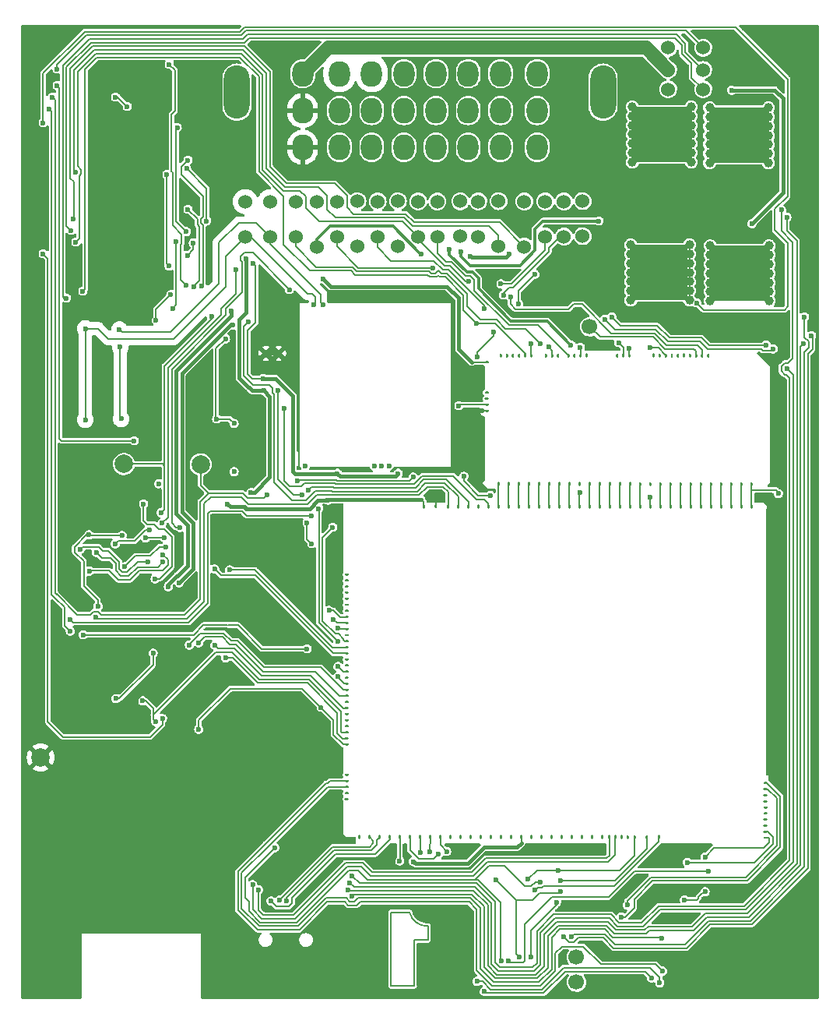
<source format=gbl>
G04 #@! TF.GenerationSoftware,KiCad,Pcbnew,(6.0.1)*
G04 #@! TF.CreationDate,2022-09-01T10:58:57+03:00*
G04 #@! TF.ProjectId,alphax_2ch,616c7068-6178-45f3-9263-682e6b696361,b*
G04 #@! TF.SameCoordinates,PX141f5e0PYa2cace0*
G04 #@! TF.FileFunction,Copper,L2,Bot*
G04 #@! TF.FilePolarity,Positive*
%FSLAX46Y46*%
G04 Gerber Fmt 4.6, Leading zero omitted, Abs format (unit mm)*
G04 Created by KiCad (PCBNEW (6.0.1)) date 2022-09-01 10:58:57*
%MOMM*%
%LPD*%
G01*
G04 APERTURE LIST*
G04 #@! TA.AperFunction,EtchedComponent*
%ADD10C,0.200000*%
G04 #@! TD*
G04 #@! TA.AperFunction,ComponentPad*
%ADD11C,0.600000*%
G04 #@! TD*
G04 #@! TA.AperFunction,SMDPad,CuDef*
%ADD12R,2.000000X0.600000*%
G04 #@! TD*
G04 #@! TA.AperFunction,ComponentPad*
%ADD13C,0.599999*%
G04 #@! TD*
G04 #@! TA.AperFunction,ComponentPad*
%ADD14C,1.524000*%
G04 #@! TD*
G04 #@! TA.AperFunction,ComponentPad*
%ADD15C,1.700000*%
G04 #@! TD*
G04 #@! TA.AperFunction,SMDPad,CuDef*
%ADD16R,1.250000X0.250000*%
G04 #@! TD*
G04 #@! TA.AperFunction,SMDPad,CuDef*
%ADD17R,0.350000X0.250000*%
G04 #@! TD*
G04 #@! TA.AperFunction,SMDPad,CuDef*
%ADD18R,6.450000X0.250000*%
G04 #@! TD*
G04 #@! TA.AperFunction,SMDPad,CuDef*
%ADD19R,0.250000X18.200000*%
G04 #@! TD*
G04 #@! TA.AperFunction,SMDPad,CuDef*
%ADD20R,6.500000X0.250000*%
G04 #@! TD*
G04 #@! TA.AperFunction,SMDPad,CuDef*
%ADD21R,13.650000X0.250000*%
G04 #@! TD*
G04 #@! TA.AperFunction,ComponentPad*
%ADD22O,2.800000X5.800000*%
G04 #@! TD*
G04 #@! TA.AperFunction,ComponentPad*
%ADD23O,2.300000X2.800000*%
G04 #@! TD*
G04 #@! TA.AperFunction,SMDPad,CuDef*
%ADD24C,2.000000*%
G04 #@! TD*
G04 #@! TA.AperFunction,ViaPad*
%ADD25C,0.600000*%
G04 #@! TD*
G04 #@! TA.AperFunction,ViaPad*
%ADD26C,1.000000*%
G04 #@! TD*
G04 #@! TA.AperFunction,Conductor*
%ADD27C,0.400000*%
G04 #@! TD*
G04 #@! TA.AperFunction,Conductor*
%ADD28C,0.200000*%
G04 #@! TD*
G04 #@! TA.AperFunction,Conductor*
%ADD29C,0.203200*%
G04 #@! TD*
G04 #@! TA.AperFunction,Conductor*
%ADD30C,0.300000*%
G04 #@! TD*
G04 #@! TA.AperFunction,Conductor*
%ADD31C,1.500000*%
G04 #@! TD*
G04 APERTURE END LIST*
D10*
G04 #@! TO.C,G3*
X40360000Y1490000D02*
X40360000Y9490000D01*
X44360000Y6490000D02*
X42860000Y6490000D01*
X42860000Y6490000D02*
X42860000Y1490000D01*
X40360000Y9490000D02*
X42360000Y9490000D01*
X44360000Y6490000D02*
X44360000Y7990000D01*
X42860000Y1490000D02*
X40360000Y1490000D01*
X42360001Y9490000D02*
G75*
G03*
X44360000Y7990000I1921600J478801D01*
G01*
G04 #@! TD*
D11*
G04 #@! TO.P,U1,11,GND*
G04 #@! TO.N,GND*
X28140000Y70220000D03*
X26740000Y70220000D03*
D12*
X27440000Y70220000D03*
G04 #@! TD*
D13*
G04 #@! TO.P,M4,V1,IGN8*
G04 #@! TO.N,GND*
X70363132Y10805111D03*
G04 #@! TO.P,M4,V2,IGN7*
X69938124Y8970101D03*
G04 #@! TO.P,M4,V3,IGN6*
X69388127Y11020109D03*
G04 #@! TO.P,M4,V4,IGN5*
X68513168Y10805114D03*
G04 #@! TO.P,M4,V5,IGN4*
X67663145Y10730107D03*
G04 #@! TO.P,M4,V6,IGN3*
X67338129Y8970101D03*
G04 #@! TO.P,M4,V7,IGN2*
G04 #@! TO.N,/IGN2*
X66038162Y10280101D03*
G04 #@! TO.P,M4,V8,IGN1*
G04 #@! TO.N,/IGN1*
X65388145Y8970101D03*
G04 #@! TO.P,M4,V9,VCC*
G04 #@! TO.N,+5V_IGN*
X72563148Y14895116D03*
G04 #@! TO.P,M4,V10,V33*
G04 #@! TO.N,+3V3_IGN*
X72263146Y10820110D03*
G04 #@! TD*
D14*
G04 #@! TO.P,R8,1,1*
G04 #@! TO.N,/CAN-*
X49836417Y82896579D03*
G04 #@! TO.P,R8,2,2*
G04 #@! TO.N,/C6*
X49836417Y86706579D03*
G04 #@! TD*
G04 #@! TO.P,R9,1,1*
G04 #@! TO.N,/CAN+*
X47882571Y82918049D03*
G04 #@! TO.P,R9,2,2*
G04 #@! TO.N,/C5*
X47882571Y86728049D03*
G04 #@! TD*
G04 #@! TO.P,F4,1,1*
G04 #@! TO.N,/A3*
X36700000Y86750000D03*
G04 #@! TO.P,F4,2,2*
G04 #@! TO.N,/OUT_PUMP_RELAY*
X36700000Y81850000D03*
G04 #@! TD*
G04 #@! TO.P,M5,E1,GND*
G04 #@! TO.N,GND*
G04 #@! TA.AperFunction,SMDPad,CuDef*
G36*
G01*
X50649998Y64096477D02*
X50899998Y64096477D01*
G75*
G02*
X51024998Y63971477I0J-125000D01*
G01*
X51024998Y63971477D01*
G75*
G02*
X50899998Y63846477I-125000J0D01*
G01*
X50649998Y63846477D01*
G75*
G02*
X50524998Y63971477I0J125000D01*
G01*
X50524998Y63971477D01*
G75*
G02*
X50649998Y64096477I125000J0D01*
G01*
G37*
G04 #@! TD.AperFunction*
G04 #@! TO.P,M5,E2,V5*
G04 #@! TO.N,+5V*
G04 #@! TA.AperFunction,SMDPad,CuDef*
G36*
G01*
X50649998Y64756478D02*
X50899998Y64756478D01*
G75*
G02*
X51024998Y64631478I0J-125000D01*
G01*
X51024998Y64631478D01*
G75*
G02*
X50899998Y64506478I-125000J0D01*
G01*
X50649998Y64506478D01*
G75*
G02*
X50524998Y64631478I0J125000D01*
G01*
X50524998Y64631478D01*
G75*
G02*
X50649998Y64756478I125000J0D01*
G01*
G37*
G04 #@! TD.AperFunction*
G04 #@! TO.P,M5,E3,WBO_O2S2*
G04 #@! TO.N,unconnected-(M5-PadE3)*
G04 #@! TA.AperFunction,SMDPad,CuDef*
G36*
G01*
X50649998Y65416479D02*
X50899998Y65416479D01*
G75*
G02*
X51024998Y65291479I0J-125000D01*
G01*
X51024998Y65291479D01*
G75*
G02*
X50899998Y65166479I-125000J0D01*
G01*
X50649998Y65166479D01*
G75*
G02*
X50524998Y65291479I0J125000D01*
G01*
X50524998Y65291479D01*
G75*
G02*
X50649998Y65416479I125000J0D01*
G01*
G37*
G04 #@! TD.AperFunction*
G04 #@! TO.P,M5,E4,WBO_O2S*
G04 #@! TO.N,unconnected-(M5-PadE4)*
G04 #@! TA.AperFunction,SMDPad,CuDef*
G36*
G01*
X50649998Y66076480D02*
X50899998Y66076480D01*
G75*
G02*
X51024998Y65951480I0J-125000D01*
G01*
X51024998Y65951480D01*
G75*
G02*
X50899998Y65826480I-125000J0D01*
G01*
X50649998Y65826480D01*
G75*
G02*
X50524998Y65951480I0J125000D01*
G01*
X50524998Y65951480D01*
G75*
G02*
X50649998Y66076480I125000J0D01*
G01*
G37*
G04 #@! TD.AperFunction*
G04 #@! TO.P,M5,E5,V5A*
G04 #@! TO.N,+5VA*
G04 #@! TA.AperFunction,SMDPad,CuDef*
G36*
G01*
X50649998Y69376487D02*
X50899998Y69376487D01*
G75*
G02*
X51024998Y69251487I0J-125000D01*
G01*
X51024998Y69251487D01*
G75*
G02*
X50899998Y69126487I-125000J0D01*
G01*
X50649998Y69126487D01*
G75*
G02*
X50524998Y69251487I0J125000D01*
G01*
X50524998Y69251487D01*
G75*
G02*
X50649998Y69376487I125000J0D01*
G01*
G37*
G04 #@! TD.AperFunction*
G04 #@! TO.P,M5,N1,V5A*
G04 #@! TA.AperFunction,SMDPad,CuDef*
G36*
G01*
X79420000Y55877684D02*
X79420000Y56127684D01*
G75*
G02*
X79545000Y56252684I125000J0D01*
G01*
X79545000Y56252684D01*
G75*
G02*
X79670000Y56127684I0J-125000D01*
G01*
X79670000Y55877684D01*
G75*
G02*
X79545000Y55752684I-125000J0D01*
G01*
X79545000Y55752684D01*
G75*
G02*
X79420000Y55877684I0J125000D01*
G01*
G37*
G04 #@! TD.AperFunction*
G04 #@! TO.P,M5,N2,GNDA*
G04 #@! TO.N,GNDA*
G04 #@! TA.AperFunction,SMDPad,CuDef*
G36*
G01*
X78569996Y56127684D02*
X78569996Y55877684D01*
G75*
G02*
X78444996Y55752684I-125000J0D01*
G01*
X78444996Y55752684D01*
G75*
G02*
X78319996Y55877684I0J125000D01*
G01*
X78319996Y56127684D01*
G75*
G02*
X78444996Y56252684I125000J0D01*
G01*
X78444996Y56252684D01*
G75*
G02*
X78569996Y56127684I0J-125000D01*
G01*
G37*
G04 #@! TD.AperFunction*
G04 #@! TO.P,M5,N3,RES2*
G04 #@! TO.N,Net-(M5-PadN3)*
G04 #@! TA.AperFunction,SMDPad,CuDef*
G36*
G01*
X77469995Y56127684D02*
X77469995Y55877684D01*
G75*
G02*
X77344995Y55752684I-125000J0D01*
G01*
X77344995Y55752684D01*
G75*
G02*
X77219995Y55877684I0J125000D01*
G01*
X77219995Y56127684D01*
G75*
G02*
X77344995Y56252684I125000J0D01*
G01*
X77344995Y56252684D01*
G75*
G02*
X77469995Y56127684I0J-125000D01*
G01*
G37*
G04 #@! TD.AperFunction*
G04 #@! TO.P,M5,N4,O2S2*
G04 #@! TO.N,/AFR*
G04 #@! TA.AperFunction,SMDPad,CuDef*
G36*
G01*
X76369998Y56127684D02*
X76369998Y55877684D01*
G75*
G02*
X76244998Y55752684I-125000J0D01*
G01*
X76244998Y55752684D01*
G75*
G02*
X76119998Y55877684I0J125000D01*
G01*
X76119998Y56127684D01*
G75*
G02*
X76244998Y56252684I125000J0D01*
G01*
X76244998Y56252684D01*
G75*
G02*
X76369998Y56127684I0J-125000D01*
G01*
G37*
G04 #@! TD.AperFunction*
G04 #@! TO.P,M5,N5,PPS*
G04 #@! TO.N,Net-(M5-PadN5)*
G04 #@! TA.AperFunction,SMDPad,CuDef*
G36*
G01*
X75270000Y56127684D02*
X75270000Y55877684D01*
G75*
G02*
X75145000Y55752684I-125000J0D01*
G01*
X75145000Y55752684D01*
G75*
G02*
X75020000Y55877684I0J125000D01*
G01*
X75020000Y56127684D01*
G75*
G02*
X75145000Y56252684I125000J0D01*
G01*
X75145000Y56252684D01*
G75*
G02*
X75270000Y56127684I0J-125000D01*
G01*
G37*
G04 #@! TD.AperFunction*
G04 #@! TO.P,M5,N6,RES1*
G04 #@! TO.N,Net-(M5-PadN6)*
G04 #@! TA.AperFunction,SMDPad,CuDef*
G36*
G01*
X74170002Y56127684D02*
X74170002Y55877684D01*
G75*
G02*
X74045002Y55752684I-125000J0D01*
G01*
X74045002Y55752684D01*
G75*
G02*
X73920002Y55877684I0J125000D01*
G01*
X73920002Y56127684D01*
G75*
G02*
X74045002Y56252684I125000J0D01*
G01*
X74045002Y56252684D01*
G75*
G02*
X74170002Y56127684I0J-125000D01*
G01*
G37*
G04 #@! TD.AperFunction*
G04 #@! TO.P,M5,N7,AUX4*
G04 #@! TO.N,Net-(M5-PadN7)*
G04 #@! TA.AperFunction,SMDPad,CuDef*
G36*
G01*
X73070004Y56127684D02*
X73070004Y55877684D01*
G75*
G02*
X72945004Y55752684I-125000J0D01*
G01*
X72945004Y55752684D01*
G75*
G02*
X72820004Y55877684I0J125000D01*
G01*
X72820004Y56127684D01*
G75*
G02*
X72945004Y56252684I125000J0D01*
G01*
X72945004Y56252684D01*
G75*
G02*
X73070004Y56127684I0J-125000D01*
G01*
G37*
G04 #@! TD.AperFunction*
G04 #@! TO.P,M5,N8,AUX3*
G04 #@! TO.N,Net-(M5-PadN8)*
G04 #@! TA.AperFunction,SMDPad,CuDef*
G36*
G01*
X71970006Y56127684D02*
X71970006Y55877684D01*
G75*
G02*
X71845006Y55752684I-125000J0D01*
G01*
X71845006Y55752684D01*
G75*
G02*
X71720006Y55877684I0J125000D01*
G01*
X71720006Y56127684D01*
G75*
G02*
X71845006Y56252684I125000J0D01*
G01*
X71845006Y56252684D01*
G75*
G02*
X71970006Y56127684I0J-125000D01*
G01*
G37*
G04 #@! TD.AperFunction*
G04 #@! TO.P,M5,N9,AUX2*
G04 #@! TO.N,Net-(M5-PadN9)*
G04 #@! TA.AperFunction,SMDPad,CuDef*
G36*
G01*
X70870009Y56127684D02*
X70870009Y55877684D01*
G75*
G02*
X70745009Y55752684I-125000J0D01*
G01*
X70745009Y55752684D01*
G75*
G02*
X70620009Y55877684I0J125000D01*
G01*
X70620009Y56127684D01*
G75*
G02*
X70745009Y56252684I125000J0D01*
G01*
X70745009Y56252684D01*
G75*
G02*
X70870009Y56127684I0J-125000D01*
G01*
G37*
G04 #@! TD.AperFunction*
G04 #@! TO.P,M5,N10,AUX1*
G04 #@! TO.N,Net-(M5-PadN10)*
G04 #@! TA.AperFunction,SMDPad,CuDef*
G36*
G01*
X69770011Y56127684D02*
X69770011Y55877684D01*
G75*
G02*
X69645011Y55752684I-125000J0D01*
G01*
X69645011Y55752684D01*
G75*
G02*
X69520011Y55877684I0J125000D01*
G01*
X69520011Y56127684D01*
G75*
G02*
X69645011Y56252684I125000J0D01*
G01*
X69645011Y56252684D01*
G75*
G02*
X69770011Y56127684I0J-125000D01*
G01*
G37*
G04 #@! TD.AperFunction*
G04 #@! TO.P,M5,N11,RES3*
G04 #@! TO.N,unconnected-(M5-PadN11)*
G04 #@! TA.AperFunction,SMDPad,CuDef*
G36*
G01*
X68670013Y56127684D02*
X68670013Y55877684D01*
G75*
G02*
X68545013Y55752684I-125000J0D01*
G01*
X68545013Y55752684D01*
G75*
G02*
X68420013Y55877684I0J125000D01*
G01*
X68420013Y56127684D01*
G75*
G02*
X68545013Y56252684I125000J0D01*
G01*
X68545013Y56252684D01*
G75*
G02*
X68670013Y56127684I0J-125000D01*
G01*
G37*
G04 #@! TD.AperFunction*
G04 #@! TO.P,M5,N12,MAP3*
G04 #@! TO.N,/MAP2*
G04 #@! TA.AperFunction,SMDPad,CuDef*
G36*
G01*
X67570015Y56127684D02*
X67570015Y55877684D01*
G75*
G02*
X67445015Y55752684I-125000J0D01*
G01*
X67445015Y55752684D01*
G75*
G02*
X67320015Y55877684I0J125000D01*
G01*
X67320015Y56127684D01*
G75*
G02*
X67445015Y56252684I125000J0D01*
G01*
X67445015Y56252684D01*
G75*
G02*
X67570015Y56127684I0J-125000D01*
G01*
G37*
G04 #@! TD.AperFunction*
G04 #@! TO.P,M5,N13,MAP2*
G04 #@! TO.N,/MAP*
G04 #@! TA.AperFunction,SMDPad,CuDef*
G36*
G01*
X66470017Y56127684D02*
X66470017Y55877684D01*
G75*
G02*
X66345017Y55752684I-125000J0D01*
G01*
X66345017Y55752684D01*
G75*
G02*
X66220017Y55877684I0J125000D01*
G01*
X66220017Y56127684D01*
G75*
G02*
X66345017Y56252684I125000J0D01*
G01*
X66345017Y56252684D01*
G75*
G02*
X66470017Y56127684I0J-125000D01*
G01*
G37*
G04 #@! TD.AperFunction*
G04 #@! TO.P,M5,N14,MAP1*
G04 #@! TO.N,Net-(M5-PadN14)*
G04 #@! TA.AperFunction,SMDPad,CuDef*
G36*
G01*
X65370020Y56127684D02*
X65370020Y55877684D01*
G75*
G02*
X65245020Y55752684I-125000J0D01*
G01*
X65245020Y55752684D01*
G75*
G02*
X65120020Y55877684I0J125000D01*
G01*
X65120020Y56127684D01*
G75*
G02*
X65245020Y56252684I125000J0D01*
G01*
X65245020Y56252684D01*
G75*
G02*
X65370020Y56127684I0J-125000D01*
G01*
G37*
G04 #@! TD.AperFunction*
G04 #@! TO.P,M5,N15,IAT*
G04 #@! TO.N,/IAT*
G04 #@! TA.AperFunction,SMDPad,CuDef*
G36*
G01*
X64270022Y56127684D02*
X64270022Y55877684D01*
G75*
G02*
X64145022Y55752684I-125000J0D01*
G01*
X64145022Y55752684D01*
G75*
G02*
X64020022Y55877684I0J125000D01*
G01*
X64020022Y56127684D01*
G75*
G02*
X64145022Y56252684I125000J0D01*
G01*
X64145022Y56252684D01*
G75*
G02*
X64270022Y56127684I0J-125000D01*
G01*
G37*
G04 #@! TD.AperFunction*
G04 #@! TO.P,M5,N16,CLT*
G04 #@! TO.N,/CLT*
G04 #@! TA.AperFunction,SMDPad,CuDef*
G36*
G01*
X63170024Y56127684D02*
X63170024Y55877684D01*
G75*
G02*
X63045024Y55752684I-125000J0D01*
G01*
X63045024Y55752684D01*
G75*
G02*
X62920024Y55877684I0J125000D01*
G01*
X62920024Y56127684D01*
G75*
G02*
X63045024Y56252684I125000J0D01*
G01*
X63045024Y56252684D01*
G75*
G02*
X63170024Y56127684I0J-125000D01*
G01*
G37*
G04 #@! TD.AperFunction*
G04 #@! TO.P,M5,N17,TPS*
G04 #@! TO.N,/TPS*
G04 #@! TA.AperFunction,SMDPad,CuDef*
G36*
G01*
X62070026Y56127684D02*
X62070026Y55877684D01*
G75*
G02*
X61945026Y55752684I-125000J0D01*
G01*
X61945026Y55752684D01*
G75*
G02*
X61820026Y55877684I0J125000D01*
G01*
X61820026Y56127684D01*
G75*
G02*
X61945026Y56252684I125000J0D01*
G01*
X61945026Y56252684D01*
G75*
G02*
X62070026Y56127684I0J-125000D01*
G01*
G37*
G04 #@! TD.AperFunction*
G04 #@! TO.P,M5,N18,O2S*
G04 #@! TO.N,unconnected-(M5-PadN18)*
G04 #@! TA.AperFunction,SMDPad,CuDef*
G36*
G01*
X60970028Y56127684D02*
X60970028Y55877684D01*
G75*
G02*
X60845028Y55752684I-125000J0D01*
G01*
X60845028Y55752684D01*
G75*
G02*
X60720028Y55877684I0J125000D01*
G01*
X60720028Y56127684D01*
G75*
G02*
X60845028Y56252684I125000J0D01*
G01*
X60845028Y56252684D01*
G75*
G02*
X60970028Y56127684I0J-125000D01*
G01*
G37*
G04 #@! TD.AperFunction*
G04 #@! TO.P,M5,N19,CAM*
G04 #@! TO.N,/CAM*
G04 #@! TA.AperFunction,SMDPad,CuDef*
G36*
G01*
X59870031Y56127684D02*
X59870031Y55877684D01*
G75*
G02*
X59745031Y55752684I-125000J0D01*
G01*
X59745031Y55752684D01*
G75*
G02*
X59620031Y55877684I0J125000D01*
G01*
X59620031Y56127684D01*
G75*
G02*
X59745031Y56252684I125000J0D01*
G01*
X59745031Y56252684D01*
G75*
G02*
X59870031Y56127684I0J-125000D01*
G01*
G37*
G04 #@! TD.AperFunction*
G04 #@! TO.P,M5,N20,VSS*
G04 #@! TO.N,/2STEP*
G04 #@! TA.AperFunction,SMDPad,CuDef*
G36*
G01*
X58770033Y56127684D02*
X58770033Y55877684D01*
G75*
G02*
X58645033Y55752684I-125000J0D01*
G01*
X58645033Y55752684D01*
G75*
G02*
X58520033Y55877684I0J125000D01*
G01*
X58520033Y56127684D01*
G75*
G02*
X58645033Y56252684I125000J0D01*
G01*
X58645033Y56252684D01*
G75*
G02*
X58770033Y56127684I0J-125000D01*
G01*
G37*
G04 #@! TD.AperFunction*
G04 #@! TO.P,M5,N21,CRANK*
G04 #@! TO.N,/CRANK*
G04 #@! TA.AperFunction,SMDPad,CuDef*
G36*
G01*
X57670035Y56127684D02*
X57670035Y55877684D01*
G75*
G02*
X57545035Y55752684I-125000J0D01*
G01*
X57545035Y55752684D01*
G75*
G02*
X57420035Y55877684I0J125000D01*
G01*
X57420035Y56127684D01*
G75*
G02*
X57545035Y56252684I125000J0D01*
G01*
X57545035Y56252684D01*
G75*
G02*
X57670035Y56127684I0J-125000D01*
G01*
G37*
G04 #@! TD.AperFunction*
G04 #@! TO.P,M5,N22,KNOCK*
G04 #@! TO.N,Net-(M5-PadN22)*
G04 #@! TA.AperFunction,SMDPad,CuDef*
G36*
G01*
X56570037Y56127684D02*
X56570037Y55877684D01*
G75*
G02*
X56445037Y55752684I-125000J0D01*
G01*
X56445037Y55752684D01*
G75*
G02*
X56320037Y55877684I0J125000D01*
G01*
X56320037Y56127684D01*
G75*
G02*
X56445037Y56252684I125000J0D01*
G01*
X56445037Y56252684D01*
G75*
G02*
X56570037Y56127684I0J-125000D01*
G01*
G37*
G04 #@! TD.AperFunction*
G04 #@! TO.P,M5,N23,SENS4*
G04 #@! TO.N,Net-(M5-PadN23)*
G04 #@! TA.AperFunction,SMDPad,CuDef*
G36*
G01*
X55470039Y56127684D02*
X55470039Y55877684D01*
G75*
G02*
X55345039Y55752684I-125000J0D01*
G01*
X55345039Y55752684D01*
G75*
G02*
X55220039Y55877684I0J125000D01*
G01*
X55220039Y56127684D01*
G75*
G02*
X55345039Y56252684I125000J0D01*
G01*
X55345039Y56252684D01*
G75*
G02*
X55470039Y56127684I0J-125000D01*
G01*
G37*
G04 #@! TD.AperFunction*
G04 #@! TO.P,M5,N24,SENS3*
G04 #@! TO.N,Net-(M5-PadN24)*
G04 #@! TA.AperFunction,SMDPad,CuDef*
G36*
G01*
X54370042Y56127684D02*
X54370042Y55877684D01*
G75*
G02*
X54245042Y55752684I-125000J0D01*
G01*
X54245042Y55752684D01*
G75*
G02*
X54120042Y55877684I0J125000D01*
G01*
X54120042Y56127684D01*
G75*
G02*
X54245042Y56252684I125000J0D01*
G01*
X54245042Y56252684D01*
G75*
G02*
X54370042Y56127684I0J-125000D01*
G01*
G37*
G04 #@! TD.AperFunction*
G04 #@! TO.P,M5,N25,SENS2*
G04 #@! TO.N,Net-(M5-PadN25)*
G04 #@! TA.AperFunction,SMDPad,CuDef*
G36*
G01*
X53270044Y56127684D02*
X53270044Y55877684D01*
G75*
G02*
X53145044Y55752684I-125000J0D01*
G01*
X53145044Y55752684D01*
G75*
G02*
X53020044Y55877684I0J125000D01*
G01*
X53020044Y56127684D01*
G75*
G02*
X53145044Y56252684I125000J0D01*
G01*
X53145044Y56252684D01*
G75*
G02*
X53270044Y56127684I0J-125000D01*
G01*
G37*
G04 #@! TD.AperFunction*
G04 #@! TO.P,M5,N26,SENS1*
G04 #@! TO.N,Net-(M5-PadN26)*
G04 #@! TA.AperFunction,SMDPad,CuDef*
G36*
G01*
X52170046Y56127684D02*
X52170046Y55877684D01*
G75*
G02*
X52045046Y55752684I-125000J0D01*
G01*
X52045046Y55752684D01*
G75*
G02*
X51920046Y55877684I0J125000D01*
G01*
X51920046Y56127684D01*
G75*
G02*
X52045046Y56252684I125000J0D01*
G01*
X52045046Y56252684D01*
G75*
G02*
X52170046Y56127684I0J-125000D01*
G01*
G37*
G04 #@! TD.AperFunction*
G04 #@! TO.P,M5,S1,IN_SENS1*
G04 #@! TO.N,unconnected-(M5-PadS1)*
G04 #@! TA.AperFunction,SMDPad,CuDef*
G36*
G01*
X52420990Y70089683D02*
X52420990Y69839683D01*
G75*
G02*
X52295990Y69714683I-125000J0D01*
G01*
X52295990Y69714683D01*
G75*
G02*
X52170990Y69839683I0J125000D01*
G01*
X52170990Y70089683D01*
G75*
G02*
X52295990Y70214683I125000J0D01*
G01*
X52295990Y70214683D01*
G75*
G02*
X52420990Y70089683I0J-125000D01*
G01*
G37*
G04 #@! TD.AperFunction*
G04 #@! TO.P,M5,S2,IN_SENS2*
G04 #@! TO.N,unconnected-(M5-PadS2)*
G04 #@! TA.AperFunction,SMDPad,CuDef*
G36*
G01*
X53080992Y70089683D02*
X53080992Y69839683D01*
G75*
G02*
X52955992Y69714683I-125000J0D01*
G01*
X52955992Y69714683D01*
G75*
G02*
X52830992Y69839683I0J125000D01*
G01*
X52830992Y70089683D01*
G75*
G02*
X52955992Y70214683I125000J0D01*
G01*
X52955992Y70214683D01*
G75*
G02*
X53080992Y70089683I0J-125000D01*
G01*
G37*
G04 #@! TD.AperFunction*
G04 #@! TO.P,M5,S3,IN_SENS3*
G04 #@! TO.N,unconnected-(M5-PadS3)*
G04 #@! TA.AperFunction,SMDPad,CuDef*
G36*
G01*
X53740993Y70089683D02*
X53740993Y69839683D01*
G75*
G02*
X53615993Y69714683I-125000J0D01*
G01*
X53615993Y69714683D01*
G75*
G02*
X53490993Y69839683I0J125000D01*
G01*
X53490993Y70089683D01*
G75*
G02*
X53615993Y70214683I125000J0D01*
G01*
X53615993Y70214683D01*
G75*
G02*
X53740993Y70089683I0J-125000D01*
G01*
G37*
G04 #@! TD.AperFunction*
G04 #@! TO.P,M5,S4,IN_SENS4*
G04 #@! TO.N,unconnected-(M5-PadS4)*
G04 #@! TA.AperFunction,SMDPad,CuDef*
G36*
G01*
X54400994Y70089683D02*
X54400994Y69839683D01*
G75*
G02*
X54275994Y69714683I-125000J0D01*
G01*
X54275994Y69714683D01*
G75*
G02*
X54150994Y69839683I0J125000D01*
G01*
X54150994Y70089683D01*
G75*
G02*
X54275994Y70214683I125000J0D01*
G01*
X54275994Y70214683D01*
G75*
G02*
X54400994Y70089683I0J-125000D01*
G01*
G37*
G04 #@! TD.AperFunction*
G04 #@! TO.P,M5,S5,IN_CAM*
G04 #@! TO.N,/IN_CAM*
G04 #@! TA.AperFunction,SMDPad,CuDef*
G36*
G01*
X55060995Y70089683D02*
X55060995Y69839683D01*
G75*
G02*
X54935995Y69714683I-125000J0D01*
G01*
X54935995Y69714683D01*
G75*
G02*
X54810995Y69839683I0J125000D01*
G01*
X54810995Y70089683D01*
G75*
G02*
X54935995Y70214683I125000J0D01*
G01*
X54935995Y70214683D01*
G75*
G02*
X55060995Y70089683I0J-125000D01*
G01*
G37*
G04 #@! TD.AperFunction*
G04 #@! TO.P,M5,S6,IN_VSS*
G04 #@! TO.N,/IN_2STEP*
G04 #@! TA.AperFunction,SMDPad,CuDef*
G36*
G01*
X55720997Y70089683D02*
X55720997Y69839683D01*
G75*
G02*
X55595997Y69714683I-125000J0D01*
G01*
X55595997Y69714683D01*
G75*
G02*
X55470997Y69839683I0J125000D01*
G01*
X55470997Y70089683D01*
G75*
G02*
X55595997Y70214683I125000J0D01*
G01*
X55595997Y70214683D01*
G75*
G02*
X55720997Y70089683I0J-125000D01*
G01*
G37*
G04 #@! TD.AperFunction*
G04 #@! TO.P,M5,S7,IN_KNOCK*
G04 #@! TO.N,unconnected-(M5-PadS7)*
G04 #@! TA.AperFunction,SMDPad,CuDef*
G36*
G01*
X57321994Y70089683D02*
X57321994Y69839683D01*
G75*
G02*
X57196994Y69714683I-125000J0D01*
G01*
X57196994Y69714683D01*
G75*
G02*
X57071994Y69839683I0J125000D01*
G01*
X57071994Y70089683D01*
G75*
G02*
X57196994Y70214683I125000J0D01*
G01*
X57196994Y70214683D01*
G75*
G02*
X57321994Y70089683I0J-125000D01*
G01*
G37*
G04 #@! TD.AperFunction*
G04 #@! TO.P,M5,S8,IN_CRANK*
G04 #@! TO.N,/IN_CRANK*
G04 #@! TA.AperFunction,SMDPad,CuDef*
G36*
G01*
X57981995Y70089683D02*
X57981995Y69839683D01*
G75*
G02*
X57856995Y69714683I-125000J0D01*
G01*
X57856995Y69714683D01*
G75*
G02*
X57731995Y69839683I0J125000D01*
G01*
X57731995Y70089683D01*
G75*
G02*
X57856995Y70214683I125000J0D01*
G01*
X57856995Y70214683D01*
G75*
G02*
X57981995Y70089683I0J-125000D01*
G01*
G37*
G04 #@! TD.AperFunction*
G04 #@! TO.P,M5,S9,IN_O2S*
G04 #@! TO.N,unconnected-(M5-PadS9)*
G04 #@! TA.AperFunction,SMDPad,CuDef*
G36*
G01*
X58641997Y70089683D02*
X58641997Y69839683D01*
G75*
G02*
X58516997Y69714683I-125000J0D01*
G01*
X58516997Y69714683D01*
G75*
G02*
X58391997Y69839683I0J125000D01*
G01*
X58391997Y70089683D01*
G75*
G02*
X58516997Y70214683I125000J0D01*
G01*
X58516997Y70214683D01*
G75*
G02*
X58641997Y70089683I0J-125000D01*
G01*
G37*
G04 #@! TD.AperFunction*
G04 #@! TO.P,M5,S10,IN_TPS*
G04 #@! TO.N,/IN_TPS*
G04 #@! TA.AperFunction,SMDPad,CuDef*
G36*
G01*
X59762896Y70089683D02*
X59762896Y69839683D01*
G75*
G02*
X59637896Y69714683I-125000J0D01*
G01*
X59637896Y69714683D01*
G75*
G02*
X59512896Y69839683I0J125000D01*
G01*
X59512896Y70089683D01*
G75*
G02*
X59637896Y70214683I125000J0D01*
G01*
X59637896Y70214683D01*
G75*
G02*
X59762896Y70089683I0J-125000D01*
G01*
G37*
G04 #@! TD.AperFunction*
G04 #@! TO.P,M5,S11,IN_MAP1*
G04 #@! TO.N,unconnected-(M5-PadS11)*
G04 #@! TA.AperFunction,SMDPad,CuDef*
G36*
G01*
X60422897Y70089683D02*
X60422897Y69839683D01*
G75*
G02*
X60297897Y69714683I-125000J0D01*
G01*
X60297897Y69714683D01*
G75*
G02*
X60172897Y69839683I0J125000D01*
G01*
X60172897Y70089683D01*
G75*
G02*
X60297897Y70214683I125000J0D01*
G01*
X60297897Y70214683D01*
G75*
G02*
X60422897Y70089683I0J-125000D01*
G01*
G37*
G04 #@! TD.AperFunction*
G04 #@! TO.P,M5,S12,IN_MAP2*
G04 #@! TO.N,/IN_MAP2*
G04 #@! TA.AperFunction,SMDPad,CuDef*
G36*
G01*
X61082898Y70089683D02*
X61082898Y69839683D01*
G75*
G02*
X60957898Y69714683I-125000J0D01*
G01*
X60957898Y69714683D01*
G75*
G02*
X60832898Y69839683I0J125000D01*
G01*
X60832898Y70089683D01*
G75*
G02*
X60957898Y70214683I125000J0D01*
G01*
X60957898Y70214683D01*
G75*
G02*
X61082898Y70089683I0J-125000D01*
G01*
G37*
G04 #@! TD.AperFunction*
G04 #@! TO.P,M5,S13,VREF2*
G04 #@! TO.N,unconnected-(M5-PadS13)*
G04 #@! TA.AperFunction,SMDPad,CuDef*
G36*
G01*
X61742900Y70089683D02*
X61742900Y69839683D01*
G75*
G02*
X61617900Y69714683I-125000J0D01*
G01*
X61617900Y69714683D01*
G75*
G02*
X61492900Y69839683I0J125000D01*
G01*
X61492900Y70089683D01*
G75*
G02*
X61617900Y70214683I125000J0D01*
G01*
X61617900Y70214683D01*
G75*
G02*
X61742900Y70089683I0J-125000D01*
G01*
G37*
G04 #@! TD.AperFunction*
G04 #@! TO.P,M5,S14,VREF1*
G04 #@! TO.N,unconnected-(M5-PadS14)*
G04 #@! TA.AperFunction,SMDPad,CuDef*
G36*
G01*
X65068994Y70089683D02*
X65068994Y69839683D01*
G75*
G02*
X64943994Y69714683I-125000J0D01*
G01*
X64943994Y69714683D01*
G75*
G02*
X64818994Y69839683I0J125000D01*
G01*
X64818994Y70089683D01*
G75*
G02*
X64943994Y70214683I125000J0D01*
G01*
X64943994Y70214683D01*
G75*
G02*
X65068994Y70089683I0J-125000D01*
G01*
G37*
G04 #@! TD.AperFunction*
G04 #@! TO.P,M5,S15,IN_CLT*
G04 #@! TO.N,/IN_CLT*
G04 #@! TA.AperFunction,SMDPad,CuDef*
G36*
G01*
X65728995Y70089683D02*
X65728995Y69839683D01*
G75*
G02*
X65603995Y69714683I-125000J0D01*
G01*
X65603995Y69714683D01*
G75*
G02*
X65478995Y69839683I0J125000D01*
G01*
X65478995Y70089683D01*
G75*
G02*
X65603995Y70214683I125000J0D01*
G01*
X65603995Y70214683D01*
G75*
G02*
X65728995Y70089683I0J-125000D01*
G01*
G37*
G04 #@! TD.AperFunction*
G04 #@! TO.P,M5,S16,IN_IAT*
G04 #@! TO.N,/IN_IAT*
G04 #@! TA.AperFunction,SMDPad,CuDef*
G36*
G01*
X66388997Y70089683D02*
X66388997Y69839683D01*
G75*
G02*
X66263997Y69714683I-125000J0D01*
G01*
X66263997Y69714683D01*
G75*
G02*
X66138997Y69839683I0J125000D01*
G01*
X66138997Y70089683D01*
G75*
G02*
X66263997Y70214683I125000J0D01*
G01*
X66263997Y70214683D01*
G75*
G02*
X66388997Y70089683I0J-125000D01*
G01*
G37*
G04 #@! TD.AperFunction*
G04 #@! TO.P,M5,S17,IN_AUX1*
G04 #@! TO.N,unconnected-(M5-PadS17)*
G04 #@! TA.AperFunction,SMDPad,CuDef*
G36*
G01*
X69034988Y70089683D02*
X69034988Y69839683D01*
G75*
G02*
X68909988Y69714683I-125000J0D01*
G01*
X68909988Y69714683D01*
G75*
G02*
X68784988Y69839683I0J125000D01*
G01*
X68784988Y70089683D01*
G75*
G02*
X68909988Y70214683I125000J0D01*
G01*
X68909988Y70214683D01*
G75*
G02*
X69034988Y70089683I0J-125000D01*
G01*
G37*
G04 #@! TD.AperFunction*
G04 #@! TO.P,M5,S18,IN_AUX2*
G04 #@! TO.N,unconnected-(M5-PadS18)*
G04 #@! TA.AperFunction,SMDPad,CuDef*
G36*
G01*
X69694989Y70089683D02*
X69694989Y69839683D01*
G75*
G02*
X69569989Y69714683I-125000J0D01*
G01*
X69569989Y69714683D01*
G75*
G02*
X69444989Y69839683I0J125000D01*
G01*
X69444989Y70089683D01*
G75*
G02*
X69569989Y70214683I125000J0D01*
G01*
X69569989Y70214683D01*
G75*
G02*
X69694989Y70089683I0J-125000D01*
G01*
G37*
G04 #@! TD.AperFunction*
G04 #@! TO.P,M5,S19,IN_MAP3*
G04 #@! TO.N,/IN_MAP3*
G04 #@! TA.AperFunction,SMDPad,CuDef*
G36*
G01*
X70354991Y70089683D02*
X70354991Y69839683D01*
G75*
G02*
X70229991Y69714683I-125000J0D01*
G01*
X70229991Y69714683D01*
G75*
G02*
X70104991Y69839683I0J125000D01*
G01*
X70104991Y70089683D01*
G75*
G02*
X70229991Y70214683I125000J0D01*
G01*
X70229991Y70214683D01*
G75*
G02*
X70354991Y70089683I0J-125000D01*
G01*
G37*
G04 #@! TD.AperFunction*
G04 #@! TO.P,M5,S20,IN_AUX3*
G04 #@! TO.N,unconnected-(M5-PadS20)*
G04 #@! TA.AperFunction,SMDPad,CuDef*
G36*
G01*
X71014992Y70089683D02*
X71014992Y69839683D01*
G75*
G02*
X70889992Y69714683I-125000J0D01*
G01*
X70889992Y69714683D01*
G75*
G02*
X70764992Y69839683I0J125000D01*
G01*
X70764992Y70089683D01*
G75*
G02*
X70889992Y70214683I125000J0D01*
G01*
X70889992Y70214683D01*
G75*
G02*
X71014992Y70089683I0J-125000D01*
G01*
G37*
G04 #@! TD.AperFunction*
G04 #@! TO.P,M5,S21,IN_AUX4*
G04 #@! TO.N,unconnected-(M5-PadS21)*
G04 #@! TA.AperFunction,SMDPad,CuDef*
G36*
G01*
X71674993Y70089683D02*
X71674993Y69839683D01*
G75*
G02*
X71549993Y69714683I-125000J0D01*
G01*
X71549993Y69714683D01*
G75*
G02*
X71424993Y69839683I0J125000D01*
G01*
X71424993Y70089683D01*
G75*
G02*
X71549993Y70214683I125000J0D01*
G01*
X71549993Y70214683D01*
G75*
G02*
X71674993Y70089683I0J-125000D01*
G01*
G37*
G04 #@! TD.AperFunction*
G04 #@! TO.P,M5,S22,IN_RES3*
G04 #@! TO.N,unconnected-(M5-PadS22)*
G04 #@! TA.AperFunction,SMDPad,CuDef*
G36*
G01*
X72334994Y70089683D02*
X72334994Y69839683D01*
G75*
G02*
X72209994Y69714683I-125000J0D01*
G01*
X72209994Y69714683D01*
G75*
G02*
X72084994Y69839683I0J125000D01*
G01*
X72084994Y70089683D01*
G75*
G02*
X72209994Y70214683I125000J0D01*
G01*
X72209994Y70214683D01*
G75*
G02*
X72334994Y70089683I0J-125000D01*
G01*
G37*
G04 #@! TD.AperFunction*
G04 #@! TO.P,M5,S23,IN_RES1*
G04 #@! TO.N,unconnected-(M5-PadS23)*
G04 #@! TA.AperFunction,SMDPad,CuDef*
G36*
G01*
X72994996Y70089683D02*
X72994996Y69839683D01*
G75*
G02*
X72869996Y69714683I-125000J0D01*
G01*
X72869996Y69714683D01*
G75*
G02*
X72744996Y69839683I0J125000D01*
G01*
X72744996Y70089683D01*
G75*
G02*
X72869996Y70214683I125000J0D01*
G01*
X72869996Y70214683D01*
G75*
G02*
X72994996Y70089683I0J-125000D01*
G01*
G37*
G04 #@! TD.AperFunction*
G04 #@! TO.P,M5,S24,IN_PPS*
G04 #@! TO.N,Net-(M5-PadS24)*
G04 #@! TA.AperFunction,SMDPad,CuDef*
G36*
G01*
X73654997Y70089683D02*
X73654997Y69839683D01*
G75*
G02*
X73529997Y69714683I-125000J0D01*
G01*
X73529997Y69714683D01*
G75*
G02*
X73404997Y69839683I0J125000D01*
G01*
X73404997Y70089683D01*
G75*
G02*
X73529997Y70214683I125000J0D01*
G01*
X73529997Y70214683D01*
G75*
G02*
X73654997Y70089683I0J-125000D01*
G01*
G37*
G04 #@! TD.AperFunction*
G04 #@! TO.P,M5,S25,IN_O2S2*
G04 #@! TO.N,/IN_AFR*
G04 #@! TA.AperFunction,SMDPad,CuDef*
G36*
G01*
X74314998Y70089683D02*
X74314998Y69839683D01*
G75*
G02*
X74189998Y69714683I-125000J0D01*
G01*
X74189998Y69714683D01*
G75*
G02*
X74064998Y69839683I0J125000D01*
G01*
X74064998Y70089683D01*
G75*
G02*
X74189998Y70214683I125000J0D01*
G01*
X74189998Y70214683D01*
G75*
G02*
X74314998Y70089683I0J-125000D01*
G01*
G37*
G04 #@! TD.AperFunction*
G04 #@! TO.P,M5,S26,IN_RES2*
G04 #@! TO.N,unconnected-(M5-PadS26)*
G04 #@! TA.AperFunction,SMDPad,CuDef*
G36*
G01*
X74975000Y70089683D02*
X74975000Y69839683D01*
G75*
G02*
X74850000Y69714683I-125000J0D01*
G01*
X74850000Y69714683D01*
G75*
G02*
X74725000Y69839683I0J125000D01*
G01*
X74725000Y70089683D01*
G75*
G02*
X74850000Y70214683I125000J0D01*
G01*
X74850000Y70214683D01*
G75*
G02*
X74975000Y70089683I0J-125000D01*
G01*
G37*
G04 #@! TD.AperFunction*
G04 #@! TD*
D15*
G04 #@! TO.P,P2,1,Pin_1*
G04 #@! TO.N,Net-(M5-PadS24)*
X61958000Y73100000D03*
G04 #@! TD*
D14*
G04 #@! TO.P,R11,1,1*
G04 #@! TO.N,/IN_CRANK+*
X24500000Y82895000D03*
G04 #@! TO.P,R11,2,2*
G04 #@! TO.N,/C3*
X24500000Y86705000D03*
G04 #@! TD*
G04 #@! TO.P,R6,1,1*
G04 #@! TO.N,/OUT_IDLE*
X74305000Y103400000D03*
G04 #@! TO.P,R6,2,2*
G04 #@! TO.N,/C8*
X70495000Y103400000D03*
G04 #@! TD*
G04 #@! TO.P,R17,1,1*
G04 #@! TO.N,/IN_AFR*
X38900000Y82895000D03*
G04 #@! TO.P,R17,2,2*
G04 #@! TO.N,/B4*
X38900000Y86705000D03*
G04 #@! TD*
D13*
G04 #@! TO.P,M8,V1,V5*
G04 #@! TO.N,+5V*
X69577499Y1826662D03*
G04 #@! TO.P,M8,V2,CAN_VIO*
G04 #@! TO.N,+3V3*
X68702497Y2351662D03*
G04 #@! TO.P,M8,V5,CAN_TX*
G04 #@! TO.N,/CAN2_TX*
X69877501Y3101660D03*
G04 #@! TO.P,M8,V6,CAN_RX*
G04 #@! TO.N,/CAN2_RX*
X69802498Y6651661D03*
G04 #@! TD*
D14*
G04 #@! TO.P,R16,1,1*
G04 #@! TO.N,/IN_TPS*
X45400000Y82895000D03*
G04 #@! TO.P,R16,2,2*
G04 #@! TO.N,/B5*
X45400000Y86705000D03*
G04 #@! TD*
D13*
G04 #@! TO.P,M7,V1,V5*
G04 #@! TO.N,+5V*
X56543338Y12787498D03*
G04 #@! TO.P,M7,V2,CAN_VIO*
G04 #@! TO.N,/CAN_VIO*
X56018338Y11912496D03*
G04 #@! TO.P,M7,V5,CAN_TX*
G04 #@! TO.N,/CAN_TX*
X55268340Y13087500D03*
G04 #@! TO.P,M7,V6,CAN_RX*
G04 #@! TO.N,/CAN_RX*
X51718339Y13012497D03*
G04 #@! TD*
D15*
G04 #@! TO.P,P3,1,Pin_1*
G04 #@! TO.N,/CAN2-*
X60510000Y1900000D03*
G04 #@! TD*
D13*
G04 #@! TO.P,M1,V1,V12*
G04 #@! TO.N,+12V*
X15066016Y56037888D03*
G04 #@! TO.P,M1,V2,VBAT*
G04 #@! TO.N,unconnected-(M1-PadV2)*
X23291016Y57362892D03*
G04 #@! TO.P,M1,V3,IN_VIGN*
G04 #@! TO.N,+12V_RAW*
X23273511Y62595386D03*
G04 #@! TO.P,M1,V4,V12_PERM*
X21391015Y63087892D03*
G04 #@! TO.P,M1,V5,VIGN*
G04 #@! TO.N,/VIGN*
X28741008Y64212878D03*
G04 #@! TD*
G04 #@! TO.P,M3,E1,Thresh_IN*
G04 #@! TO.N,/THRESHOLD_VR*
X31025000Y58000000D03*
G04 #@! TO.P,M3,E2,OUT_A*
G04 #@! TO.N,/VR_ANALOG*
X38525000Y58000000D03*
G04 #@! TO.P,M3,E3,OUT*
G04 #@! TO.N,/IN_CRANK*
X39325000Y58000000D03*
G04 #@! TO.P,M3,E4,V5_IN*
G04 #@! TO.N,+5V*
X40125000Y58000000D03*
D16*
G04 #@! TO.P,M3,G,GND*
G04 #@! TO.N,GND*
X30800000Y75750000D03*
D17*
X30350000Y57800000D03*
D18*
X43850000Y57800000D03*
D19*
X30300000Y66775000D03*
D20*
X34775000Y57800000D03*
D21*
X40250000Y75750000D03*
D19*
X46950000Y66775000D03*
D13*
G04 #@! TO.P,M3,W1,VR-*
G04 #@! TO.N,/IN_CRANK-*
X32925000Y75525000D03*
G04 #@! TO.P,M3,W2,VR+*
G04 #@! TO.N,/IN_CRANK+*
X31925000Y75525000D03*
G04 #@! TD*
D14*
G04 #@! TO.P,R10,1,1*
G04 #@! TO.N,/IN_2STEP*
X43300000Y82895000D03*
G04 #@! TO.P,R10,2,2*
G04 #@! TO.N,/C4*
X43300000Y86705000D03*
G04 #@! TD*
G04 #@! TO.P,R19,1,1*
G04 #@! TO.N,/IN_MAP2*
X30000000Y82895000D03*
G04 #@! TO.P,R19,2,2*
G04 #@! TO.N,/B2*
X30000000Y86705000D03*
G04 #@! TD*
G04 #@! TO.P,F1,1,1*
G04 #@! TO.N,/A7*
X54846000Y86700000D03*
G04 #@! TO.P,F1,2,2*
G04 #@! TO.N,/OUT_IGN2*
X54846000Y81800000D03*
G04 #@! TD*
G04 #@! TO.P,R14,1,1*
G04 #@! TO.N,/B8*
X70495000Y98900000D03*
G04 #@! TO.P,R14,2,2*
G04 #@! TO.N,/OUT_INJ2*
X74305000Y98900000D03*
G04 #@! TD*
G04 #@! TO.P,F3,1,1*
G04 #@! TO.N,/A4*
X41100000Y86750000D03*
G04 #@! TO.P,F3,2,2*
G04 #@! TO.N,/OUT_TACH*
X41100000Y81850000D03*
G04 #@! TD*
G04 #@! TO.P,M6,E1,SPI1_SCK*
G04 #@! TO.N,unconnected-(M6-PadE1)*
G04 #@! TA.AperFunction,SMDPad,CuDef*
G36*
G01*
X35410503Y21903625D02*
X35660503Y21903625D01*
G75*
G02*
X35785503Y21778625I0J-125000D01*
G01*
X35785503Y21778625D01*
G75*
G02*
X35660503Y21653625I-125000J0D01*
G01*
X35410503Y21653625D01*
G75*
G02*
X35285503Y21778625I0J125000D01*
G01*
X35285503Y21778625D01*
G75*
G02*
X35410503Y21903625I125000J0D01*
G01*
G37*
G04 #@! TD.AperFunction*
G04 #@! TO.P,M6,E2,SPI1_MISO*
G04 #@! TO.N,unconnected-(M6-PadE2)*
G04 #@! TA.AperFunction,SMDPad,CuDef*
G36*
G01*
X35660503Y22313623D02*
X35410503Y22313623D01*
G75*
G02*
X35285503Y22438623I0J125000D01*
G01*
X35285503Y22438623D01*
G75*
G02*
X35410503Y22563623I125000J0D01*
G01*
X35660503Y22563623D01*
G75*
G02*
X35785503Y22438623I0J-125000D01*
G01*
X35785503Y22438623D01*
G75*
G02*
X35660503Y22313623I-125000J0D01*
G01*
G37*
G04 #@! TD.AperFunction*
G04 #@! TO.P,M6,E3,SPI1_MOSI*
G04 #@! TO.N,/CAN2_RX*
G04 #@! TA.AperFunction,SMDPad,CuDef*
G36*
G01*
X35660503Y22973628D02*
X35410503Y22973628D01*
G75*
G02*
X35285503Y23098628I0J125000D01*
G01*
X35285503Y23098628D01*
G75*
G02*
X35410503Y23223628I125000J0D01*
G01*
X35660503Y23223628D01*
G75*
G02*
X35785503Y23098628I0J-125000D01*
G01*
X35785503Y23098628D01*
G75*
G02*
X35660503Y22973628I-125000J0D01*
G01*
G37*
G04 #@! TD.AperFunction*
G04 #@! TO.P,M6,E4,SPI1_CS1*
G04 #@! TO.N,/CAN2_TX*
G04 #@! TA.AperFunction,SMDPad,CuDef*
G36*
G01*
X35660503Y23633623D02*
X35410503Y23633623D01*
G75*
G02*
X35285503Y23758623I0J125000D01*
G01*
X35285503Y23758623D01*
G75*
G02*
X35410503Y23883623I125000J0D01*
G01*
X35660503Y23883623D01*
G75*
G02*
X35785503Y23758623I0J-125000D01*
G01*
X35785503Y23758623D01*
G75*
G02*
X35660503Y23633623I-125000J0D01*
G01*
G37*
G04 #@! TD.AperFunction*
G04 #@! TO.P,M6,E5,SPI1_CS2*
G04 #@! TO.N,unconnected-(M6-PadE5)*
G04 #@! TA.AperFunction,SMDPad,CuDef*
G36*
G01*
X35660503Y24293625D02*
X35410503Y24293625D01*
G75*
G02*
X35285503Y24418625I0J125000D01*
G01*
X35285503Y24418625D01*
G75*
G02*
X35410503Y24543625I125000J0D01*
G01*
X35660503Y24543625D01*
G75*
G02*
X35785503Y24418625I0J-125000D01*
G01*
X35785503Y24418625D01*
G75*
G02*
X35660503Y24293625I-125000J0D01*
G01*
G37*
G04 #@! TD.AperFunction*
G04 #@! TO.P,M6,E6,OUT_IO3*
G04 #@! TO.N,/PWR_EN*
G04 #@! TA.AperFunction,SMDPad,CuDef*
G36*
G01*
X35660503Y27593626D02*
X35410503Y27593626D01*
G75*
G02*
X35285503Y27718626I0J125000D01*
G01*
X35285503Y27718626D01*
G75*
G02*
X35410503Y27843626I125000J0D01*
G01*
X35660503Y27843626D01*
G75*
G02*
X35785503Y27718626I0J-125000D01*
G01*
X35785503Y27718626D01*
G75*
G02*
X35660503Y27593626I-125000J0D01*
G01*
G37*
G04 #@! TD.AperFunction*
G04 #@! TO.P,M6,E7,OUT_IO5*
G04 #@! TO.N,/CRANK_N_PULLUP*
G04 #@! TA.AperFunction,SMDPad,CuDef*
G36*
G01*
X35660503Y28253627D02*
X35410503Y28253627D01*
G75*
G02*
X35285503Y28378627I0J125000D01*
G01*
X35285503Y28378627D01*
G75*
G02*
X35410503Y28503627I125000J0D01*
G01*
X35660503Y28503627D01*
G75*
G02*
X35785503Y28378627I0J-125000D01*
G01*
X35785503Y28378627D01*
G75*
G02*
X35660503Y28253627I-125000J0D01*
G01*
G37*
G04 #@! TD.AperFunction*
G04 #@! TO.P,M6,E8,OUT_IO1*
G04 #@! TO.N,/TACH_PULLUP*
G04 #@! TA.AperFunction,SMDPad,CuDef*
G36*
G01*
X35660503Y28913629D02*
X35410503Y28913629D01*
G75*
G02*
X35285503Y29038629I0J125000D01*
G01*
X35285503Y29038629D01*
G75*
G02*
X35410503Y29163629I125000J0D01*
G01*
X35660503Y29163629D01*
G75*
G02*
X35785503Y29038629I0J-125000D01*
G01*
X35785503Y29038629D01*
G75*
G02*
X35660503Y28913629I-125000J0D01*
G01*
G37*
G04 #@! TD.AperFunction*
G04 #@! TO.P,M6,E9,OUT_IO6*
G04 #@! TO.N,unconnected-(M6-PadE9)*
G04 #@! TA.AperFunction,SMDPad,CuDef*
G36*
G01*
X35660503Y29573627D02*
X35410503Y29573627D01*
G75*
G02*
X35285503Y29698627I0J125000D01*
G01*
X35285503Y29698627D01*
G75*
G02*
X35410503Y29823627I125000J0D01*
G01*
X35660503Y29823627D01*
G75*
G02*
X35785503Y29698627I0J-125000D01*
G01*
X35785503Y29698627D01*
G75*
G02*
X35660503Y29573627I-125000J0D01*
G01*
G37*
G04 #@! TD.AperFunction*
G04 #@! TO.P,M6,E10,OUT_IO10*
G04 #@! TO.N,unconnected-(M6-PadE10)*
G04 #@! TA.AperFunction,SMDPad,CuDef*
G36*
G01*
X35660503Y30233629D02*
X35410503Y30233629D01*
G75*
G02*
X35285503Y30358629I0J125000D01*
G01*
X35285503Y30358629D01*
G75*
G02*
X35410503Y30483629I125000J0D01*
G01*
X35660503Y30483629D01*
G75*
G02*
X35785503Y30358629I0J-125000D01*
G01*
X35785503Y30358629D01*
G75*
G02*
X35660503Y30233629I-125000J0D01*
G01*
G37*
G04 #@! TD.AperFunction*
G04 #@! TO.P,M6,E11,OUT_IO9*
G04 #@! TO.N,unconnected-(M6-PadE11)*
G04 #@! TA.AperFunction,SMDPad,CuDef*
G36*
G01*
X35660503Y30893627D02*
X35410503Y30893627D01*
G75*
G02*
X35285503Y31018627I0J125000D01*
G01*
X35285503Y31018627D01*
G75*
G02*
X35410503Y31143627I125000J0D01*
G01*
X35660503Y31143627D01*
G75*
G02*
X35785503Y31018627I0J-125000D01*
G01*
X35785503Y31018627D01*
G75*
G02*
X35660503Y30893627I-125000J0D01*
G01*
G37*
G04 #@! TD.AperFunction*
G04 #@! TO.P,M6,E12,OUT_IO2*
G04 #@! TO.N,/CRANK_P_PULLUP*
G04 #@! TA.AperFunction,SMDPad,CuDef*
G36*
G01*
X35660503Y31553628D02*
X35410503Y31553628D01*
G75*
G02*
X35285503Y31678628I0J125000D01*
G01*
X35285503Y31678628D01*
G75*
G02*
X35410503Y31803628I125000J0D01*
G01*
X35660503Y31803628D01*
G75*
G02*
X35785503Y31678628I0J-125000D01*
G01*
X35785503Y31678628D01*
G75*
G02*
X35660503Y31553628I-125000J0D01*
G01*
G37*
G04 #@! TD.AperFunction*
G04 #@! TO.P,M6,E13,OUT_IO12*
G04 #@! TO.N,unconnected-(M6-PadE13)*
G04 #@! TA.AperFunction,SMDPad,CuDef*
G36*
G01*
X35660503Y32213627D02*
X35410503Y32213627D01*
G75*
G02*
X35285503Y32338627I0J125000D01*
G01*
X35285503Y32338627D01*
G75*
G02*
X35410503Y32463627I125000J0D01*
G01*
X35660503Y32463627D01*
G75*
G02*
X35785503Y32338627I0J-125000D01*
G01*
X35785503Y32338627D01*
G75*
G02*
X35660503Y32213627I-125000J0D01*
G01*
G37*
G04 #@! TD.AperFunction*
G04 #@! TO.P,M6,E14,OUT_PWM2*
G04 #@! TO.N,/PUMP_RELAY*
G04 #@! TA.AperFunction,SMDPad,CuDef*
G36*
G01*
X35660503Y32873628D02*
X35410503Y32873628D01*
G75*
G02*
X35285503Y32998628I0J125000D01*
G01*
X35285503Y32998628D01*
G75*
G02*
X35410503Y33123628I125000J0D01*
G01*
X35660503Y33123628D01*
G75*
G02*
X35785503Y32998628I0J-125000D01*
G01*
X35785503Y32998628D01*
G75*
G02*
X35660503Y32873628I-125000J0D01*
G01*
G37*
G04 #@! TD.AperFunction*
G04 #@! TO.P,M6,E15,OUT_PWM3*
G04 #@! TO.N,/TACH*
G04 #@! TA.AperFunction,SMDPad,CuDef*
G36*
G01*
X35660503Y33533627D02*
X35410503Y33533627D01*
G75*
G02*
X35285503Y33658627I0J125000D01*
G01*
X35285503Y33658627D01*
G75*
G02*
X35410503Y33783627I125000J0D01*
G01*
X35660503Y33783627D01*
G75*
G02*
X35785503Y33658627I0J-125000D01*
G01*
X35785503Y33658627D01*
G75*
G02*
X35660503Y33533627I-125000J0D01*
G01*
G37*
G04 #@! TD.AperFunction*
G04 #@! TO.P,M6,E16,OUT_PWM4*
G04 #@! TO.N,/FAN_RELAY*
G04 #@! TA.AperFunction,SMDPad,CuDef*
G36*
G01*
X35660503Y34193628D02*
X35410503Y34193628D01*
G75*
G02*
X35285503Y34318628I0J125000D01*
G01*
X35285503Y34318628D01*
G75*
G02*
X35410503Y34443628I125000J0D01*
G01*
X35660503Y34443628D01*
G75*
G02*
X35785503Y34318628I0J-125000D01*
G01*
X35785503Y34318628D01*
G75*
G02*
X35660503Y34193628I-125000J0D01*
G01*
G37*
G04 #@! TD.AperFunction*
G04 #@! TO.P,M6,E17,OUT_PWM5*
G04 #@! TO.N,unconnected-(M6-PadE17)*
G04 #@! TA.AperFunction,SMDPad,CuDef*
G36*
G01*
X35660503Y34853627D02*
X35410503Y34853627D01*
G75*
G02*
X35285503Y34978627I0J125000D01*
G01*
X35285503Y34978627D01*
G75*
G02*
X35410503Y35103627I125000J0D01*
G01*
X35660503Y35103627D01*
G75*
G02*
X35785503Y34978627I0J-125000D01*
G01*
X35785503Y34978627D01*
G75*
G02*
X35660503Y34853627I-125000J0D01*
G01*
G37*
G04 #@! TD.AperFunction*
G04 #@! TO.P,M6,E18,OUT_PWM6*
G04 #@! TO.N,/THRESHOLD_VR*
G04 #@! TA.AperFunction,SMDPad,CuDef*
G36*
G01*
X35660503Y35513628D02*
X35410503Y35513628D01*
G75*
G02*
X35285503Y35638628I0J125000D01*
G01*
X35285503Y35638628D01*
G75*
G02*
X35410503Y35763628I125000J0D01*
G01*
X35660503Y35763628D01*
G75*
G02*
X35785503Y35638628I0J-125000D01*
G01*
X35785503Y35638628D01*
G75*
G02*
X35660503Y35513628I-125000J0D01*
G01*
G37*
G04 #@! TD.AperFunction*
G04 #@! TO.P,M6,E19,OUT_PWM7*
G04 #@! TO.N,unconnected-(M6-PadE19)*
G04 #@! TA.AperFunction,SMDPad,CuDef*
G36*
G01*
X35660503Y36173627D02*
X35410503Y36173627D01*
G75*
G02*
X35285503Y36298627I0J125000D01*
G01*
X35285503Y36298627D01*
G75*
G02*
X35410503Y36423627I125000J0D01*
G01*
X35660503Y36423627D01*
G75*
G02*
X35785503Y36298627I0J-125000D01*
G01*
X35785503Y36298627D01*
G75*
G02*
X35660503Y36173627I-125000J0D01*
G01*
G37*
G04 #@! TD.AperFunction*
G04 #@! TO.P,M6,E20,OUT_IO11*
G04 #@! TO.N,unconnected-(M6-PadE20)*
G04 #@! TA.AperFunction,SMDPad,CuDef*
G36*
G01*
X35660503Y36833628D02*
X35410503Y36833628D01*
G75*
G02*
X35285503Y36958628I0J125000D01*
G01*
X35285503Y36958628D01*
G75*
G02*
X35410503Y37083628I125000J0D01*
G01*
X35660503Y37083628D01*
G75*
G02*
X35785503Y36958628I0J-125000D01*
G01*
X35785503Y36958628D01*
G75*
G02*
X35660503Y36833628I-125000J0D01*
G01*
G37*
G04 #@! TD.AperFunction*
G04 #@! TO.P,M6,E21,OUT_IO7*
G04 #@! TO.N,/2STEP_PULLDOWN*
G04 #@! TA.AperFunction,SMDPad,CuDef*
G36*
G01*
X35660503Y37493627D02*
X35410503Y37493627D01*
G75*
G02*
X35285503Y37618627I0J125000D01*
G01*
X35285503Y37618627D01*
G75*
G02*
X35410503Y37743627I125000J0D01*
G01*
X35660503Y37743627D01*
G75*
G02*
X35785503Y37618627I0J-125000D01*
G01*
X35785503Y37618627D01*
G75*
G02*
X35660503Y37493627I-125000J0D01*
G01*
G37*
G04 #@! TD.AperFunction*
G04 #@! TO.P,M6,E22,OUT_IO8*
G04 #@! TO.N,/CAM_PULLDOWN*
G04 #@! TA.AperFunction,SMDPad,CuDef*
G36*
G01*
X35660503Y38153628D02*
X35410503Y38153628D01*
G75*
G02*
X35285503Y38278628I0J125000D01*
G01*
X35285503Y38278628D01*
G75*
G02*
X35410503Y38403628I125000J0D01*
G01*
X35660503Y38403628D01*
G75*
G02*
X35785503Y38278628I0J-125000D01*
G01*
X35785503Y38278628D01*
G75*
G02*
X35660503Y38153628I-125000J0D01*
G01*
G37*
G04 #@! TD.AperFunction*
G04 #@! TO.P,M6,E23,OUT_IO4*
G04 #@! TO.N,/TEMP_PULLUP*
G04 #@! TA.AperFunction,SMDPad,CuDef*
G36*
G01*
X35660503Y38813627D02*
X35410503Y38813627D01*
G75*
G02*
X35285503Y38938627I0J125000D01*
G01*
X35285503Y38938627D01*
G75*
G02*
X35410503Y39063627I125000J0D01*
G01*
X35660503Y39063627D01*
G75*
G02*
X35785503Y38938627I0J-125000D01*
G01*
X35785503Y38938627D01*
G75*
G02*
X35660503Y38813627I-125000J0D01*
G01*
G37*
G04 #@! TD.AperFunction*
G04 #@! TO.P,M6,E24,OUT_IO13*
G04 #@! TO.N,unconnected-(M6-PadE24)*
G04 #@! TA.AperFunction,SMDPad,CuDef*
G36*
G01*
X35660503Y39473628D02*
X35410503Y39473628D01*
G75*
G02*
X35285503Y39598628I0J125000D01*
G01*
X35285503Y39598628D01*
G75*
G02*
X35410503Y39723628I125000J0D01*
G01*
X35660503Y39723628D01*
G75*
G02*
X35785503Y39598628I0J-125000D01*
G01*
X35785503Y39598628D01*
G75*
G02*
X35660503Y39473628I-125000J0D01*
G01*
G37*
G04 #@! TD.AperFunction*
G04 #@! TO.P,M6,E25,OUT_INJ1*
G04 #@! TO.N,/INJ1*
G04 #@! TA.AperFunction,SMDPad,CuDef*
G36*
G01*
X35660503Y40133627D02*
X35410503Y40133627D01*
G75*
G02*
X35285503Y40258627I0J125000D01*
G01*
X35285503Y40258627D01*
G75*
G02*
X35410503Y40383627I125000J0D01*
G01*
X35660503Y40383627D01*
G75*
G02*
X35785503Y40258627I0J-125000D01*
G01*
X35785503Y40258627D01*
G75*
G02*
X35660503Y40133627I-125000J0D01*
G01*
G37*
G04 #@! TD.AperFunction*
G04 #@! TO.P,M6,E26,OUT_INJ2*
G04 #@! TO.N,/INJ2*
G04 #@! TA.AperFunction,SMDPad,CuDef*
G36*
G01*
X35660503Y40793628D02*
X35410503Y40793628D01*
G75*
G02*
X35285503Y40918628I0J125000D01*
G01*
X35285503Y40918628D01*
G75*
G02*
X35410503Y41043628I125000J0D01*
G01*
X35660503Y41043628D01*
G75*
G02*
X35785503Y40918628I0J-125000D01*
G01*
X35785503Y40918628D01*
G75*
G02*
X35660503Y40793628I-125000J0D01*
G01*
G37*
G04 #@! TD.AperFunction*
G04 #@! TO.P,M6,E27,OUT_PWM1*
G04 #@! TO.N,/IDLE*
G04 #@! TA.AperFunction,SMDPad,CuDef*
G36*
G01*
X35660503Y41453626D02*
X35410503Y41453626D01*
G75*
G02*
X35285503Y41578626I0J125000D01*
G01*
X35285503Y41578626D01*
G75*
G02*
X35410503Y41703626I125000J0D01*
G01*
X35660503Y41703626D01*
G75*
G02*
X35785503Y41578626I0J-125000D01*
G01*
X35785503Y41578626D01*
G75*
G02*
X35660503Y41453626I-125000J0D01*
G01*
G37*
G04 #@! TD.AperFunction*
G04 #@! TO.P,M6,E28,OUT_PWM8*
G04 #@! TO.N,unconnected-(M6-PadE28)*
G04 #@! TA.AperFunction,SMDPad,CuDef*
G36*
G01*
X35660503Y42113628D02*
X35410503Y42113628D01*
G75*
G02*
X35285503Y42238628I0J125000D01*
G01*
X35285503Y42238628D01*
G75*
G02*
X35410503Y42363628I125000J0D01*
G01*
X35660503Y42363628D01*
G75*
G02*
X35785503Y42238628I0J-125000D01*
G01*
X35785503Y42238628D01*
G75*
G02*
X35660503Y42113628I-125000J0D01*
G01*
G37*
G04 #@! TD.AperFunction*
G04 #@! TO.P,M6,E29,OUT_INJ3*
G04 #@! TO.N,unconnected-(M6-PadE29)*
G04 #@! TA.AperFunction,SMDPad,CuDef*
G36*
G01*
X35660503Y42773626D02*
X35410503Y42773626D01*
G75*
G02*
X35285503Y42898626I0J125000D01*
G01*
X35285503Y42898626D01*
G75*
G02*
X35410503Y43023626I125000J0D01*
G01*
X35660503Y43023626D01*
G75*
G02*
X35785503Y42898626I0J-125000D01*
G01*
X35785503Y42898626D01*
G75*
G02*
X35660503Y42773626I-125000J0D01*
G01*
G37*
G04 #@! TD.AperFunction*
G04 #@! TO.P,M6,E30,OUT_INJ4*
G04 #@! TO.N,unconnected-(M6-PadE30)*
G04 #@! TA.AperFunction,SMDPad,CuDef*
G36*
G01*
X35660503Y43433628D02*
X35410503Y43433628D01*
G75*
G02*
X35285503Y43558628I0J125000D01*
G01*
X35285503Y43558628D01*
G75*
G02*
X35410503Y43683628I125000J0D01*
G01*
X35660503Y43683628D01*
G75*
G02*
X35785503Y43558628I0J-125000D01*
G01*
X35785503Y43558628D01*
G75*
G02*
X35660503Y43433628I-125000J0D01*
G01*
G37*
G04 #@! TD.AperFunction*
G04 #@! TO.P,M6,E31,OUT_INJ5*
G04 #@! TO.N,unconnected-(M6-PadE31)*
G04 #@! TA.AperFunction,SMDPad,CuDef*
G36*
G01*
X35660503Y44093626D02*
X35410503Y44093626D01*
G75*
G02*
X35285503Y44218626I0J125000D01*
G01*
X35285503Y44218626D01*
G75*
G02*
X35410503Y44343626I125000J0D01*
G01*
X35660503Y44343626D01*
G75*
G02*
X35785503Y44218626I0J-125000D01*
G01*
X35785503Y44218626D01*
G75*
G02*
X35660503Y44093626I-125000J0D01*
G01*
G37*
G04 #@! TD.AperFunction*
G04 #@! TO.P,M6,E32,OUT_INJ6*
G04 #@! TO.N,unconnected-(M6-PadE32)*
G04 #@! TA.AperFunction,SMDPad,CuDef*
G36*
G01*
X35660503Y44753627D02*
X35410503Y44753627D01*
G75*
G02*
X35285503Y44878627I0J125000D01*
G01*
X35285503Y44878627D01*
G75*
G02*
X35410503Y45003627I125000J0D01*
G01*
X35660503Y45003627D01*
G75*
G02*
X35785503Y44878627I0J-125000D01*
G01*
X35785503Y44878627D01*
G75*
G02*
X35660503Y44753627I-125000J0D01*
G01*
G37*
G04 #@! TD.AperFunction*
G04 #@! TO.P,M6,E33,OUT_INJ7*
G04 #@! TO.N,unconnected-(M6-PadE33)*
G04 #@! TA.AperFunction,SMDPad,CuDef*
G36*
G01*
X35660503Y45413626D02*
X35410503Y45413626D01*
G75*
G02*
X35285503Y45538626I0J125000D01*
G01*
X35285503Y45538626D01*
G75*
G02*
X35410503Y45663626I125000J0D01*
G01*
X35660503Y45663626D01*
G75*
G02*
X35785503Y45538626I0J-125000D01*
G01*
X35785503Y45538626D01*
G75*
G02*
X35660503Y45413626I-125000J0D01*
G01*
G37*
G04 #@! TD.AperFunction*
G04 #@! TO.P,M6,E34,OUT_INJ8*
G04 #@! TO.N,unconnected-(M6-PadE34)*
G04 #@! TA.AperFunction,SMDPad,CuDef*
G36*
G01*
X35660503Y46073627D02*
X35410503Y46073627D01*
G75*
G02*
X35285503Y46198627I0J125000D01*
G01*
X35285503Y46198627D01*
G75*
G02*
X35410503Y46323627I125000J0D01*
G01*
X35660503Y46323627D01*
G75*
G02*
X35785503Y46198627I0J-125000D01*
G01*
X35785503Y46198627D01*
G75*
G02*
X35660503Y46073627I-125000J0D01*
G01*
G37*
G04 #@! TD.AperFunction*
G04 #@! TO.P,M6,N1,CAN_VIO*
G04 #@! TO.N,/CAN_VIO*
G04 #@! TA.AperFunction,SMDPad,CuDef*
G36*
G01*
X69357501Y17526623D02*
X69357501Y17776623D01*
G75*
G02*
X69482501Y17901623I125000J0D01*
G01*
X69482501Y17901623D01*
G75*
G02*
X69607501Y17776623I0J-125000D01*
G01*
X69607501Y17526623D01*
G75*
G02*
X69482501Y17401623I-125000J0D01*
G01*
X69482501Y17401623D01*
G75*
G02*
X69357501Y17526623I0J125000D01*
G01*
G37*
G04 #@! TD.AperFunction*
G04 #@! TO.P,M6,N2,CAN_RX*
G04 #@! TO.N,/CAN_RX*
G04 #@! TA.AperFunction,SMDPad,CuDef*
G36*
G01*
X68287499Y17776623D02*
X68287499Y17526623D01*
G75*
G02*
X68162499Y17401623I-125000J0D01*
G01*
X68162499Y17401623D01*
G75*
G02*
X68037499Y17526623I0J125000D01*
G01*
X68037499Y17776623D01*
G75*
G02*
X68162499Y17901623I125000J0D01*
G01*
X68162499Y17901623D01*
G75*
G02*
X68287499Y17776623I0J-125000D01*
G01*
G37*
G04 #@! TD.AperFunction*
G04 #@! TO.P,M6,N3,CAN_TX*
G04 #@! TO.N,/CAN_TX*
G04 #@! TA.AperFunction,SMDPad,CuDef*
G36*
G01*
X66967496Y17776623D02*
X66967496Y17526623D01*
G75*
G02*
X66842496Y17401623I-125000J0D01*
G01*
X66842496Y17401623D01*
G75*
G02*
X66717496Y17526623I0J125000D01*
G01*
X66717496Y17776623D01*
G75*
G02*
X66842496Y17901623I125000J0D01*
G01*
X66842496Y17901623D01*
G75*
G02*
X66967496Y17776623I0J-125000D01*
G01*
G37*
G04 #@! TD.AperFunction*
G04 #@! TO.P,M6,N4,UART8_TX*
G04 #@! TO.N,unconnected-(M6-PadN4)*
G04 #@! TA.AperFunction,SMDPad,CuDef*
G36*
G01*
X66207498Y17776623D02*
X66207498Y17526623D01*
G75*
G02*
X66082498Y17401623I-125000J0D01*
G01*
X66082498Y17401623D01*
G75*
G02*
X65957498Y17526623I0J125000D01*
G01*
X65957498Y17776623D01*
G75*
G02*
X66082498Y17901623I125000J0D01*
G01*
X66082498Y17901623D01*
G75*
G02*
X66207498Y17776623I0J-125000D01*
G01*
G37*
G04 #@! TD.AperFunction*
G04 #@! TO.P,M6,N5,UART8_RX*
G04 #@! TO.N,unconnected-(M6-PadN5)*
G04 #@! TA.AperFunction,SMDPad,CuDef*
G36*
G01*
X65542495Y17776623D02*
X65542495Y17526623D01*
G75*
G02*
X65417495Y17401623I-125000J0D01*
G01*
X65417495Y17401623D01*
G75*
G02*
X65292495Y17526623I0J125000D01*
G01*
X65292495Y17776623D01*
G75*
G02*
X65417495Y17901623I125000J0D01*
G01*
X65417495Y17901623D01*
G75*
G02*
X65542495Y17776623I0J-125000D01*
G01*
G37*
G04 #@! TD.AperFunction*
G04 #@! TO.P,M6,N6,UART2_TX*
G04 #@! TO.N,/UART_TX*
G04 #@! TA.AperFunction,SMDPad,CuDef*
G36*
G01*
X64877493Y17776623D02*
X64877493Y17526623D01*
G75*
G02*
X64752493Y17401623I-125000J0D01*
G01*
X64752493Y17401623D01*
G75*
G02*
X64627493Y17526623I0J125000D01*
G01*
X64627493Y17776623D01*
G75*
G02*
X64752493Y17901623I125000J0D01*
G01*
X64752493Y17901623D01*
G75*
G02*
X64877493Y17776623I0J-125000D01*
G01*
G37*
G04 #@! TD.AperFunction*
G04 #@! TO.P,M6,N7,UART2_RX*
G04 #@! TO.N,/UART_RX*
G04 #@! TA.AperFunction,SMDPad,CuDef*
G36*
G01*
X64212503Y17776623D02*
X64212503Y17526623D01*
G75*
G02*
X64087503Y17401623I-125000J0D01*
G01*
X64087503Y17401623D01*
G75*
G02*
X63962503Y17526623I0J125000D01*
G01*
X63962503Y17776623D01*
G75*
G02*
X64087503Y17901623I125000J0D01*
G01*
X64087503Y17901623D01*
G75*
G02*
X64212503Y17776623I0J-125000D01*
G01*
G37*
G04 #@! TD.AperFunction*
G04 #@! TO.P,M6,N8,SPI3_CS*
G04 #@! TO.N,unconnected-(M6-PadN8)*
G04 #@! TA.AperFunction,SMDPad,CuDef*
G36*
G01*
X63437503Y17776623D02*
X63437503Y17526623D01*
G75*
G02*
X63312503Y17401623I-125000J0D01*
G01*
X63312503Y17401623D01*
G75*
G02*
X63187503Y17526623I0J125000D01*
G01*
X63187503Y17776623D01*
G75*
G02*
X63312503Y17901623I125000J0D01*
G01*
X63312503Y17901623D01*
G75*
G02*
X63437503Y17776623I0J-125000D01*
G01*
G37*
G04 #@! TD.AperFunction*
G04 #@! TO.P,M6,N9,SPI3_SCK*
G04 #@! TO.N,unconnected-(M6-PadN9)*
G04 #@! TA.AperFunction,SMDPad,CuDef*
G36*
G01*
X62337505Y17776623D02*
X62337505Y17526623D01*
G75*
G02*
X62212505Y17401623I-125000J0D01*
G01*
X62212505Y17401623D01*
G75*
G02*
X62087505Y17526623I0J125000D01*
G01*
X62087505Y17776623D01*
G75*
G02*
X62212505Y17901623I125000J0D01*
G01*
X62212505Y17901623D01*
G75*
G02*
X62337505Y17776623I0J-125000D01*
G01*
G37*
G04 #@! TD.AperFunction*
G04 #@! TO.P,M6,N10,SPI3_MISO*
G04 #@! TO.N,unconnected-(M6-PadN10)*
G04 #@! TA.AperFunction,SMDPad,CuDef*
G36*
G01*
X61237508Y17776623D02*
X61237508Y17526623D01*
G75*
G02*
X61112508Y17401623I-125000J0D01*
G01*
X61112508Y17401623D01*
G75*
G02*
X60987508Y17526623I0J125000D01*
G01*
X60987508Y17776623D01*
G75*
G02*
X61112508Y17901623I125000J0D01*
G01*
X61112508Y17901623D01*
G75*
G02*
X61237508Y17776623I0J-125000D01*
G01*
G37*
G04 #@! TD.AperFunction*
G04 #@! TO.P,M6,N11,SPI3_MOSI*
G04 #@! TO.N,unconnected-(M6-PadN11)*
G04 #@! TA.AperFunction,SMDPad,CuDef*
G36*
G01*
X60137510Y17776623D02*
X60137510Y17526623D01*
G75*
G02*
X60012510Y17401623I-125000J0D01*
G01*
X60012510Y17401623D01*
G75*
G02*
X59887510Y17526623I0J125000D01*
G01*
X59887510Y17776623D01*
G75*
G02*
X60012510Y17901623I125000J0D01*
G01*
X60012510Y17901623D01*
G75*
G02*
X60137510Y17776623I0J-125000D01*
G01*
G37*
G04 #@! TD.AperFunction*
G04 #@! TO.P,M6,N12,IO1*
G04 #@! TO.N,unconnected-(M6-PadN12)*
G04 #@! TA.AperFunction,SMDPad,CuDef*
G36*
G01*
X59037512Y17776623D02*
X59037512Y17526623D01*
G75*
G02*
X58912512Y17401623I-125000J0D01*
G01*
X58912512Y17401623D01*
G75*
G02*
X58787512Y17526623I0J125000D01*
G01*
X58787512Y17776623D01*
G75*
G02*
X58912512Y17901623I125000J0D01*
G01*
X58912512Y17901623D01*
G75*
G02*
X59037512Y17776623I0J-125000D01*
G01*
G37*
G04 #@! TD.AperFunction*
G04 #@! TO.P,M6,N13,IO2*
G04 #@! TO.N,unconnected-(M6-PadN13)*
G04 #@! TA.AperFunction,SMDPad,CuDef*
G36*
G01*
X57937514Y17776623D02*
X57937514Y17526623D01*
G75*
G02*
X57812514Y17401623I-125000J0D01*
G01*
X57812514Y17401623D01*
G75*
G02*
X57687514Y17526623I0J125000D01*
G01*
X57687514Y17776623D01*
G75*
G02*
X57812514Y17901623I125000J0D01*
G01*
X57812514Y17901623D01*
G75*
G02*
X57937514Y17776623I0J-125000D01*
G01*
G37*
G04 #@! TD.AperFunction*
G04 #@! TO.P,M6,N14,IO3*
G04 #@! TO.N,unconnected-(M6-PadN14)*
G04 #@! TA.AperFunction,SMDPad,CuDef*
G36*
G01*
X56837516Y17776623D02*
X56837516Y17526623D01*
G75*
G02*
X56712516Y17401623I-125000J0D01*
G01*
X56712516Y17401623D01*
G75*
G02*
X56587516Y17526623I0J125000D01*
G01*
X56587516Y17776623D01*
G75*
G02*
X56712516Y17901623I125000J0D01*
G01*
X56712516Y17901623D01*
G75*
G02*
X56837516Y17776623I0J-125000D01*
G01*
G37*
G04 #@! TD.AperFunction*
G04 #@! TO.P,M6,N15,IO4*
G04 #@! TO.N,unconnected-(M6-PadN15)*
G04 #@! TA.AperFunction,SMDPad,CuDef*
G36*
G01*
X55737519Y17776623D02*
X55737519Y17526623D01*
G75*
G02*
X55612519Y17401623I-125000J0D01*
G01*
X55612519Y17401623D01*
G75*
G02*
X55487519Y17526623I0J125000D01*
G01*
X55487519Y17776623D01*
G75*
G02*
X55612519Y17901623I125000J0D01*
G01*
X55612519Y17901623D01*
G75*
G02*
X55737519Y17776623I0J-125000D01*
G01*
G37*
G04 #@! TD.AperFunction*
G04 #@! TO.P,M6,N16,V33*
G04 #@! TO.N,+3V3*
G04 #@! TA.AperFunction,SMDPad,CuDef*
G36*
G01*
X54637521Y17776623D02*
X54637521Y17526623D01*
G75*
G02*
X54512521Y17401623I-125000J0D01*
G01*
X54512521Y17401623D01*
G75*
G02*
X54387521Y17526623I0J125000D01*
G01*
X54387521Y17776623D01*
G75*
G02*
X54512521Y17901623I125000J0D01*
G01*
X54512521Y17901623D01*
G75*
G02*
X54637521Y17776623I0J-125000D01*
G01*
G37*
G04 #@! TD.AperFunction*
G04 #@! TO.P,M6,N17,VBAT*
G04 #@! TO.N,unconnected-(M6-PadN17)*
G04 #@! TA.AperFunction,SMDPad,CuDef*
G36*
G01*
X53537523Y17776623D02*
X53537523Y17526623D01*
G75*
G02*
X53412523Y17401623I-125000J0D01*
G01*
X53412523Y17401623D01*
G75*
G02*
X53287523Y17526623I0J125000D01*
G01*
X53287523Y17776623D01*
G75*
G02*
X53412523Y17901623I125000J0D01*
G01*
X53412523Y17901623D01*
G75*
G02*
X53537523Y17776623I0J-125000D01*
G01*
G37*
G04 #@! TD.AperFunction*
G04 #@! TO.P,M6,N18,I2C_SDA*
G04 #@! TO.N,unconnected-(M6-PadN18)*
G04 #@! TA.AperFunction,SMDPad,CuDef*
G36*
G01*
X52437525Y17776623D02*
X52437525Y17526623D01*
G75*
G02*
X52312525Y17401623I-125000J0D01*
G01*
X52312525Y17401623D01*
G75*
G02*
X52187525Y17526623I0J125000D01*
G01*
X52187525Y17776623D01*
G75*
G02*
X52312525Y17901623I125000J0D01*
G01*
X52312525Y17901623D01*
G75*
G02*
X52437525Y17776623I0J-125000D01*
G01*
G37*
G04 #@! TD.AperFunction*
G04 #@! TO.P,M6,N19,I2C_SCL*
G04 #@! TO.N,unconnected-(M6-PadN19)*
G04 #@! TA.AperFunction,SMDPad,CuDef*
G36*
G01*
X51337527Y17776623D02*
X51337527Y17526623D01*
G75*
G02*
X51212527Y17401623I-125000J0D01*
G01*
X51212527Y17401623D01*
G75*
G02*
X51087527Y17526623I0J125000D01*
G01*
X51087527Y17776623D01*
G75*
G02*
X51212527Y17901623I125000J0D01*
G01*
X51212527Y17901623D01*
G75*
G02*
X51337527Y17776623I0J-125000D01*
G01*
G37*
G04 #@! TD.AperFunction*
G04 #@! TO.P,M6,N20,SPI2_SCK*
G04 #@! TO.N,unconnected-(M6-PadN20)*
G04 #@! TA.AperFunction,SMDPad,CuDef*
G36*
G01*
X50237530Y17776623D02*
X50237530Y17526623D01*
G75*
G02*
X50112530Y17401623I-125000J0D01*
G01*
X50112530Y17401623D01*
G75*
G02*
X49987530Y17526623I0J125000D01*
G01*
X49987530Y17776623D01*
G75*
G02*
X50112530Y17901623I125000J0D01*
G01*
X50112530Y17901623D01*
G75*
G02*
X50237530Y17776623I0J-125000D01*
G01*
G37*
G04 #@! TD.AperFunction*
G04 #@! TO.P,M6,N21,SPI2_MISO*
G04 #@! TO.N,unconnected-(M6-PadN21)*
G04 #@! TA.AperFunction,SMDPad,CuDef*
G36*
G01*
X49137532Y17776623D02*
X49137532Y17526623D01*
G75*
G02*
X49012532Y17401623I-125000J0D01*
G01*
X49012532Y17401623D01*
G75*
G02*
X48887532Y17526623I0J125000D01*
G01*
X48887532Y17776623D01*
G75*
G02*
X49012532Y17901623I125000J0D01*
G01*
X49012532Y17901623D01*
G75*
G02*
X49137532Y17776623I0J-125000D01*
G01*
G37*
G04 #@! TD.AperFunction*
G04 #@! TO.P,M6,N22,SPI2_MOSI*
G04 #@! TO.N,unconnected-(M6-PadN22)*
G04 #@! TA.AperFunction,SMDPad,CuDef*
G36*
G01*
X48037534Y17776623D02*
X48037534Y17526623D01*
G75*
G02*
X47912534Y17401623I-125000J0D01*
G01*
X47912534Y17401623D01*
G75*
G02*
X47787534Y17526623I0J125000D01*
G01*
X47787534Y17776623D01*
G75*
G02*
X47912534Y17901623I125000J0D01*
G01*
X47912534Y17901623D01*
G75*
G02*
X48037534Y17776623I0J-125000D01*
G01*
G37*
G04 #@! TD.AperFunction*
G04 #@! TO.P,M6,N23,SPI2_CS*
G04 #@! TO.N,unconnected-(M6-PadN23)*
G04 #@! TA.AperFunction,SMDPad,CuDef*
G36*
G01*
X46937536Y17776623D02*
X46937536Y17526623D01*
G75*
G02*
X46812536Y17401623I-125000J0D01*
G01*
X46812536Y17401623D01*
G75*
G02*
X46687536Y17526623I0J125000D01*
G01*
X46687536Y17776623D01*
G75*
G02*
X46812536Y17901623I125000J0D01*
G01*
X46812536Y17901623D01*
G75*
G02*
X46937536Y17776623I0J-125000D01*
G01*
G37*
G04 #@! TD.AperFunction*
G04 #@! TO.P,M6,N24,nReset*
G04 #@! TO.N,/NRESET*
G04 #@! TA.AperFunction,SMDPad,CuDef*
G36*
G01*
X45837538Y17776623D02*
X45837538Y17526623D01*
G75*
G02*
X45712538Y17401623I-125000J0D01*
G01*
X45712538Y17401623D01*
G75*
G02*
X45587538Y17526623I0J125000D01*
G01*
X45587538Y17776623D01*
G75*
G02*
X45712538Y17901623I125000J0D01*
G01*
X45712538Y17901623D01*
G75*
G02*
X45837538Y17776623I0J-125000D01*
G01*
G37*
G04 #@! TD.AperFunction*
G04 #@! TO.P,M6,N25,SWCLK*
G04 #@! TO.N,/SWCLK*
G04 #@! TA.AperFunction,SMDPad,CuDef*
G36*
G01*
X44737541Y17776623D02*
X44737541Y17526623D01*
G75*
G02*
X44612541Y17401623I-125000J0D01*
G01*
X44612541Y17401623D01*
G75*
G02*
X44487541Y17526623I0J125000D01*
G01*
X44487541Y17776623D01*
G75*
G02*
X44612541Y17901623I125000J0D01*
G01*
X44612541Y17901623D01*
G75*
G02*
X44737541Y17776623I0J-125000D01*
G01*
G37*
G04 #@! TD.AperFunction*
G04 #@! TO.P,M6,N26,SWDIO*
G04 #@! TO.N,/SWDIO*
G04 #@! TA.AperFunction,SMDPad,CuDef*
G36*
G01*
X43637543Y17776623D02*
X43637543Y17526623D01*
G75*
G02*
X43512543Y17401623I-125000J0D01*
G01*
X43512543Y17401623D01*
G75*
G02*
X43387543Y17526623I0J125000D01*
G01*
X43387543Y17776623D01*
G75*
G02*
X43512543Y17901623I125000J0D01*
G01*
X43512543Y17901623D01*
G75*
G02*
X43637543Y17776623I0J-125000D01*
G01*
G37*
G04 #@! TD.AperFunction*
G04 #@! TO.P,M6,N27,SWO*
G04 #@! TO.N,/SWO*
G04 #@! TA.AperFunction,SMDPad,CuDef*
G36*
G01*
X42537545Y17776623D02*
X42537545Y17526623D01*
G75*
G02*
X42412545Y17401623I-125000J0D01*
G01*
X42412545Y17401623D01*
G75*
G02*
X42287545Y17526623I0J125000D01*
G01*
X42287545Y17776623D01*
G75*
G02*
X42412545Y17901623I125000J0D01*
G01*
X42412545Y17901623D01*
G75*
G02*
X42537545Y17776623I0J-125000D01*
G01*
G37*
G04 #@! TD.AperFunction*
G04 #@! TO.P,M6,N28,BOOT0*
G04 #@! TO.N,/BOOT0*
G04 #@! TA.AperFunction,SMDPad,CuDef*
G36*
G01*
X41437547Y17776623D02*
X41437547Y17526623D01*
G75*
G02*
X41312547Y17401623I-125000J0D01*
G01*
X41312547Y17401623D01*
G75*
G02*
X41187547Y17526623I0J125000D01*
G01*
X41187547Y17776623D01*
G75*
G02*
X41312547Y17901623I125000J0D01*
G01*
X41312547Y17901623D01*
G75*
G02*
X41437547Y17776623I0J-125000D01*
G01*
G37*
G04 #@! TD.AperFunction*
G04 #@! TO.P,M6,N29,VBUS*
G04 #@! TO.N,/VBUS*
G04 #@! TA.AperFunction,SMDPad,CuDef*
G36*
G01*
X40337549Y17776623D02*
X40337549Y17526623D01*
G75*
G02*
X40212549Y17401623I-125000J0D01*
G01*
X40212549Y17401623D01*
G75*
G02*
X40087549Y17526623I0J125000D01*
G01*
X40087549Y17776623D01*
G75*
G02*
X40212549Y17901623I125000J0D01*
G01*
X40212549Y17901623D01*
G75*
G02*
X40337549Y17776623I0J-125000D01*
G01*
G37*
G04 #@! TD.AperFunction*
G04 #@! TO.P,M6,N30,USB1P*
G04 #@! TO.N,/USB+*
G04 #@! TA.AperFunction,SMDPad,CuDef*
G36*
G01*
X39237552Y17776623D02*
X39237552Y17526623D01*
G75*
G02*
X39112552Y17401623I-125000J0D01*
G01*
X39112552Y17401623D01*
G75*
G02*
X38987552Y17526623I0J125000D01*
G01*
X38987552Y17776623D01*
G75*
G02*
X39112552Y17901623I125000J0D01*
G01*
X39112552Y17901623D01*
G75*
G02*
X39237552Y17776623I0J-125000D01*
G01*
G37*
G04 #@! TD.AperFunction*
G04 #@! TO.P,M6,N31,USB1M*
G04 #@! TO.N,/USB-*
G04 #@! TA.AperFunction,SMDPad,CuDef*
G36*
G01*
X38137554Y17776623D02*
X38137554Y17526623D01*
G75*
G02*
X38012554Y17401623I-125000J0D01*
G01*
X38012554Y17401623D01*
G75*
G02*
X37887554Y17526623I0J125000D01*
G01*
X37887554Y17776623D01*
G75*
G02*
X38012554Y17901623I125000J0D01*
G01*
X38012554Y17901623D01*
G75*
G02*
X38137554Y17776623I0J-125000D01*
G01*
G37*
G04 #@! TD.AperFunction*
G04 #@! TO.P,M6,N32,USB1ID*
G04 #@! TO.N,unconnected-(M6-PadN32)*
G04 #@! TA.AperFunction,SMDPad,CuDef*
G36*
G01*
X37037556Y17776623D02*
X37037556Y17526623D01*
G75*
G02*
X36912556Y17401623I-125000J0D01*
G01*
X36912556Y17401623D01*
G75*
G02*
X36787556Y17526623I0J125000D01*
G01*
X36787556Y17776623D01*
G75*
G02*
X36912556Y17901623I125000J0D01*
G01*
X36912556Y17901623D01*
G75*
G02*
X37037556Y17776623I0J-125000D01*
G01*
G37*
G04 #@! TD.AperFunction*
G04 #@! TO.P,M6,S1,V5*
G04 #@! TO.N,+5V*
G04 #@! TA.AperFunction,SMDPad,CuDef*
G36*
G01*
X44037499Y53705623D02*
X44037499Y53455623D01*
G75*
G02*
X43912499Y53330623I-125000J0D01*
G01*
X43912499Y53330623D01*
G75*
G02*
X43787499Y53455623I0J125000D01*
G01*
X43787499Y53705623D01*
G75*
G02*
X43912499Y53830623I125000J0D01*
G01*
X43912499Y53830623D01*
G75*
G02*
X44037499Y53705623I0J-125000D01*
G01*
G37*
G04 #@! TD.AperFunction*
G04 #@! TO.P,M6,S2,GND*
G04 #@! TO.N,GND*
G04 #@! TA.AperFunction,SMDPad,CuDef*
G36*
G01*
X45107501Y53455623D02*
X45107501Y53705623D01*
G75*
G02*
X45232501Y53830623I125000J0D01*
G01*
X45232501Y53830623D01*
G75*
G02*
X45357501Y53705623I0J-125000D01*
G01*
X45357501Y53455623D01*
G75*
G02*
X45232501Y53330623I-125000J0D01*
G01*
X45232501Y53330623D01*
G75*
G02*
X45107501Y53455623I0J125000D01*
G01*
G37*
G04 #@! TD.AperFunction*
G04 #@! TA.AperFunction,SMDPad,CuDef*
G36*
G01*
X81097501Y24463623D02*
X81097501Y53263623D01*
G75*
G02*
X81197501Y53363623I100000J0D01*
G01*
X81197501Y53363623D01*
G75*
G02*
X81297501Y53263623I0J-100000D01*
G01*
X81297501Y24463623D01*
G75*
G02*
X81197501Y24363623I-100000J0D01*
G01*
X81197501Y24363623D01*
G75*
G02*
X81097501Y24463623I0J100000D01*
G01*
G37*
G04 #@! TD.AperFunction*
G04 #@! TO.P,M6,S3,IN_D1*
G04 #@! TO.N,/HALL1*
G04 #@! TA.AperFunction,SMDPad,CuDef*
G36*
G01*
X46427504Y53455623D02*
X46427504Y53705623D01*
G75*
G02*
X46552504Y53830623I125000J0D01*
G01*
X46552504Y53830623D01*
G75*
G02*
X46677504Y53705623I0J-125000D01*
G01*
X46677504Y53455623D01*
G75*
G02*
X46552504Y53330623I-125000J0D01*
G01*
X46552504Y53330623D01*
G75*
G02*
X46427504Y53455623I0J125000D01*
G01*
G37*
G04 #@! TD.AperFunction*
G04 #@! TO.P,M6,S4,IN_D2*
G04 #@! TO.N,/TLS115_PG*
G04 #@! TA.AperFunction,SMDPad,CuDef*
G36*
G01*
X47527501Y53455623D02*
X47527501Y53705623D01*
G75*
G02*
X47652501Y53830623I125000J0D01*
G01*
X47652501Y53830623D01*
G75*
G02*
X47777501Y53705623I0J-125000D01*
G01*
X47777501Y53455623D01*
G75*
G02*
X47652501Y53330623I-125000J0D01*
G01*
X47652501Y53330623D01*
G75*
G02*
X47527501Y53455623I0J125000D01*
G01*
G37*
G04 #@! TD.AperFunction*
G04 #@! TO.P,M6,S5,IN_D3*
G04 #@! TO.N,/HALL2*
G04 #@! TA.AperFunction,SMDPad,CuDef*
G36*
G01*
X48627499Y53455623D02*
X48627499Y53705623D01*
G75*
G02*
X48752499Y53830623I125000J0D01*
G01*
X48752499Y53830623D01*
G75*
G02*
X48877499Y53705623I0J-125000D01*
G01*
X48877499Y53455623D01*
G75*
G02*
X48752499Y53330623I-125000J0D01*
G01*
X48752499Y53330623D01*
G75*
G02*
X48627499Y53455623I0J125000D01*
G01*
G37*
G04 #@! TD.AperFunction*
G04 #@! TO.P,M6,S6,IN_D4*
G04 #@! TO.N,unconnected-(M6-PadS6)*
G04 #@! TA.AperFunction,SMDPad,CuDef*
G36*
G01*
X49727497Y53455623D02*
X49727497Y53705623D01*
G75*
G02*
X49852497Y53830623I125000J0D01*
G01*
X49852497Y53830623D01*
G75*
G02*
X49977497Y53705623I0J-125000D01*
G01*
X49977497Y53455623D01*
G75*
G02*
X49852497Y53330623I-125000J0D01*
G01*
X49852497Y53330623D01*
G75*
G02*
X49727497Y53455623I0J125000D01*
G01*
G37*
G04 #@! TD.AperFunction*
G04 #@! TO.P,M6,S7,VIGN*
G04 #@! TO.N,/VIGN*
G04 #@! TA.AperFunction,SMDPad,CuDef*
G36*
G01*
X50827495Y53455623D02*
X50827495Y53705623D01*
G75*
G02*
X50952495Y53830623I125000J0D01*
G01*
X50952495Y53830623D01*
G75*
G02*
X51077495Y53705623I0J-125000D01*
G01*
X51077495Y53455623D01*
G75*
G02*
X50952495Y53330623I-125000J0D01*
G01*
X50952495Y53330623D01*
G75*
G02*
X50827495Y53455623I0J125000D01*
G01*
G37*
G04 #@! TD.AperFunction*
G04 #@! TO.P,M6,S8,IN_SENS1*
G04 #@! TO.N,Net-(M5-PadN26)*
G04 #@! TA.AperFunction,SMDPad,CuDef*
G36*
G01*
X51927493Y53455623D02*
X51927493Y53705623D01*
G75*
G02*
X52052493Y53830623I125000J0D01*
G01*
X52052493Y53830623D01*
G75*
G02*
X52177493Y53705623I0J-125000D01*
G01*
X52177493Y53455623D01*
G75*
G02*
X52052493Y53330623I-125000J0D01*
G01*
X52052493Y53330623D01*
G75*
G02*
X51927493Y53455623I0J125000D01*
G01*
G37*
G04 #@! TD.AperFunction*
G04 #@! TO.P,M6,S9,IN_SENS2*
G04 #@! TO.N,Net-(M5-PadN25)*
G04 #@! TA.AperFunction,SMDPad,CuDef*
G36*
G01*
X53027490Y53455623D02*
X53027490Y53705623D01*
G75*
G02*
X53152490Y53830623I125000J0D01*
G01*
X53152490Y53830623D01*
G75*
G02*
X53277490Y53705623I0J-125000D01*
G01*
X53277490Y53455623D01*
G75*
G02*
X53152490Y53330623I-125000J0D01*
G01*
X53152490Y53330623D01*
G75*
G02*
X53027490Y53455623I0J125000D01*
G01*
G37*
G04 #@! TD.AperFunction*
G04 #@! TO.P,M6,S10,IN_SENS3*
G04 #@! TO.N,Net-(M5-PadN24)*
G04 #@! TA.AperFunction,SMDPad,CuDef*
G36*
G01*
X54127488Y53455623D02*
X54127488Y53705623D01*
G75*
G02*
X54252488Y53830623I125000J0D01*
G01*
X54252488Y53830623D01*
G75*
G02*
X54377488Y53705623I0J-125000D01*
G01*
X54377488Y53455623D01*
G75*
G02*
X54252488Y53330623I-125000J0D01*
G01*
X54252488Y53330623D01*
G75*
G02*
X54127488Y53455623I0J125000D01*
G01*
G37*
G04 #@! TD.AperFunction*
G04 #@! TO.P,M6,S11,IN_SENS4*
G04 #@! TO.N,Net-(M5-PadN23)*
G04 #@! TA.AperFunction,SMDPad,CuDef*
G36*
G01*
X55227486Y53455623D02*
X55227486Y53705623D01*
G75*
G02*
X55352486Y53830623I125000J0D01*
G01*
X55352486Y53830623D01*
G75*
G02*
X55477486Y53705623I0J-125000D01*
G01*
X55477486Y53455623D01*
G75*
G02*
X55352486Y53330623I-125000J0D01*
G01*
X55352486Y53330623D01*
G75*
G02*
X55227486Y53455623I0J125000D01*
G01*
G37*
G04 #@! TD.AperFunction*
G04 #@! TO.P,M6,S12,IN_KNOCK*
G04 #@! TO.N,Net-(M5-PadN22)*
G04 #@! TA.AperFunction,SMDPad,CuDef*
G36*
G01*
X56327484Y53455623D02*
X56327484Y53705623D01*
G75*
G02*
X56452484Y53830623I125000J0D01*
G01*
X56452484Y53830623D01*
G75*
G02*
X56577484Y53705623I0J-125000D01*
G01*
X56577484Y53455623D01*
G75*
G02*
X56452484Y53330623I-125000J0D01*
G01*
X56452484Y53330623D01*
G75*
G02*
X56327484Y53455623I0J125000D01*
G01*
G37*
G04 #@! TD.AperFunction*
G04 #@! TO.P,M6,S13,IN_CRANK*
G04 #@! TO.N,/CRANK*
G04 #@! TA.AperFunction,SMDPad,CuDef*
G36*
G01*
X57427482Y53455623D02*
X57427482Y53705623D01*
G75*
G02*
X57552482Y53830623I125000J0D01*
G01*
X57552482Y53830623D01*
G75*
G02*
X57677482Y53705623I0J-125000D01*
G01*
X57677482Y53455623D01*
G75*
G02*
X57552482Y53330623I-125000J0D01*
G01*
X57552482Y53330623D01*
G75*
G02*
X57427482Y53455623I0J125000D01*
G01*
G37*
G04 #@! TD.AperFunction*
G04 #@! TO.P,M6,S14,IN_VSS*
G04 #@! TO.N,/2STEP*
G04 #@! TA.AperFunction,SMDPad,CuDef*
G36*
G01*
X58527479Y53455623D02*
X58527479Y53705623D01*
G75*
G02*
X58652479Y53830623I125000J0D01*
G01*
X58652479Y53830623D01*
G75*
G02*
X58777479Y53705623I0J-125000D01*
G01*
X58777479Y53455623D01*
G75*
G02*
X58652479Y53330623I-125000J0D01*
G01*
X58652479Y53330623D01*
G75*
G02*
X58527479Y53455623I0J125000D01*
G01*
G37*
G04 #@! TD.AperFunction*
G04 #@! TO.P,M6,S15,IN_CAM*
G04 #@! TO.N,/CAM*
G04 #@! TA.AperFunction,SMDPad,CuDef*
G36*
G01*
X59627477Y53455623D02*
X59627477Y53705623D01*
G75*
G02*
X59752477Y53830623I125000J0D01*
G01*
X59752477Y53830623D01*
G75*
G02*
X59877477Y53705623I0J-125000D01*
G01*
X59877477Y53455623D01*
G75*
G02*
X59752477Y53330623I-125000J0D01*
G01*
X59752477Y53330623D01*
G75*
G02*
X59627477Y53455623I0J125000D01*
G01*
G37*
G04 #@! TD.AperFunction*
G04 #@! TO.P,M6,S16,IN_O2S*
G04 #@! TO.N,/WAKEUP*
G04 #@! TA.AperFunction,SMDPad,CuDef*
G36*
G01*
X60727475Y53455623D02*
X60727475Y53705623D01*
G75*
G02*
X60852475Y53830623I125000J0D01*
G01*
X60852475Y53830623D01*
G75*
G02*
X60977475Y53705623I0J-125000D01*
G01*
X60977475Y53455623D01*
G75*
G02*
X60852475Y53330623I-125000J0D01*
G01*
X60852475Y53330623D01*
G75*
G02*
X60727475Y53455623I0J125000D01*
G01*
G37*
G04 #@! TD.AperFunction*
G04 #@! TO.P,M6,S17,IN_TPS*
G04 #@! TO.N,/TPS*
G04 #@! TA.AperFunction,SMDPad,CuDef*
G36*
G01*
X61827473Y53455623D02*
X61827473Y53705623D01*
G75*
G02*
X61952473Y53830623I125000J0D01*
G01*
X61952473Y53830623D01*
G75*
G02*
X62077473Y53705623I0J-125000D01*
G01*
X62077473Y53455623D01*
G75*
G02*
X61952473Y53330623I-125000J0D01*
G01*
X61952473Y53330623D01*
G75*
G02*
X61827473Y53455623I0J125000D01*
G01*
G37*
G04 #@! TD.AperFunction*
G04 #@! TO.P,M6,S18,IN_CLT*
G04 #@! TO.N,/CLT*
G04 #@! TA.AperFunction,SMDPad,CuDef*
G36*
G01*
X62927471Y53455623D02*
X62927471Y53705623D01*
G75*
G02*
X63052471Y53830623I125000J0D01*
G01*
X63052471Y53830623D01*
G75*
G02*
X63177471Y53705623I0J-125000D01*
G01*
X63177471Y53455623D01*
G75*
G02*
X63052471Y53330623I-125000J0D01*
G01*
X63052471Y53330623D01*
G75*
G02*
X62927471Y53455623I0J125000D01*
G01*
G37*
G04 #@! TD.AperFunction*
G04 #@! TO.P,M6,S19,IN_IAT*
G04 #@! TO.N,/IAT*
G04 #@! TA.AperFunction,SMDPad,CuDef*
G36*
G01*
X64027468Y53455623D02*
X64027468Y53705623D01*
G75*
G02*
X64152468Y53830623I125000J0D01*
G01*
X64152468Y53830623D01*
G75*
G02*
X64277468Y53705623I0J-125000D01*
G01*
X64277468Y53455623D01*
G75*
G02*
X64152468Y53330623I-125000J0D01*
G01*
X64152468Y53330623D01*
G75*
G02*
X64027468Y53455623I0J125000D01*
G01*
G37*
G04 #@! TD.AperFunction*
G04 #@! TO.P,M6,S20,IN_MAP1*
G04 #@! TO.N,Net-(M5-PadN14)*
G04 #@! TA.AperFunction,SMDPad,CuDef*
G36*
G01*
X65127466Y53455623D02*
X65127466Y53705623D01*
G75*
G02*
X65252466Y53830623I125000J0D01*
G01*
X65252466Y53830623D01*
G75*
G02*
X65377466Y53705623I0J-125000D01*
G01*
X65377466Y53455623D01*
G75*
G02*
X65252466Y53330623I-125000J0D01*
G01*
X65252466Y53330623D01*
G75*
G02*
X65127466Y53455623I0J125000D01*
G01*
G37*
G04 #@! TD.AperFunction*
G04 #@! TO.P,M6,S21,IN_MAP2*
G04 #@! TO.N,/MAP*
G04 #@! TA.AperFunction,SMDPad,CuDef*
G36*
G01*
X66227464Y53455623D02*
X66227464Y53705623D01*
G75*
G02*
X66352464Y53830623I125000J0D01*
G01*
X66352464Y53830623D01*
G75*
G02*
X66477464Y53705623I0J-125000D01*
G01*
X66477464Y53455623D01*
G75*
G02*
X66352464Y53330623I-125000J0D01*
G01*
X66352464Y53330623D01*
G75*
G02*
X66227464Y53455623I0J125000D01*
G01*
G37*
G04 #@! TD.AperFunction*
G04 #@! TO.P,M6,S22,IN_MAP3*
G04 #@! TO.N,/MAP2*
G04 #@! TA.AperFunction,SMDPad,CuDef*
G36*
G01*
X67327462Y53455623D02*
X67327462Y53705623D01*
G75*
G02*
X67452462Y53830623I125000J0D01*
G01*
X67452462Y53830623D01*
G75*
G02*
X67577462Y53705623I0J-125000D01*
G01*
X67577462Y53455623D01*
G75*
G02*
X67452462Y53330623I-125000J0D01*
G01*
X67452462Y53330623D01*
G75*
G02*
X67327462Y53455623I0J125000D01*
G01*
G37*
G04 #@! TD.AperFunction*
G04 #@! TO.P,M6,S23,IN_RES3*
G04 #@! TO.N,/VR_ANALOG*
G04 #@! TA.AperFunction,SMDPad,CuDef*
G36*
G01*
X68427460Y53455623D02*
X68427460Y53705623D01*
G75*
G02*
X68552460Y53830623I125000J0D01*
G01*
X68552460Y53830623D01*
G75*
G02*
X68677460Y53705623I0J-125000D01*
G01*
X68677460Y53455623D01*
G75*
G02*
X68552460Y53330623I-125000J0D01*
G01*
X68552460Y53330623D01*
G75*
G02*
X68427460Y53455623I0J125000D01*
G01*
G37*
G04 #@! TD.AperFunction*
G04 #@! TO.P,M6,S24,IN_AUX1*
G04 #@! TO.N,Net-(M5-PadN10)*
G04 #@! TA.AperFunction,SMDPad,CuDef*
G36*
G01*
X69527457Y53455623D02*
X69527457Y53705623D01*
G75*
G02*
X69652457Y53830623I125000J0D01*
G01*
X69652457Y53830623D01*
G75*
G02*
X69777457Y53705623I0J-125000D01*
G01*
X69777457Y53455623D01*
G75*
G02*
X69652457Y53330623I-125000J0D01*
G01*
X69652457Y53330623D01*
G75*
G02*
X69527457Y53455623I0J125000D01*
G01*
G37*
G04 #@! TD.AperFunction*
G04 #@! TO.P,M6,S25,IN_AUX2*
G04 #@! TO.N,Net-(M5-PadN9)*
G04 #@! TA.AperFunction,SMDPad,CuDef*
G36*
G01*
X70627455Y53455623D02*
X70627455Y53705623D01*
G75*
G02*
X70752455Y53830623I125000J0D01*
G01*
X70752455Y53830623D01*
G75*
G02*
X70877455Y53705623I0J-125000D01*
G01*
X70877455Y53455623D01*
G75*
G02*
X70752455Y53330623I-125000J0D01*
G01*
X70752455Y53330623D01*
G75*
G02*
X70627455Y53455623I0J125000D01*
G01*
G37*
G04 #@! TD.AperFunction*
G04 #@! TO.P,M6,S26,IN_AUX3*
G04 #@! TO.N,Net-(M5-PadN8)*
G04 #@! TA.AperFunction,SMDPad,CuDef*
G36*
G01*
X71727453Y53455623D02*
X71727453Y53705623D01*
G75*
G02*
X71852453Y53830623I125000J0D01*
G01*
X71852453Y53830623D01*
G75*
G02*
X71977453Y53705623I0J-125000D01*
G01*
X71977453Y53455623D01*
G75*
G02*
X71852453Y53330623I-125000J0D01*
G01*
X71852453Y53330623D01*
G75*
G02*
X71727453Y53455623I0J125000D01*
G01*
G37*
G04 #@! TD.AperFunction*
G04 #@! TO.P,M6,S27,IN_AUX4*
G04 #@! TO.N,Net-(M5-PadN7)*
G04 #@! TA.AperFunction,SMDPad,CuDef*
G36*
G01*
X72827451Y53455623D02*
X72827451Y53705623D01*
G75*
G02*
X72952451Y53830623I125000J0D01*
G01*
X72952451Y53830623D01*
G75*
G02*
X73077451Y53705623I0J-125000D01*
G01*
X73077451Y53455623D01*
G75*
G02*
X72952451Y53330623I-125000J0D01*
G01*
X72952451Y53330623D01*
G75*
G02*
X72827451Y53455623I0J125000D01*
G01*
G37*
G04 #@! TD.AperFunction*
G04 #@! TO.P,M6,S28,IN_RES1*
G04 #@! TO.N,Net-(M5-PadN6)*
G04 #@! TA.AperFunction,SMDPad,CuDef*
G36*
G01*
X73927449Y53455623D02*
X73927449Y53705623D01*
G75*
G02*
X74052449Y53830623I125000J0D01*
G01*
X74052449Y53830623D01*
G75*
G02*
X74177449Y53705623I0J-125000D01*
G01*
X74177449Y53455623D01*
G75*
G02*
X74052449Y53330623I-125000J0D01*
G01*
X74052449Y53330623D01*
G75*
G02*
X73927449Y53455623I0J125000D01*
G01*
G37*
G04 #@! TD.AperFunction*
G04 #@! TO.P,M6,S29,IN_PPS*
G04 #@! TO.N,Net-(M5-PadN5)*
G04 #@! TA.AperFunction,SMDPad,CuDef*
G36*
G01*
X75027446Y53455623D02*
X75027446Y53705623D01*
G75*
G02*
X75152446Y53830623I125000J0D01*
G01*
X75152446Y53830623D01*
G75*
G02*
X75277446Y53705623I0J-125000D01*
G01*
X75277446Y53455623D01*
G75*
G02*
X75152446Y53330623I-125000J0D01*
G01*
X75152446Y53330623D01*
G75*
G02*
X75027446Y53455623I0J125000D01*
G01*
G37*
G04 #@! TD.AperFunction*
G04 #@! TO.P,M6,S30,IN_O2S2*
G04 #@! TO.N,/AFR*
G04 #@! TA.AperFunction,SMDPad,CuDef*
G36*
G01*
X76127444Y53455623D02*
X76127444Y53705623D01*
G75*
G02*
X76252444Y53830623I125000J0D01*
G01*
X76252444Y53830623D01*
G75*
G02*
X76377444Y53705623I0J-125000D01*
G01*
X76377444Y53455623D01*
G75*
G02*
X76252444Y53330623I-125000J0D01*
G01*
X76252444Y53330623D01*
G75*
G02*
X76127444Y53455623I0J125000D01*
G01*
G37*
G04 #@! TD.AperFunction*
G04 #@! TO.P,M6,S31,IN_RES2*
G04 #@! TO.N,Net-(M5-PadN3)*
G04 #@! TA.AperFunction,SMDPad,CuDef*
G36*
G01*
X77227442Y53455623D02*
X77227442Y53705623D01*
G75*
G02*
X77352442Y53830623I125000J0D01*
G01*
X77352442Y53830623D01*
G75*
G02*
X77477442Y53705623I0J-125000D01*
G01*
X77477442Y53455623D01*
G75*
G02*
X77352442Y53330623I-125000J0D01*
G01*
X77352442Y53330623D01*
G75*
G02*
X77227442Y53455623I0J125000D01*
G01*
G37*
G04 #@! TD.AperFunction*
G04 #@! TO.P,M6,S32,GNDA*
G04 #@! TO.N,GNDA*
G04 #@! TA.AperFunction,SMDPad,CuDef*
G36*
G01*
X78327440Y53455623D02*
X78327440Y53705623D01*
G75*
G02*
X78452440Y53830623I125000J0D01*
G01*
X78452440Y53830623D01*
G75*
G02*
X78577440Y53705623I0J-125000D01*
G01*
X78577440Y53455623D01*
G75*
G02*
X78452440Y53330623I-125000J0D01*
G01*
X78452440Y53330623D01*
G75*
G02*
X78327440Y53455623I0J125000D01*
G01*
G37*
G04 #@! TD.AperFunction*
G04 #@! TO.P,M6,S33,V5A*
G04 #@! TO.N,+5VA*
G04 #@! TA.AperFunction,SMDPad,CuDef*
G36*
G01*
X79427438Y53455623D02*
X79427438Y53705623D01*
G75*
G02*
X79552438Y53830623I125000J0D01*
G01*
X79552438Y53830623D01*
G75*
G02*
X79677438Y53705623I0J-125000D01*
G01*
X79677438Y53455623D01*
G75*
G02*
X79552438Y53330623I-125000J0D01*
G01*
X79552438Y53330623D01*
G75*
G02*
X79427438Y53455623I0J125000D01*
G01*
G37*
G04 #@! TD.AperFunction*
G04 #@! TO.P,M6,W1,OUT_IGN1*
G04 #@! TO.N,/IGN1*
G04 #@! TA.AperFunction,SMDPad,CuDef*
G36*
G01*
X80937501Y23648623D02*
X81187501Y23648623D01*
G75*
G02*
X81312501Y23523623I0J-125000D01*
G01*
X81312501Y23523623D01*
G75*
G02*
X81187501Y23398623I-125000J0D01*
G01*
X80937501Y23398623D01*
G75*
G02*
X80812501Y23523623I0J125000D01*
G01*
X80812501Y23523623D01*
G75*
G02*
X80937501Y23648623I125000J0D01*
G01*
G37*
G04 #@! TD.AperFunction*
G04 #@! TO.P,M6,W2,OUT_IGN2*
G04 #@! TO.N,/IGN2*
G04 #@! TA.AperFunction,SMDPad,CuDef*
G36*
G01*
X80937501Y22988623D02*
X81187501Y22988623D01*
G75*
G02*
X81312501Y22863623I0J-125000D01*
G01*
X81312501Y22863623D01*
G75*
G02*
X81187501Y22738623I-125000J0D01*
G01*
X80937501Y22738623D01*
G75*
G02*
X80812501Y22863623I0J125000D01*
G01*
X80812501Y22863623D01*
G75*
G02*
X80937501Y22988623I125000J0D01*
G01*
G37*
G04 #@! TD.AperFunction*
G04 #@! TO.P,M6,W3,OUT_IGN3*
G04 #@! TO.N,unconnected-(M6-PadW3)*
G04 #@! TA.AperFunction,SMDPad,CuDef*
G36*
G01*
X80937501Y22328621D02*
X81187501Y22328621D01*
G75*
G02*
X81312501Y22203621I0J-125000D01*
G01*
X81312501Y22203621D01*
G75*
G02*
X81187501Y22078621I-125000J0D01*
G01*
X80937501Y22078621D01*
G75*
G02*
X80812501Y22203621I0J125000D01*
G01*
X80812501Y22203621D01*
G75*
G02*
X80937501Y22328621I125000J0D01*
G01*
G37*
G04 #@! TD.AperFunction*
G04 #@! TO.P,M6,W4,OUT_IGN4*
G04 #@! TO.N,unconnected-(M6-PadW4)*
G04 #@! TA.AperFunction,SMDPad,CuDef*
G36*
G01*
X80937501Y21668620D02*
X81187501Y21668620D01*
G75*
G02*
X81312501Y21543620I0J-125000D01*
G01*
X81312501Y21543620D01*
G75*
G02*
X81187501Y21418620I-125000J0D01*
G01*
X80937501Y21418620D01*
G75*
G02*
X80812501Y21543620I0J125000D01*
G01*
X80812501Y21543620D01*
G75*
G02*
X80937501Y21668620I125000J0D01*
G01*
G37*
G04 #@! TD.AperFunction*
G04 #@! TO.P,M6,W5,OUT_IGN5*
G04 #@! TO.N,unconnected-(M6-PadW5)*
G04 #@! TA.AperFunction,SMDPad,CuDef*
G36*
G01*
X80937501Y21008618D02*
X81187501Y21008618D01*
G75*
G02*
X81312501Y20883618I0J-125000D01*
G01*
X81312501Y20883618D01*
G75*
G02*
X81187501Y20758618I-125000J0D01*
G01*
X80937501Y20758618D01*
G75*
G02*
X80812501Y20883618I0J125000D01*
G01*
X80812501Y20883618D01*
G75*
G02*
X80937501Y21008618I125000J0D01*
G01*
G37*
G04 #@! TD.AperFunction*
G04 #@! TO.P,M6,W6,OUT_IGN6*
G04 #@! TO.N,unconnected-(M6-PadW6)*
G04 #@! TA.AperFunction,SMDPad,CuDef*
G36*
G01*
X80937501Y20348617D02*
X81187501Y20348617D01*
G75*
G02*
X81312501Y20223617I0J-125000D01*
G01*
X81312501Y20223617D01*
G75*
G02*
X81187501Y20098617I-125000J0D01*
G01*
X80937501Y20098617D01*
G75*
G02*
X80812501Y20223617I0J125000D01*
G01*
X80812501Y20223617D01*
G75*
G02*
X80937501Y20348617I125000J0D01*
G01*
G37*
G04 #@! TD.AperFunction*
G04 #@! TO.P,M6,W7,OUT_IGN7*
G04 #@! TO.N,unconnected-(M6-PadW7)*
G04 #@! TA.AperFunction,SMDPad,CuDef*
G36*
G01*
X80937501Y19688616D02*
X81187501Y19688616D01*
G75*
G02*
X81312501Y19563616I0J-125000D01*
G01*
X81312501Y19563616D01*
G75*
G02*
X81187501Y19438616I-125000J0D01*
G01*
X80937501Y19438616D01*
G75*
G02*
X80812501Y19563616I0J125000D01*
G01*
X80812501Y19563616D01*
G75*
G02*
X80937501Y19688616I125000J0D01*
G01*
G37*
G04 #@! TD.AperFunction*
G04 #@! TO.P,M6,W8,OUT_IGN8*
G04 #@! TO.N,unconnected-(M6-PadW8)*
G04 #@! TA.AperFunction,SMDPad,CuDef*
G36*
G01*
X80937501Y19028615D02*
X81187501Y19028615D01*
G75*
G02*
X81312501Y18903615I0J-125000D01*
G01*
X81312501Y18903615D01*
G75*
G02*
X81187501Y18778615I-125000J0D01*
G01*
X80937501Y18778615D01*
G75*
G02*
X80812501Y18903615I0J125000D01*
G01*
X80812501Y18903615D01*
G75*
G02*
X80937501Y19028615I125000J0D01*
G01*
G37*
G04 #@! TD.AperFunction*
G04 #@! TO.P,M6,W9,IGN_V5*
G04 #@! TO.N,+5V_IGN*
G04 #@! TA.AperFunction,SMDPad,CuDef*
G36*
G01*
X80937501Y18368613D02*
X81187501Y18368613D01*
G75*
G02*
X81312501Y18243613I0J-125000D01*
G01*
X81312501Y18243613D01*
G75*
G02*
X81187501Y18118613I-125000J0D01*
G01*
X80937501Y18118613D01*
G75*
G02*
X80812501Y18243613I0J125000D01*
G01*
X80812501Y18243613D01*
G75*
G02*
X80937501Y18368613I125000J0D01*
G01*
G37*
G04 #@! TD.AperFunction*
G04 #@! TO.P,M6,W10,IGN_V33*
G04 #@! TO.N,+3V3_IGN*
G04 #@! TA.AperFunction,SMDPad,CuDef*
G36*
G01*
X80937501Y17708612D02*
X81187501Y17708612D01*
G75*
G02*
X81312501Y17583612I0J-125000D01*
G01*
X81312501Y17583612D01*
G75*
G02*
X81187501Y17458612I-125000J0D01*
G01*
X80937501Y17458612D01*
G75*
G02*
X80812501Y17583612I0J125000D01*
G01*
X80812501Y17583612D01*
G75*
G02*
X80937501Y17708612I125000J0D01*
G01*
G37*
G04 #@! TD.AperFunction*
G04 #@! TD*
G04 #@! TO.P,R15,1,1*
G04 #@! TO.N,/IN_CLT*
X57132000Y82895000D03*
G04 #@! TO.P,R15,2,2*
G04 #@! TO.N,/B7*
X57132000Y86705000D03*
G04 #@! TD*
G04 #@! TO.P,R7,1,1*
G04 #@! TO.N,/IN_CAM*
X59164000Y82895000D03*
G04 #@! TO.P,R7,2,2*
G04 #@! TO.N,/C7*
X59164000Y86705000D03*
G04 #@! TD*
G04 #@! TO.P,R13,1,1*
G04 #@! TO.N,/OUT_FAN_RELAY*
X74305000Y101000000D03*
G04 #@! TO.P,R13,2,2*
G04 #@! TO.N,/C1*
X70495000Y101000000D03*
G04 #@! TD*
G04 #@! TO.P,R20,1,1*
G04 #@! TO.N,/OUT_INJ1*
X61196000Y82943000D03*
G04 #@! TO.P,R20,2,2*
G04 #@! TO.N,/A8*
X61196000Y86753000D03*
G04 #@! TD*
D22*
G04 #@! TO.P,P1,*
G04 #@! TO.N,*
X63400000Y98599000D03*
X23600000Y98599000D03*
D23*
G04 #@! TO.P,P1,1,A1*
G04 #@! TO.N,GND*
X30750000Y92599000D03*
G04 #@! TO.P,P1,2,A2*
G04 #@! TO.N,/A2*
X34750000Y92599000D03*
G04 #@! TO.P,P1,3,A3*
G04 #@! TO.N,/A3*
X38250000Y92599000D03*
G04 #@! TO.P,P1,4,A4*
G04 #@! TO.N,/A4*
X41750000Y92599000D03*
G04 #@! TO.P,P1,5,A5*
G04 #@! TO.N,GNDA*
X45250000Y92599000D03*
G04 #@! TO.P,P1,6,A6*
G04 #@! TO.N,/A6*
X48750000Y92599000D03*
G04 #@! TO.P,P1,7,A7*
G04 #@! TO.N,/A7*
X52250000Y92599000D03*
G04 #@! TO.P,P1,8,A8*
G04 #@! TO.N,/A8*
X56250000Y92599000D03*
G04 #@! TO.P,P1,9,B1*
G04 #@! TO.N,GND*
X30750000Y96599000D03*
G04 #@! TO.P,P1,10,B2*
G04 #@! TO.N,/B2*
X34750000Y96599000D03*
G04 #@! TO.P,P1,11,B3*
G04 #@! TO.N,/B3*
X38250000Y96599000D03*
G04 #@! TO.P,P1,12,B4*
G04 #@! TO.N,/B4*
X41750000Y96599000D03*
G04 #@! TO.P,P1,13,B5*
G04 #@! TO.N,/B5*
X45250000Y96599000D03*
G04 #@! TO.P,P1,14,B6*
G04 #@! TO.N,+5VAS*
X48750000Y96599000D03*
G04 #@! TO.P,P1,15,B7*
G04 #@! TO.N,/B7*
X52250000Y96599000D03*
G04 #@! TO.P,P1,16,B8*
G04 #@! TO.N,/B8*
X56250000Y96599000D03*
G04 #@! TO.P,P1,17,C1*
G04 #@! TO.N,/C1*
X30750000Y100599000D03*
G04 #@! TO.P,P1,18,C2*
G04 #@! TO.N,/C2*
X34750000Y100599000D03*
G04 #@! TO.P,P1,19,C3*
G04 #@! TO.N,/C3*
X38250000Y100599000D03*
G04 #@! TO.P,P1,20,C4*
G04 #@! TO.N,/C4*
X41750000Y100599000D03*
G04 #@! TO.P,P1,21,C5*
G04 #@! TO.N,/C5*
X45250000Y100599000D03*
G04 #@! TO.P,P1,22,C6*
G04 #@! TO.N,/C6*
X48750000Y100599000D03*
G04 #@! TO.P,P1,23,C7*
G04 #@! TO.N,/C7*
X52250000Y100599000D03*
G04 #@! TO.P,P1,24,C8*
G04 #@! TO.N,/C8*
X56250000Y100599000D03*
G04 #@! TD*
D13*
G04 #@! TO.P,M2,G,GND*
G04 #@! TO.N,GND*
X23912481Y52487497D03*
X23912481Y15124231D03*
X23912481Y27387499D03*
X23912481Y41587498D03*
G04 #@! TO.P,M2,V2,V5*
G04 #@! TO.N,+5V*
X27712493Y16512504D03*
G04 #@! TD*
D14*
G04 #@! TO.P,R12,1,1*
G04 #@! TO.N,/IN_CRANK-*
X27200000Y82895000D03*
G04 #@! TO.P,R12,2,2*
G04 #@! TO.N,/C2*
X27200000Y86705000D03*
G04 #@! TD*
G04 #@! TO.P,R18,1,1*
G04 #@! TO.N,/IN_IAT*
X34500000Y82895000D03*
G04 #@! TO.P,R18,2,2*
G04 #@! TO.N,/B3*
X34500000Y86705000D03*
G04 #@! TD*
D15*
G04 #@! TO.P,P4,1,Pin_1*
G04 #@! TO.N,/CAN2+*
X60500000Y4610000D03*
G04 #@! TD*
D14*
G04 #@! TO.P,F5,1,1*
G04 #@! TO.N,/A2*
X32300000Y86650000D03*
G04 #@! TO.P,F5,2,2*
G04 #@! TO.N,+12V_RAW*
X32300000Y81750000D03*
G04 #@! TD*
G04 #@! TO.P,F2,1,1*
G04 #@! TO.N,/A6*
X52052000Y86750000D03*
G04 #@! TO.P,F2,2,2*
G04 #@! TO.N,/OUT_IGN1*
X52052000Y81850000D03*
G04 #@! TD*
D24*
G04 #@! TO.P,J8,1,Pin_1*
G04 #@! TO.N,/IN_CAM*
X11300000Y58190000D03*
G04 #@! TD*
G04 #@! TO.P,J7,1,Pin_1*
G04 #@! TO.N,/IN_CRANK*
X19650000Y58160000D03*
G04 #@! TD*
G04 #@! TO.P,J4,1,Pin_1*
G04 #@! TO.N,GND*
X2250000Y26300000D03*
G04 #@! TD*
D25*
G04 #@! TO.N,GND*
X25430000Y71640000D03*
X80246000Y12712000D03*
X10904000Y88150000D03*
X37040000Y9739500D03*
X4196000Y27588000D03*
X9800000Y29860000D03*
X20706000Y41304000D03*
X78214000Y73672000D03*
D26*
X79500000Y72600000D03*
D25*
X65006000Y80276000D03*
X34780000Y774000D03*
X9313423Y51762726D03*
X28325859Y99190689D03*
X74404000Y10934000D03*
X20452000Y30382000D03*
X11150000Y40239500D03*
X1760000Y96532000D03*
X33730000Y9980000D03*
X4300000Y1028000D03*
X45250000Y54500000D03*
X16896000Y32414000D03*
X75928000Y99580000D03*
X85326000Y75704000D03*
X22080000Y12966000D03*
X58764986Y9852528D03*
X55354000Y94500000D03*
X6019697Y59005553D03*
X22900000Y43900000D03*
D26*
X81500000Y87500000D03*
D25*
X6861658Y42500052D03*
X19600000Y26700000D03*
X23096000Y32778000D03*
X49004000Y57416000D03*
X6332000Y80276000D03*
D26*
X71200000Y87500000D03*
D25*
X53300000Y78500000D03*
X9077244Y58998398D03*
X46210000Y76720000D03*
X9126000Y98726500D03*
X23158500Y72400000D03*
X13730000Y31570000D03*
X47480000Y69608000D03*
X18158547Y36376344D03*
X18600000Y43500000D03*
X36055318Y57605084D03*
X50100000Y67400000D03*
X9126000Y70878000D03*
X15372000Y42574000D03*
X63482000Y83070000D03*
X50528000Y98818000D03*
X65006000Y90690000D03*
X49000000Y66800000D03*
D26*
X72736050Y73271964D03*
D25*
X20600000Y25800000D03*
X58078510Y74070286D03*
X13200000Y46000000D03*
X13100000Y30840000D03*
X31478000Y32016000D03*
X86342000Y13728000D03*
X48950000Y6550000D03*
X82786000Y75958000D03*
X5942502Y47769150D03*
X12705815Y52127730D03*
X22300000Y30400000D03*
D26*
X79500000Y87500000D03*
D25*
X50274000Y55412495D03*
X31610000Y7860000D03*
X9450500Y45986000D03*
X49050000Y16199989D03*
X24620000Y90690000D03*
X59164000Y77736000D03*
X82786000Y1028000D03*
X18524000Y55130000D03*
X14100000Y52250000D03*
X34018000Y52590000D03*
X21350000Y48300000D03*
X4200000Y30200000D03*
X54846000Y84340000D03*
X73260000Y540000D03*
X46500000Y480000D03*
X23600000Y39900000D03*
X74100000Y16500000D03*
X11412000Y94754000D03*
X9799570Y47177601D03*
X48750000Y94500000D03*
X38336000Y94500000D03*
X34526000Y50304000D03*
X73840000Y12270000D03*
X35288000Y17284000D03*
X3284000Y100342000D03*
X5570000Y68084000D03*
X58900000Y4790000D03*
X15222000Y77482000D03*
X26750000Y11600000D03*
X71610000Y82816000D03*
X32748000Y13220000D03*
X81262000Y98056000D03*
X68618555Y100960942D03*
X80570300Y54248685D03*
X36558000Y98564000D03*
X55100000Y102120000D03*
X13165799Y44650630D03*
X26652000Y73418000D03*
X31478000Y37096000D03*
X28368801Y90484265D03*
X60942000Y80784000D03*
X45194000Y94500000D03*
X6332000Y75196000D03*
X25382000Y68846000D03*
X15372000Y28858000D03*
X45194000Y98564000D03*
X32748000Y16776000D03*
X4046000Y11442000D03*
X31732000Y43192000D03*
X29700000Y67830000D03*
X41638000Y94500000D03*
X12953555Y36973925D03*
X86448452Y97351166D03*
X86342000Y69862000D03*
X21700000Y25800000D03*
X60434000Y74942000D03*
X31224000Y48780000D03*
X73134000Y9156000D03*
X15984000Y98564000D03*
X57386000Y89420000D03*
X61770000Y2440000D03*
X6822154Y43913343D03*
X20658864Y89792209D03*
X28282917Y94756961D03*
X23604000Y65290000D03*
X18576785Y86683130D03*
X22080000Y84848000D03*
X18674000Y32414000D03*
X22190000Y22250000D03*
X23166078Y9077839D03*
X50200000Y63971477D03*
X2268000Y79768000D03*
X24366000Y94246000D03*
X38844000Y14490000D03*
D26*
X80555000Y73504449D03*
D25*
X26300000Y103300000D03*
X86342000Y83070000D03*
X22200000Y20000000D03*
X12682000Y69100000D03*
X24620000Y88404000D03*
X29750000Y72120000D03*
X34018000Y76720000D03*
X83294000Y72656000D03*
X59000000Y16100000D03*
X17400000Y49300000D03*
X26576149Y76198985D03*
X12682000Y62242000D03*
X15373077Y40358989D03*
X40114000Y98564000D03*
X13740000Y30370000D03*
X65193519Y100724614D03*
X71356000Y97548000D03*
X20810000Y774000D03*
X68308000Y89674000D03*
X81008000Y99580000D03*
X10340000Y30520000D03*
X32240000Y94754000D03*
X86342000Y37858000D03*
D26*
X73000000Y87500000D03*
D25*
X17014151Y34537500D03*
X20650000Y78750000D03*
X82786000Y81546000D03*
D26*
X80500000Y88600000D03*
D25*
X3800000Y42500000D03*
X2268000Y38874000D03*
X55354000Y98564000D03*
X11830000Y48500000D03*
X11770000Y35500000D03*
X21328161Y33204339D03*
X28300000Y13400000D03*
X46350000Y8450000D03*
X5100000Y44150000D03*
X74620000Y6840000D03*
X34640000Y9100000D03*
X65260000Y76466000D03*
X22335496Y101627629D03*
X83100000Y67300000D03*
X15730000Y92722000D03*
X2268000Y60718000D03*
D26*
X71085250Y73287913D03*
D25*
X78780000Y105570000D03*
X34780000Y94500000D03*
X32748000Y99326000D03*
X21300000Y42900000D03*
X83802000Y86372000D03*
X11666000Y86372000D03*
X39860000Y89166000D03*
X86342000Y73418000D03*
X83040000Y55892000D03*
X20910000Y23150000D03*
X20297060Y38510693D03*
D26*
X81600000Y72600000D03*
D25*
X49004000Y63512000D03*
D26*
X71900000Y73900000D03*
D25*
X21250000Y51700000D03*
X5824000Y105422000D03*
D26*
X72100000Y88912000D03*
D25*
X15330000Y33440000D03*
X46718000Y89166000D03*
X57680000Y510000D03*
X38082000Y89166000D03*
X11920000Y101104000D03*
X60180000Y90690000D03*
X86342000Y54876000D03*
X22800000Y35700000D03*
X74150000Y104914000D03*
X33510000Y43192000D03*
X40114000Y102120000D03*
X16800000Y27800000D03*
X77452000Y104914000D03*
X42400000Y89166000D03*
X63760000Y440000D03*
X52306000Y94500000D03*
X11920000Y80276000D03*
X31350000Y39300000D03*
X9250000Y49360000D03*
X11920000Y90690000D03*
X15222000Y83324000D03*
X10018258Y45418258D03*
X11697659Y42411500D03*
X82786000Y10172000D03*
X16238000Y96786000D03*
X12134290Y54773595D03*
X13400000Y43000000D03*
X61820000Y6090000D03*
X60942000Y99072000D03*
G04 #@! TO.N,/IN_CRANK*
X3538000Y98056000D03*
X11666000Y97040000D03*
X10396000Y98056000D03*
X57500000Y70900000D03*
X42773567Y56773567D03*
X26906000Y54876000D03*
X30208000Y56400000D03*
G04 #@! TO.N,+12V*
X26510000Y66170500D03*
X24620000Y80530000D03*
X25128000Y55088387D03*
G04 #@! TO.N,/NRESET*
X46400000Y16100000D03*
G04 #@! TO.N,Net-(D12-Pad1)*
X18219498Y80869498D03*
X18850000Y82200000D03*
G04 #@! TO.N,/VBUS*
X27300000Y10700000D03*
G04 #@! TO.N,Net-(D13-Pad1)*
X14800000Y73801100D03*
X16400500Y76599980D03*
G04 #@! TO.N,Net-(D14-Pad1)*
X16238000Y101612000D03*
X18100000Y77589146D03*
G04 #@! TO.N,Net-(D15-Pad1)*
X18270000Y85864000D03*
X18900000Y77482000D03*
G04 #@! TO.N,Net-(D23-Pad1)*
X8486902Y42757011D03*
X11100000Y50425500D03*
X7500000Y50500000D03*
G04 #@! TO.N,Net-(D16-Pad1)*
X19775000Y77554664D03*
X18270000Y91198000D03*
G04 #@! TO.N,+5VA*
X33000000Y78300000D03*
X82473661Y54974161D03*
G04 #@! TO.N,/IDLE*
X33600000Y42300000D03*
X36121560Y11242020D03*
X85180480Y71240480D03*
G04 #@! TO.N,/INJ1*
X35870306Y12704028D03*
X83397289Y68548153D03*
X34550000Y40350000D03*
G04 #@! TO.N,/INJ2*
X83400000Y85000000D03*
X34100000Y41300000D03*
X35639151Y11938671D03*
G04 #@! TO.N,/USB+*
X29000000Y10700000D03*
G04 #@! TO.N,/USB-*
X28200000Y10800000D03*
G04 #@! TO.N,Net-(D1-Pad1)*
X15984000Y89674000D03*
X16227006Y79700000D03*
G04 #@! TO.N,/BOOT0*
X41300000Y15060500D03*
G04 #@! TO.N,/OUT_IGN1*
X59140000Y6838601D03*
X6061020Y89928000D03*
X86088000Y72148000D03*
G04 #@! TO.N,/OUT_IGN2*
X5824000Y84848000D03*
X59989963Y6839500D03*
X85326000Y74180000D03*
G04 #@! TO.N,+3V3*
X42800000Y15000000D03*
X50505794Y900500D03*
D26*
G04 #@! TO.N,/OUT_INJ2*
X73000000Y95000000D03*
X73000000Y96000000D03*
X66600000Y97000000D03*
X73000000Y92000000D03*
X66600000Y92000000D03*
X73000000Y97000000D03*
X66600000Y95000000D03*
X66600000Y96000000D03*
X66600000Y91000000D03*
D25*
X5570000Y83578000D03*
D26*
X73000000Y91000000D03*
X66600000Y94000000D03*
X66600000Y93000000D03*
X73000000Y93000000D03*
X73000000Y94000000D03*
G04 #@! TO.N,/OUT_INJ1*
X66425000Y81002500D03*
X66425000Y77002500D03*
D25*
X73600000Y75704000D03*
D26*
X72825000Y78002500D03*
X72825000Y76002500D03*
X72825000Y82002500D03*
X66425000Y76002500D03*
X66425000Y80002500D03*
X72825000Y81002500D03*
X66425000Y79002500D03*
X72825000Y77002500D03*
X66425000Y82002500D03*
X72825000Y79002500D03*
D25*
X2522000Y95262000D03*
D26*
X72825000Y80002500D03*
X66425000Y78002500D03*
G04 #@! TO.N,/OUT_IDLE*
X81475000Y81902500D03*
D25*
X4046000Y101104000D03*
D26*
X81475000Y77902500D03*
X75075000Y76902500D03*
X75075000Y79902500D03*
X81475000Y78902500D03*
X75075000Y77902500D03*
X81475000Y80902500D03*
X75075000Y78902500D03*
X81475000Y75902500D03*
X75075000Y81902500D03*
X81475000Y79902500D03*
X75075000Y75902500D03*
X81475000Y76902500D03*
X75075000Y80902500D03*
D25*
G04 #@! TO.N,/CAN_TX*
X58342833Y10531489D03*
X55596927Y4672379D03*
X58572496Y14050980D03*
G04 #@! TO.N,/CAN_RX*
X58764986Y12966000D03*
X54280575Y4644527D03*
X58764986Y11730500D03*
G04 #@! TO.N,/IN_CAM*
X20816447Y74233553D03*
X15350000Y52900000D03*
X49639980Y73449500D03*
X52564688Y76549280D03*
X6840000Y76974000D03*
G04 #@! TO.N,/IN_CLT*
X52306000Y77752980D03*
X65100000Y71386000D03*
G04 #@! TO.N,/IN_IAT*
X44940000Y79514000D03*
X66263997Y70736003D03*
G04 #@! TO.N,/IN_2STEP*
X48756081Y77996081D03*
X15450000Y51750000D03*
X55608000Y71223500D03*
X23450000Y79300000D03*
X6078000Y82308000D03*
D26*
G04 #@! TO.N,/OUT_FAN_RELAY*
X75000000Y93902500D03*
X75000000Y96902500D03*
X81400000Y92902500D03*
X75000000Y91902500D03*
X75000000Y95902500D03*
X81400000Y90902500D03*
X81400000Y94902500D03*
X81400000Y91902500D03*
D25*
X5062000Y76212000D03*
D26*
X75000000Y94902500D03*
X75000000Y92902500D03*
X81400000Y93902500D03*
X75000000Y90902500D03*
X81400000Y96902500D03*
X81400000Y95902500D03*
D25*
G04 #@! TO.N,/OUT_TACH*
X2522000Y81038000D03*
X17312500Y45300000D03*
X23150000Y73300000D03*
X15500000Y30540000D03*
G04 #@! TO.N,/CRANK_N_PULLUP*
X15900000Y49200000D03*
X22346346Y37119889D03*
X11400500Y47029068D03*
G04 #@! TO.N,+3V3_IGN*
X74500000Y15500000D03*
X74510245Y11726411D03*
G04 #@! TO.N,+12V_RAW*
X77400000Y98800000D03*
X43670000Y81038000D03*
X14475960Y37644040D03*
X4046000Y99326000D03*
X10450000Y32700000D03*
X14700000Y45724419D03*
X22350000Y71800000D03*
X12428000Y60718000D03*
X13444000Y53860000D03*
X79600000Y84300000D03*
X47988000Y81292000D03*
X62974000Y84594000D03*
G04 #@! TO.N,/CAN-*
X81147382Y71131989D03*
X64380134Y74150057D03*
G04 #@! TO.N,/CAN+*
X63615739Y73915738D03*
X81900000Y70700000D03*
G04 #@! TO.N,/OUT_PUMP_RELAY*
X23002008Y74847992D03*
X3121500Y96786000D03*
X5466000Y40034000D03*
X16134000Y44860000D03*
G04 #@! TO.N,/SWDIO*
X43512543Y15987457D03*
G04 #@! TO.N,/SWCLK*
X44600000Y16100000D03*
G04 #@! TO.N,/SWO*
X45500000Y15800000D03*
G04 #@! TO.N,/THRESHOLD_VR*
X34587990Y38950000D03*
X34587990Y36200000D03*
X32494000Y53352000D03*
G04 #@! TO.N,/VR_ANALOG*
X48280925Y56869075D03*
X51144480Y54767520D03*
X68562000Y54622000D03*
G04 #@! TO.N,/IN_CRANK-*
X10900000Y70900000D03*
X10800000Y72800000D03*
X11000000Y63100000D03*
G04 #@! TO.N,/IN_CRANK+*
X7100000Y63000000D03*
X7100000Y72900000D03*
G04 #@! TO.N,GNDA*
X46718000Y81546000D03*
X59926000Y71132000D03*
G04 #@! TO.N,/IN_MAP3*
X68562000Y70829991D03*
G04 #@! TO.N,/IN_AFR*
X50528000Y75106980D03*
X53335281Y76336236D03*
G04 #@! TO.N,/IN_MAP2*
X60942000Y70878000D03*
X56616452Y71231795D03*
G04 #@! TO.N,/TACH_PULLUP*
X14733844Y30213592D03*
X13360000Y32460000D03*
G04 #@! TO.N,/CRANK_P_PULLUP*
X21200000Y38500000D03*
X15499500Y48320928D03*
X7550000Y46550000D03*
G04 #@! TO.N,/FAN_RELAY*
X82835719Y85787897D03*
X36133253Y13459053D03*
X34588001Y35100000D03*
G04 #@! TO.N,/PUMP_RELAY*
X19436000Y38764000D03*
G04 #@! TO.N,/TACH*
X18420000Y38510000D03*
G04 #@! TO.N,/CAM_PULLDOWN*
X22800000Y46700000D03*
G04 #@! TO.N,/HALL1*
X8260000Y41558000D03*
G04 #@! TO.N,/HALL2*
X31386500Y55384000D03*
X31732000Y52590000D03*
X5466000Y41304000D03*
G04 #@! TO.N,/TLS115_PG*
X24874000Y73672000D03*
G04 #@! TO.N,Net-(Q4-Pad3)*
X6550000Y48950000D03*
X13950000Y47598531D03*
G04 #@! TO.N,/TEMP_PULLUP*
X34018000Y51320000D03*
X51544000Y72564500D03*
X49766000Y69862000D03*
G04 #@! TO.N,Net-(Q16-Pad3)*
X14051044Y51050989D03*
X10370000Y49520000D03*
G04 #@! TO.N,Net-(D10-Pad1)*
X16597559Y75092650D03*
X16957781Y82363197D03*
G04 #@! TO.N,Net-(D11-Pad1)*
X17091500Y94754000D03*
X18100000Y83430773D03*
G04 #@! TO.N,/PWR_EN*
X32748000Y31762000D03*
X31224000Y51828000D03*
X28060000Y66199500D03*
X30651464Y54859020D03*
X19436000Y29366000D03*
X31732000Y49542000D03*
G04 #@! TO.N,/UART_TX*
X25300000Y12500000D03*
G04 #@! TO.N,/UART_RX*
X25927040Y11927040D03*
G04 #@! TO.N,+5VAS*
X53199520Y81000480D03*
X56000000Y78800000D03*
X49004000Y80784000D03*
X29290001Y77140001D03*
X17400000Y51300000D03*
X54198959Y75600986D03*
G04 #@! TO.N,/2STEP_PULLDOWN*
X21168750Y46781250D03*
G04 #@! TO.N,/WAKEUP*
X74912000Y13982000D03*
X60942000Y55130000D03*
X53109194Y4210500D03*
G04 #@! TO.N,+5V*
X31224000Y38112000D03*
X6850000Y39640000D03*
X20302000Y84594000D03*
X49701143Y1971022D03*
X33510000Y54268020D03*
X25382000Y80022000D03*
X41130000Y57162000D03*
X52309709Y4205186D03*
X26470000Y67460000D03*
X22588000Y53860000D03*
X34526000Y57162000D03*
X47734000Y64528000D03*
X18124000Y90271907D03*
G04 #@! TO.N,Net-(Q4-Pad1)*
X8299500Y48572534D03*
X15499500Y47521425D03*
G04 #@! TO.N,Net-(Q16-Pad1)*
X15700000Y50200000D03*
X13650000Y50160000D03*
G04 #@! TD*
D27*
G04 #@! TO.N,+12V*
X25488387Y55088387D02*
X25128000Y55088387D01*
X27160000Y56760000D02*
X25488387Y55088387D01*
X27160000Y65520500D02*
X27160000Y56760000D01*
X26510000Y66170500D02*
X27160000Y65520500D01*
X24620000Y74688000D02*
X24620000Y80530000D01*
X23858000Y73926000D02*
X24620000Y74688000D01*
X23858000Y67560566D02*
X23858000Y73926000D01*
X24857604Y66560962D02*
X23858000Y67560566D01*
X24882610Y66560962D02*
X24857604Y66560962D01*
X26510000Y66170500D02*
X25273072Y66170500D01*
X25273072Y66170500D02*
X24882610Y66560962D01*
D28*
G04 #@! TO.N,/TLS115_PG*
X24366000Y67758994D02*
X24366000Y73164000D01*
X24366000Y73164000D02*
X24874000Y73672000D01*
X25064513Y67060481D02*
X24366000Y67758994D01*
X25089520Y67060480D02*
X25064513Y67060481D01*
X25380000Y66770000D02*
X25089520Y67060480D01*
X27100000Y66770000D02*
X25380000Y66770000D01*
X27460489Y66409511D02*
X27100000Y66770000D01*
X27460489Y65951173D02*
X27460489Y66409511D01*
X27659520Y65752142D02*
X27460489Y65951173D01*
X27659520Y56154480D02*
X27659520Y65752142D01*
X29554480Y54259520D02*
X27659520Y56154480D01*
X31115520Y54259520D02*
X29554480Y54259520D01*
X32123051Y55267051D02*
X31115520Y54259520D01*
X33923813Y55267051D02*
X32123051Y55267051D01*
X33988342Y55202522D02*
X33923813Y55267051D01*
X44086810Y56108960D02*
X43180372Y55202522D01*
X43180372Y55202522D02*
X33988342Y55202522D01*
X46190034Y56108960D02*
X44086810Y56108960D01*
X47652501Y54646493D02*
X46190034Y56108960D01*
X47652501Y53580623D02*
X47652501Y54646493D01*
G04 #@! TO.N,+5V*
X25636000Y79768000D02*
X25382000Y80022000D01*
X25636000Y73586162D02*
X25636000Y79768000D01*
X24765520Y72715682D02*
X25636000Y73586162D01*
X24765520Y67924480D02*
X24765520Y72715682D01*
X25230000Y67460000D02*
X24765520Y67924480D01*
X26470000Y67460000D02*
X25230000Y67460000D01*
D27*
X29700000Y57416000D02*
X29954000Y57162000D01*
X29700000Y65580000D02*
X29700000Y57416000D01*
X29954000Y57162000D02*
X34526000Y57162000D01*
X26470000Y67460000D02*
X27820000Y67460000D01*
X27820000Y67460000D02*
X29700000Y65580000D01*
D28*
G04 #@! TO.N,/PWR_EN*
X28059040Y56516960D02*
X29716980Y54859020D01*
X29716980Y54859020D02*
X30651464Y54859020D01*
X28059040Y66198540D02*
X28059040Y56516960D01*
X28060000Y66199500D02*
X28059040Y66198540D01*
G04 #@! TO.N,GND*
X50774998Y63971477D02*
X50200000Y63971477D01*
X45232501Y54482501D02*
X45232501Y53580623D01*
X45250000Y54500000D02*
X45232501Y54482501D01*
G04 #@! TO.N,/IN_CRANK*
X20521519Y55021519D02*
X19600960Y54100960D01*
X26518876Y54488876D02*
X24753124Y54488876D01*
X7666162Y41812000D02*
X6228000Y41812000D01*
X42401082Y56401082D02*
X34484800Y56401082D01*
X8508327Y42157511D02*
X8011673Y42157511D01*
X17912000Y41812000D02*
X8853838Y41812000D01*
X19600960Y54100960D02*
X19600960Y43500960D01*
X57856995Y70543005D02*
X57500000Y70900000D01*
X57856995Y69964683D02*
X57856995Y70543005D01*
X19600960Y43500960D02*
X17912000Y41812000D01*
X4000000Y44000000D02*
X3829040Y44170960D01*
X30273610Y56465610D02*
X30208000Y56400000D01*
X11666000Y97040000D02*
X10650000Y98056000D01*
X19650000Y58160000D02*
X19650000Y55893038D01*
X6228000Y41812000D02*
X3979040Y44060960D01*
X10650000Y98056000D02*
X10396000Y98056000D01*
X19650000Y55893038D02*
X20521519Y55021519D01*
X34420272Y56465610D02*
X30273610Y56465610D01*
X42773567Y56773567D02*
X42401082Y56401082D01*
X26906000Y54876000D02*
X26518876Y54488876D01*
X3829040Y97764960D02*
X3538000Y98056000D01*
X24220481Y55021519D02*
X20521519Y55021519D01*
X34484800Y56401082D02*
X34420272Y56465610D01*
X24753124Y54488876D02*
X24220481Y55021519D01*
X3829040Y44170960D02*
X3829040Y97764960D01*
X8011673Y42157511D02*
X7666162Y41812000D01*
X8853838Y41812000D02*
X8508327Y42157511D01*
G04 #@! TO.N,/NRESET*
X45712538Y16787462D02*
X46400000Y16100000D01*
X45712538Y17651623D02*
X45712538Y16787462D01*
G04 #@! TO.N,Net-(D12-Pad1)*
X18850000Y81500000D02*
X18219498Y80869498D01*
X18850000Y82200000D02*
X18850000Y81500000D01*
G04 #@! TO.N,/VBUS*
X40212549Y17651623D02*
X40212549Y17382549D01*
X34332962Y15796160D02*
X29599511Y11062709D01*
X29599511Y11062709D02*
X29599511Y10451673D01*
X27900000Y10100000D02*
X27300000Y10700000D01*
X29247838Y10100000D02*
X27900000Y10100000D01*
X29599511Y10451673D02*
X29247838Y10100000D01*
X40212549Y17382549D02*
X38626160Y15796160D01*
X38626160Y15796160D02*
X34332962Y15796160D01*
G04 #@! TO.N,Net-(D13-Pad1)*
X14800000Y74999480D02*
X16400500Y76599980D01*
X14800000Y73801100D02*
X14800000Y74999480D01*
G04 #@! TO.N,Net-(D14-Pad1)*
X16583511Y89922327D02*
X16492000Y90013838D01*
X16492000Y90013838D02*
X16492000Y96192162D01*
X18100000Y77589146D02*
X17508000Y78181146D01*
X17557292Y82114870D02*
X17557292Y83125643D01*
X16837511Y101012489D02*
X16238000Y101612000D01*
X16492000Y96192162D02*
X16837511Y96537673D01*
X16837511Y96537673D02*
X16837511Y101012489D01*
X16583511Y84099424D02*
X16583511Y89922327D01*
X17557292Y83125643D02*
X16583511Y84099424D01*
X17508000Y82065578D02*
X17557292Y82114870D01*
X17508000Y78181146D02*
X17508000Y82065578D01*
G04 #@! TO.N,Net-(D15-Pad1)*
X19302969Y84831031D02*
X18270000Y85864000D01*
X19175489Y77802991D02*
X19500480Y78127982D01*
X19500480Y78127982D02*
X19500480Y83982676D01*
X18900000Y77482000D02*
X19175489Y77757489D01*
X19500480Y83982676D02*
X19302969Y84180187D01*
X19175489Y77757489D02*
X19175489Y77802991D01*
X19302969Y84180187D02*
X19302969Y84831031D01*
G04 #@! TO.N,Net-(D23-Pad1)*
X5950489Y49198327D02*
X7252162Y50500000D01*
X8486902Y43393098D02*
X6950000Y44930000D01*
X5950489Y48609511D02*
X5950489Y49198327D01*
X8486902Y42757011D02*
X8486902Y43393098D01*
X6950000Y44930000D02*
X6950000Y47610000D01*
X7252162Y50500000D02*
X7500000Y50500000D01*
X6950000Y47610000D02*
X5950489Y48609511D01*
X7574500Y50425500D02*
X7500000Y50500000D01*
X11100000Y50425500D02*
X7574500Y50425500D01*
G04 #@! TO.N,Net-(D16-Pad1)*
X19900000Y84148162D02*
X19702489Y84345673D01*
X19900000Y77679664D02*
X19900000Y84148162D01*
X19775000Y77554664D02*
X19900000Y77679664D01*
X19900000Y87282000D02*
X17524489Y89657511D01*
X19702489Y84345673D02*
X19702489Y84842327D01*
X19900000Y85039838D02*
X19900000Y87282000D01*
X19702489Y84842327D02*
X19900000Y85039838D01*
X18202255Y91198000D02*
X18270000Y91198000D01*
X17524489Y89657511D02*
X17524489Y90520234D01*
X17524489Y90520234D02*
X18202255Y91198000D01*
G04 #@! TO.N,+5VA*
X79545000Y55355000D02*
X79545000Y54945000D01*
D27*
X47722411Y70635589D02*
X49106513Y69251487D01*
D28*
X79545000Y53588061D02*
X79552438Y53580623D01*
X82473661Y55126339D02*
X82245000Y55355000D01*
X82245000Y55355000D02*
X79545000Y55355000D01*
X79545000Y56002684D02*
X79545000Y55355000D01*
D27*
X47722411Y76223589D02*
X47722411Y70635589D01*
D28*
X50774998Y69251487D02*
X49106513Y69251487D01*
D27*
X33000000Y78300000D02*
X33818000Y77482000D01*
D28*
X79545000Y54945000D02*
X79545000Y53588061D01*
D27*
X46464000Y77482000D02*
X47722411Y76223589D01*
X33818000Y77482000D02*
X46464000Y77482000D01*
D28*
X82473661Y54974161D02*
X82473661Y55126339D01*
G04 #@! TO.N,/CAM*
X59745031Y53588069D02*
X59752477Y53580623D01*
X59745031Y56002684D02*
X59745031Y53588069D01*
G04 #@! TO.N,/IN_TPS*
X49420489Y77062329D02*
X53183298Y73299520D01*
X56303059Y73299520D02*
X59637896Y69964683D01*
X45400000Y82895000D02*
X45400000Y81086000D01*
X45400000Y81086000D02*
X46372953Y80113047D01*
X53183298Y73299520D02*
X56303059Y73299520D01*
X49420489Y78179511D02*
X49420489Y77062329D01*
X48438760Y78595592D02*
X49004408Y78595592D01*
X46372953Y80113047D02*
X46921306Y80113046D01*
X46921306Y80113046D02*
X48438760Y78595592D01*
X49004408Y78595592D02*
X49420489Y78179511D01*
G04 #@! TO.N,/IDLE*
X74736446Y8961440D02*
X79256459Y8961441D01*
X68127051Y7172033D02*
X68475498Y7520480D01*
X84899520Y19124514D02*
X84899520Y70959520D01*
X51669607Y2302432D02*
X56252431Y2302431D01*
X58539475Y8054457D02*
X63760935Y8054457D01*
X50472197Y10137779D02*
X50472198Y3499841D01*
X84899520Y70959520D02*
X85180480Y71240480D01*
X57418559Y6933541D02*
X58539475Y8054457D01*
X36321540Y11442000D02*
X49167976Y11442000D01*
X34821374Y41578626D02*
X34100000Y42300000D01*
X35535503Y41578626D02*
X34821374Y41578626D01*
X57418559Y3468559D02*
X57418559Y6933541D01*
X36121560Y11242020D02*
X36321540Y11442000D01*
X49167976Y11442000D02*
X50472197Y10137779D01*
X73295487Y7520481D02*
X74736446Y8961440D01*
X64643359Y7172033D02*
X68127051Y7172033D01*
X79256459Y8961441D02*
X84899040Y14604023D01*
X56252431Y2302431D02*
X57418559Y3468559D01*
X34100000Y42300000D02*
X33600000Y42300000D01*
X68475498Y7520480D02*
X73295487Y7520481D01*
X50472198Y3499841D02*
X51669607Y2302432D01*
X84899040Y19124034D02*
X84899520Y19124514D01*
X84899039Y15265968D02*
X84899040Y19124034D01*
X63760935Y8054457D02*
X64643359Y7172033D01*
X84899040Y14604023D02*
X84899039Y15265968D01*
G04 #@! TO.N,/INJ1*
X64091907Y8853497D02*
X58208503Y8853497D01*
X84100000Y20100000D02*
X84100000Y14934994D01*
X64974332Y7971072D02*
X64091907Y8853497D01*
X78925486Y9760480D02*
X69585486Y9760480D01*
X49498948Y12241040D02*
X36333294Y12241040D01*
X84099520Y67845922D02*
X84099520Y20100480D01*
X84100000Y14934994D02*
X78925486Y9760480D01*
X36333294Y12241040D02*
X35870306Y12704028D01*
X69585486Y9760480D02*
X67796078Y7971072D01*
X56619519Y3799531D02*
X55921457Y3101469D01*
X83397289Y68548153D02*
X84099520Y67845922D01*
X52000581Y3101470D02*
X51271237Y3830814D01*
X58208503Y8853497D02*
X56619519Y7264513D01*
X35535503Y40258627D02*
X34641373Y40258627D01*
X55921457Y3101469D02*
X52000581Y3101470D01*
X51271237Y10468751D02*
X49498948Y12241040D01*
X84099520Y20100480D02*
X84100000Y20100000D01*
X56619519Y7264513D02*
X56619519Y3799531D01*
X67796078Y7971072D02*
X64974332Y7971072D01*
X34641373Y40258627D02*
X34550000Y40350000D01*
X51271237Y3830814D02*
X51271237Y10468751D01*
G04 #@! TO.N,/INJ2*
X83400000Y83529006D02*
X84500000Y82429006D01*
X49333463Y11841519D02*
X50871717Y10303265D01*
X63926421Y8453977D02*
X64808846Y7571552D01*
X35504620Y40949511D02*
X34450489Y40949511D01*
X79090972Y9360960D02*
X84499520Y14769508D01*
X35639151Y11938671D02*
X35736302Y11841520D01*
X84499040Y70199040D02*
X84499040Y70200000D01*
X83400000Y85000000D02*
X83400000Y83529006D01*
X57019040Y7099028D02*
X58373989Y8453977D01*
X84499040Y70200000D02*
X84500000Y70199040D01*
X84500000Y82429006D02*
X84500000Y70200960D01*
X58373989Y8453977D02*
X63926421Y8453977D01*
X64808846Y7571552D02*
X67961564Y7571552D01*
X56086944Y2701950D02*
X57019040Y3634046D01*
X50871717Y10303265D02*
X50871717Y3665328D01*
X73130000Y7920000D02*
X74570960Y9360960D01*
X67961564Y7571552D02*
X68310012Y7920000D01*
X35736302Y11841520D02*
X49333463Y11841519D01*
X51835094Y2701951D02*
X56086944Y2701950D01*
X84499519Y15100481D02*
X84499520Y19289520D01*
X34450489Y40949511D02*
X34100000Y41300000D01*
X68310012Y7920000D02*
X73130000Y7920000D01*
X50871717Y3665328D02*
X51835094Y2701951D01*
X84499520Y14769508D02*
X84499519Y15100481D01*
X74570960Y9360960D02*
X79090972Y9360960D01*
X57019040Y3634046D02*
X57019040Y7099028D01*
X84500000Y19290000D02*
X84500000Y70199040D01*
X35535503Y40918628D02*
X35504620Y40949511D01*
X84500000Y70199040D02*
X84499040Y70199040D01*
X84500000Y70200960D02*
X84499040Y70200000D01*
X84499520Y19289520D02*
X84500000Y19290000D01*
G04 #@! TO.N,/CRANK*
X57545035Y56002684D02*
X57545035Y53588070D01*
X57545035Y53588070D02*
X57552482Y53580623D01*
G04 #@! TO.N,/CLT*
X63045024Y56002684D02*
X63045024Y53588070D01*
X63045024Y53588070D02*
X63052471Y53580623D01*
G04 #@! TO.N,/IAT*
X64145022Y56002684D02*
X64145022Y53588069D01*
X64145022Y53588069D02*
X64152468Y53580623D01*
G04 #@! TO.N,/MAP2*
X67445015Y53588070D02*
X67452462Y53580623D01*
X67445015Y56002684D02*
X67445015Y53588070D01*
D29*
G04 #@! TO.N,/USB+*
X39112552Y17651623D02*
X38802720Y17341791D01*
X38802720Y17341791D02*
X38802720Y16809064D01*
X38802720Y16809064D02*
X38190936Y16197280D01*
X29000000Y11030468D02*
X29000000Y10700000D01*
X34166812Y16197280D02*
X29000000Y11030468D01*
X38190936Y16197280D02*
X34166812Y16197280D01*
G04 #@! TO.N,/USB-*
X38400000Y16975876D02*
X38024124Y16600000D01*
X34000000Y16600000D02*
X28200000Y10800000D01*
X38024124Y16600000D02*
X34000000Y16600000D01*
X38400000Y17264177D02*
X38400000Y16975876D01*
X38012554Y17651623D02*
X38400000Y17264177D01*
D28*
G04 #@! TO.N,/IGN1*
X66800000Y9957694D02*
X65812407Y8970101D01*
X79065006Y12900000D02*
X68800000Y12900000D01*
X65812407Y8970101D02*
X65388145Y8970101D01*
X81241383Y23523623D02*
X82700000Y22065006D01*
X82700000Y16534994D02*
X79065006Y12900000D01*
X81062501Y23523623D02*
X81241383Y23523623D01*
X82700000Y22065006D02*
X82700000Y16534994D01*
X68800000Y12900000D02*
X66800000Y10900000D01*
X66800000Y10900000D02*
X66800000Y9957694D01*
G04 #@! TO.N,/IGN2*
X82299040Y21900960D02*
X82299040Y16699040D01*
X82299040Y16699040D02*
X78900000Y13300000D01*
X78900000Y13300000D02*
X68600000Y13300000D01*
X81062501Y22863623D02*
X81336377Y22863623D01*
X68600000Y13300000D02*
X66038162Y10738162D01*
X81336377Y22863623D02*
X82299040Y21900960D01*
X66038162Y10738162D02*
X66038162Y10280101D01*
G04 #@! TO.N,Net-(D1-Pad1)*
X15984000Y79943006D02*
X15984000Y89674000D01*
X16227006Y79700000D02*
X15984000Y79943006D01*
G04 #@! TO.N,/VIGN*
X28741008Y56399998D02*
X28741008Y64212878D01*
X34319314Y56001562D02*
X34254786Y56066090D01*
X47140162Y56908000D02*
X43755838Y56908000D01*
X29340517Y55800489D02*
X28741008Y56399998D01*
X50952495Y53580623D02*
X50952495Y53943505D01*
X42849400Y56001562D02*
X34319314Y56001562D01*
X50528000Y54368000D02*
X49680162Y54368000D01*
X30624489Y55800489D02*
X29340517Y55800489D01*
X43755838Y56908000D02*
X42849400Y56001562D01*
X49680162Y54368000D02*
X47140162Y56908000D01*
X30890090Y56066090D02*
X30624489Y55800489D01*
X34254786Y56066090D02*
X30890090Y56066090D01*
X50952495Y53943505D02*
X50528000Y54368000D01*
G04 #@! TO.N,/BOOT0*
X41312547Y15073047D02*
X41312547Y17651623D01*
X41300000Y15060500D02*
X41312547Y15073047D01*
G04 #@! TO.N,/OUT_IGN1*
X8033026Y103173038D02*
X24271954Y103173040D01*
X60238290Y6239989D02*
X60708781Y6710480D01*
X85698560Y70177554D02*
X86179510Y70658504D01*
X63409508Y6710480D02*
X64519508Y5600480D01*
X51036000Y84086000D02*
X52052000Y83070000D01*
X6061020Y89928000D02*
X5861040Y90127980D01*
X72505499Y5600481D02*
X75067418Y8162400D01*
X75067418Y8162400D02*
X79587433Y8162403D01*
X86179510Y72056490D02*
X86088000Y72148000D01*
X24271954Y103173040D02*
X26797519Y100647475D01*
X86179510Y70658504D02*
X86179510Y72056490D01*
X5861040Y101001052D02*
X8033026Y103173038D01*
X26797519Y100647475D02*
X26797520Y90304382D01*
X41803526Y84956480D02*
X42674006Y84086000D01*
X28806381Y88295521D02*
X32440169Y88295520D01*
X85698559Y14273529D02*
X85698560Y70177554D01*
X59738612Y6239989D02*
X60238290Y6239989D01*
X26797520Y90304382D02*
X28806381Y88295521D01*
X52052000Y83070000D02*
X52052000Y81850000D01*
X42674006Y84086000D02*
X51036000Y84086000D01*
X64519508Y5600480D02*
X72505499Y5600481D01*
X33398540Y85853821D02*
X34295880Y84956481D01*
X32440169Y88295520D02*
X33398540Y87337149D01*
X60708781Y6710480D02*
X63409508Y6710480D01*
X33398540Y87337149D02*
X33398540Y85853821D01*
X5861040Y90127980D02*
X5861040Y101001052D01*
X34295880Y84956481D02*
X41803526Y84956480D01*
X59140000Y6838601D02*
X59738612Y6239989D01*
X79587433Y8162403D02*
X85698559Y14273529D01*
G04 #@! TO.N,/OUT_IGN2*
X85298560Y19058560D02*
X85299039Y19059039D01*
X72340012Y6000000D02*
X74901932Y8561920D01*
X27197040Y90469868D02*
X27197038Y100812962D01*
X63574994Y7110000D02*
X64684994Y6000000D01*
X52160480Y84485520D02*
X42839492Y84485520D01*
X36288825Y85356001D02*
X35599607Y86045219D01*
X74901932Y8561920D02*
X79421946Y8561922D01*
X24437440Y103572560D02*
X7867542Y103572560D01*
X27197038Y100812962D02*
X24437440Y103572560D01*
X85326000Y71942798D02*
X85326000Y74180000D01*
X59989963Y6839500D02*
X60260463Y7110000D01*
X85299039Y19059039D02*
X85299039Y70343039D01*
X85779991Y70823991D02*
X85779991Y71488807D01*
X85299039Y70343039D02*
X85779991Y70823991D01*
X28971868Y88695040D02*
X27197040Y90469868D01*
X41969011Y85356001D02*
X36288825Y85356001D01*
X5461520Y101166538D02*
X5461520Y89238760D01*
X7867542Y103572560D02*
X5461520Y101166538D01*
X85298559Y14438535D02*
X85298560Y19058560D01*
X5461520Y89238760D02*
X5844522Y88855758D01*
X35599607Y86045219D02*
X35599607Y87330393D01*
X64684994Y6000000D02*
X72340012Y6000000D01*
X79421946Y8561922D02*
X85298559Y14438535D01*
X34234960Y88695040D02*
X28971868Y88695040D01*
X85779991Y71488807D02*
X85326000Y71942798D01*
X5844522Y88855758D02*
X5844522Y84868522D01*
X60260463Y7110000D02*
X63574994Y7110000D01*
X5844522Y84868522D02*
X5824000Y84848000D01*
X54846000Y81800000D02*
X52160480Y84485520D01*
X35599607Y87330393D02*
X34234960Y88695040D01*
X42839492Y84485520D02*
X41969011Y85356001D01*
D27*
G04 #@! TO.N,+3V3*
X48700480Y14800480D02*
X50450000Y16550000D01*
D28*
X67983190Y3060969D02*
X59270993Y3060969D01*
X54512521Y17012521D02*
X54512521Y17651623D01*
X59270993Y3060969D02*
X56914376Y704354D01*
X56914376Y704354D02*
X50455646Y704354D01*
D27*
X42999520Y14800480D02*
X48700480Y14800480D01*
X54050000Y16550000D02*
X54512521Y17012521D01*
D28*
X68702497Y2341662D02*
X67983190Y3060969D01*
D27*
X50450000Y16550000D02*
X54050000Y16550000D01*
D28*
X50455646Y704354D02*
X50450000Y710000D01*
D27*
X42800000Y15000000D02*
X42999520Y14800480D01*
D28*
G04 #@! TO.N,/OUT_INJ2*
X71243483Y104461511D02*
X71972480Y103732514D01*
X71972480Y102767514D02*
X73036694Y101703300D01*
X71972480Y103732514D02*
X71972480Y102767514D01*
X5062000Y101332024D02*
X7702055Y103972079D01*
X7702055Y103972079D02*
X24440080Y103972080D01*
X73036694Y101703300D02*
X73036694Y100168306D01*
X24929511Y104461511D02*
X71243483Y104461511D01*
X24440080Y103972080D02*
X24929511Y104461511D01*
X73036694Y100168306D02*
X74200489Y99004511D01*
X5570000Y83578000D02*
X5062000Y84086000D01*
X5062000Y84086000D02*
X5062000Y101332024D01*
G04 #@! TO.N,/OUT_INJ1*
X83500000Y82200000D02*
X83500000Y75300000D01*
X83499519Y100000481D02*
X83499519Y87299519D01*
X24433050Y105660068D02*
X77839930Y105660070D01*
X83142000Y74942000D02*
X74362000Y74942000D01*
X2522000Y100653006D02*
X7039633Y105170639D01*
X82100000Y83600000D02*
X83500000Y82200000D01*
X83500000Y75300000D02*
X83142000Y74942000D01*
X74362000Y74942000D02*
X73600000Y75704000D01*
X2522000Y95262000D02*
X2522000Y100653006D01*
X77839930Y105660070D02*
X83499519Y100000481D01*
X23943622Y105170640D02*
X24433050Y105660068D01*
X83499519Y87299519D02*
X82100000Y85900000D01*
X82100000Y85900000D02*
X82100000Y83600000D01*
X7039633Y105170639D02*
X23943622Y105170640D01*
G04 #@! TO.N,/OUT_IDLE*
X74305000Y103400000D02*
X72444450Y105260550D01*
X7205120Y104771120D02*
X4046000Y101612000D01*
X72444450Y105260550D02*
X24598537Y105260549D01*
X4046000Y101612000D02*
X4046000Y101358000D01*
X4046000Y101358000D02*
X4046000Y101104000D01*
X24598537Y105260549D02*
X24109108Y104771120D01*
X24109108Y104771120D02*
X7205120Y104771120D01*
G04 #@! TO.N,/CAN_TX*
X58342833Y10531489D02*
X58342833Y10297009D01*
X58342833Y10297009D02*
X55596927Y7551103D01*
X65219988Y14050000D02*
X56230840Y14050000D01*
X66842496Y15672508D02*
X65219988Y14050000D01*
X66842496Y17651623D02*
X66842496Y15672508D01*
X55596927Y7551103D02*
X55596927Y4672379D01*
X56230840Y14050000D02*
X55268340Y13087500D01*
G04 #@! TO.N,/CAN_RX*
X55753678Y10800000D02*
X53930836Y10800000D01*
X53930836Y10800000D02*
X51718339Y13012497D01*
X58764986Y12966000D02*
X64700994Y12966000D01*
X54280575Y4644527D02*
X53950000Y4975102D01*
X68162499Y16427505D02*
X68162499Y17651623D01*
X58604486Y11570000D02*
X56523678Y11570000D01*
X53950000Y4975102D02*
X53950000Y10780836D01*
X58764986Y11730500D02*
X58604486Y11570000D01*
X64700994Y12966000D02*
X68162499Y16427505D01*
X56523678Y11570000D02*
X55753678Y10800000D01*
X53950000Y10780836D02*
X53930836Y10800000D01*
G04 #@! TO.N,/IN_CAM*
X15701920Y53251920D02*
X15350000Y52900000D01*
X44326196Y78714960D02*
X36472396Y78714962D01*
X49639980Y73449500D02*
X51650500Y73449500D01*
X25998480Y89973410D02*
X25998480Y100316502D01*
X7094000Y101104000D02*
X7094000Y77228000D01*
X15480000Y58190000D02*
X15701920Y57968080D01*
X15701920Y57968080D02*
X15701920Y53251920D01*
X52564688Y76549280D02*
X52564688Y76724688D01*
X25998480Y100316502D02*
X23940982Y102374000D01*
X7094000Y77228000D02*
X6840000Y76974000D01*
X23940982Y102374000D02*
X8364000Y102374000D01*
X44526186Y78514970D02*
X44326196Y78714960D01*
X8364000Y102374000D02*
X7094000Y101104000D01*
X20816447Y73950737D02*
X15701920Y68836208D01*
X31537520Y79200480D02*
X28684000Y82054000D01*
X51650500Y73449500D02*
X54935995Y70164005D01*
X45656857Y78514969D02*
X45505335Y78666491D01*
X54935995Y70164005D02*
X54935995Y69964683D01*
X36472396Y78714962D02*
X35986878Y79200480D01*
X45505335Y78666491D02*
X45353813Y78514969D01*
X57531520Y81262520D02*
X57531520Y81691520D01*
X58735000Y82895000D02*
X59164000Y82895000D01*
X28684000Y87287890D02*
X25998480Y89973410D01*
X15701920Y68836208D02*
X15701920Y57968080D01*
X28684000Y82054000D02*
X28684000Y87287890D01*
X48221931Y74867549D02*
X48221931Y76552397D01*
X20816447Y74233553D02*
X20816447Y73950737D01*
X46259359Y78514969D02*
X45656857Y78514969D01*
X11300000Y58190000D02*
X15480000Y58190000D01*
X53193460Y77353460D02*
X53622461Y77353461D01*
X52564688Y76724688D02*
X53193460Y77353460D01*
X45353813Y78514969D02*
X44526186Y78514970D01*
X49639980Y73449500D02*
X48221931Y74867549D01*
X48221931Y76552397D02*
X46259359Y78514969D01*
X35986878Y79200480D02*
X31537520Y79200480D01*
X53622461Y77353461D02*
X57531520Y81262520D01*
X57531520Y81691520D02*
X58735000Y82895000D01*
G04 #@! TO.N,/IN_CLT*
X65603995Y70882005D02*
X65603995Y69964683D01*
X53456974Y77752980D02*
X57132000Y81428006D01*
X52306000Y77752980D02*
X53456974Y77752980D01*
X65100000Y71386000D02*
X65603995Y70882005D01*
X57132000Y81428006D02*
X57132000Y82895000D01*
G04 #@! TO.N,/IN_IAT*
X34500000Y81817370D02*
X34500000Y82895000D01*
X36803370Y79514000D02*
X34500000Y81817370D01*
X66263997Y69964683D02*
X66263997Y70736003D01*
X44940000Y79514000D02*
X36803370Y79514000D01*
G04 #@! TO.N,/IN_2STEP*
X6423511Y89442653D02*
X6660531Y89679673D01*
X6660531Y89679673D02*
X6660531Y90176327D01*
X6078000Y82308000D02*
X6423511Y82653511D01*
X23450000Y76708828D02*
X21840358Y75099186D01*
X32518257Y84556961D02*
X41638039Y84556961D01*
X48473265Y77996081D02*
X46755819Y79713527D01*
X46153317Y79713527D02*
X43300000Y82566844D01*
X43300000Y82566844D02*
X43300000Y82895000D01*
X16101440Y68670722D02*
X16101440Y52401440D01*
X48756081Y77996081D02*
X48473265Y77996081D01*
X55608000Y71223500D02*
X55595997Y71211497D01*
X55595997Y71211497D02*
X55595997Y69964683D01*
X31109748Y87248252D02*
X31109748Y85965470D01*
X30462000Y87896000D02*
X31109748Y87248252D01*
X23450000Y79300000D02*
X23450000Y76708828D01*
X16101440Y52401440D02*
X15450000Y51750000D01*
X6260560Y90576298D02*
X6260560Y100835566D01*
X8198513Y102773519D02*
X24106468Y102773520D01*
X24106468Y102773520D02*
X26398000Y100481988D01*
X28640896Y87896000D02*
X30462000Y87896000D01*
X6423511Y82653511D02*
X6423511Y89442653D01*
X41638039Y84556961D02*
X43300000Y82895000D01*
X6660531Y90176327D02*
X6260560Y90576298D01*
X31109748Y85965470D02*
X32518257Y84556961D01*
X6260560Y100835566D02*
X8198513Y102773519D01*
X21840358Y75099186D02*
X21840358Y74409642D01*
X26398000Y90138896D02*
X28640896Y87896000D01*
X21840358Y74409642D02*
X16101440Y68670722D01*
X26398000Y100481988D02*
X26398000Y90138896D01*
X46755819Y79713527D02*
X46153317Y79713527D01*
G04 #@! TO.N,/OUT_FAN_RELAY*
X4645511Y101480541D02*
X4645511Y76374489D01*
X71408970Y104861030D02*
X24764024Y104861030D01*
X24764024Y104861030D02*
X24274594Y104371600D01*
X4808000Y76212000D02*
X5062000Y76212000D01*
X4645511Y76374489D02*
X4808000Y76212000D01*
X24274594Y104371600D02*
X7536568Y104371598D01*
X74305000Y101000000D02*
X72372000Y102933000D01*
X7536568Y104371598D02*
X4645511Y101480541D01*
X72372000Y103898000D02*
X71408970Y104861030D01*
X72372000Y102933000D02*
X72372000Y103898000D01*
G04 #@! TO.N,/OUT_TACH*
X4720000Y28530000D02*
X3030000Y30220000D01*
X3030000Y30220000D02*
X3030000Y80530000D01*
D27*
X18800000Y46787500D02*
X17312500Y45300000D01*
D28*
X3030000Y80530000D02*
X2522000Y81038000D01*
D27*
X17600000Y68050000D02*
X17600000Y53012701D01*
D28*
X14130000Y28530000D02*
X4720000Y28530000D01*
X15500000Y30540000D02*
X15500000Y29900000D01*
X15500000Y29900000D02*
X14130000Y28530000D01*
D27*
X22850000Y73300000D02*
X17600000Y68050000D01*
X23150000Y73300000D02*
X22850000Y73300000D01*
X18800000Y51812701D02*
X18800000Y46787500D01*
X17600000Y53012701D02*
X18800000Y51812701D01*
D28*
G04 #@! TO.N,/TPS*
X61945026Y56002684D02*
X61945026Y53588070D01*
X61945026Y53588070D02*
X61952473Y53580623D01*
G04 #@! TO.N,/CRANK_N_PULLUP*
X35535503Y28378627D02*
X35056367Y28378627D01*
X31268548Y34401440D02*
X25833553Y34401441D01*
X34500480Y31169508D02*
X31268548Y34401440D01*
X15200285Y49200000D02*
X15900000Y49200000D01*
X25833553Y34401441D02*
X23115105Y37119889D01*
X23115105Y37119889D02*
X22346346Y37119889D01*
X35056367Y28378627D02*
X34500480Y28934514D01*
X12569474Y48198042D02*
X14198327Y48198042D01*
X11400500Y47029068D02*
X12569474Y48198042D01*
X14198327Y48198042D02*
X15200285Y49200000D01*
X34500480Y28934514D02*
X34500480Y31169508D01*
G04 #@! TO.N,+5V_IGN*
X81899520Y17665486D02*
X81899520Y16899520D01*
X81062501Y18243613D02*
X81321393Y18243613D01*
X81321393Y18243613D02*
X81899520Y17665486D01*
X81899520Y16899520D02*
X79895116Y14895116D01*
X79895116Y14895116D02*
X72563148Y14895116D01*
G04 #@! TO.N,+3V3_IGN*
X81416388Y17583612D02*
X81500000Y17500000D01*
X73804489Y11020655D02*
X73603944Y10820110D01*
X74155673Y11533511D02*
X73804489Y11182327D01*
X74317345Y11533511D02*
X74155673Y11533511D01*
X81500000Y17500000D02*
X81500000Y17100000D01*
X73804489Y11182327D02*
X73804489Y11020655D01*
X80900000Y16500000D02*
X75500000Y16500000D01*
X81062501Y17583612D02*
X81416388Y17583612D01*
X74510245Y11726411D02*
X74317345Y11533511D01*
X75500000Y16500000D02*
X74500000Y15500000D01*
X81500000Y17100000D02*
X80900000Y16500000D01*
X73603944Y10820110D02*
X72263146Y10820110D01*
D27*
G04 #@! TO.N,+12V_RAW*
X83000000Y87700000D02*
X83000000Y97900000D01*
D28*
X13444000Y52058162D02*
X13444000Y53860000D01*
D27*
X79600000Y84300000D02*
X83000000Y87700000D01*
D30*
X56020489Y83736489D02*
X56020489Y81402574D01*
X32300000Y82622000D02*
X33684511Y84006511D01*
D28*
X15130489Y51099511D02*
X14579511Y51650489D01*
D27*
X83000000Y97900000D02*
X82100000Y98800000D01*
D28*
X14475960Y36395960D02*
X14475960Y37644040D01*
X15648327Y51099511D02*
X15130489Y51099511D01*
X12428000Y60718000D02*
X4554000Y60718000D01*
D30*
X49004000Y79768000D02*
X47988000Y80784000D01*
X62974000Y84594000D02*
X56878000Y84594000D01*
D28*
X14700000Y45724419D02*
X15189425Y45724419D01*
X4245991Y76209003D02*
X4245991Y99126009D01*
D30*
X33684511Y84006511D02*
X40616574Y84006511D01*
X32300000Y81750000D02*
X32300000Y82622000D01*
D28*
X21318000Y70768000D02*
X21318000Y63160907D01*
X4245991Y99126009D02*
X4046000Y99326000D01*
X22350000Y71800000D02*
X21318000Y70768000D01*
X13444000Y52044000D02*
X13444000Y53860000D01*
D30*
X54385915Y79768000D02*
X49004000Y79768000D01*
D28*
X13851673Y51650489D02*
X13444000Y52058162D01*
D30*
X56020489Y81402574D02*
X54385915Y79768000D01*
D28*
X4300000Y76154994D02*
X4245991Y76209003D01*
X10780000Y32700000D02*
X14475960Y36395960D01*
X21318000Y63160907D02*
X21391015Y63087892D01*
X15189425Y45724419D02*
X16499511Y47034505D01*
X4300000Y60972000D02*
X4300000Y76154994D01*
D30*
X56878000Y84594000D02*
X56020489Y83736489D01*
X40616574Y84006511D02*
X43585085Y81038000D01*
X47988000Y80784000D02*
X47988000Y81292000D01*
D28*
X10450000Y32700000D02*
X10780000Y32700000D01*
X16499511Y50248327D02*
X15648327Y51099511D01*
X23273511Y62595386D02*
X22781005Y63087892D01*
X14579511Y51650489D02*
X13851673Y51650489D01*
X4554000Y60718000D02*
X4300000Y60972000D01*
D30*
X43585085Y81038000D02*
X43670000Y81038000D01*
D28*
X22781005Y63087892D02*
X21391015Y63087892D01*
X16499511Y47034505D02*
X16499511Y50248327D01*
D27*
X82100000Y98800000D02*
X77400000Y98800000D01*
D29*
G04 #@! TO.N,/CAN-*
X81094993Y71079600D02*
X74964400Y71079600D01*
X74964400Y71079600D02*
X74140640Y71903360D01*
X70623487Y71903360D02*
X69321007Y73205840D01*
X81147382Y71131989D02*
X81094993Y71079600D01*
X65324351Y73205840D02*
X64380134Y74150057D01*
X74140640Y71903360D02*
X70623487Y71903360D01*
X69321007Y73205840D02*
X65324351Y73205840D01*
G04 #@! TO.N,/CAN+*
X64728357Y72803120D02*
X63615739Y73915738D01*
X74797588Y70676880D02*
X73973828Y71500640D01*
X80769111Y70530889D02*
X80623120Y70676880D01*
X81900000Y70700000D02*
X81730889Y70530889D01*
X81730889Y70530889D02*
X80769111Y70530889D01*
X73973828Y71500640D02*
X70456675Y71500640D01*
X80623120Y70676880D02*
X74797588Y70676880D01*
X69154195Y72803120D02*
X64728357Y72803120D01*
X70456675Y71500640D02*
X69154195Y72803120D01*
D28*
G04 #@! TO.N,/OUT_PUMP_RELAY*
X3874513Y43600481D02*
X3834513Y43600481D01*
D27*
X17000480Y52764371D02*
X18200480Y51564371D01*
D28*
X3429521Y96477979D02*
X3121500Y96786000D01*
D27*
X17099511Y45999511D02*
X17022752Y45999511D01*
X16134000Y45110759D02*
X16134000Y44860000D01*
D28*
X3834513Y43600481D02*
X3429521Y44005473D01*
D27*
X23002008Y74847992D02*
X23002008Y74299858D01*
X17000480Y68298329D02*
X17000480Y52764371D01*
X17022752Y45999511D02*
X16134000Y45110759D01*
D28*
X3429521Y44005473D02*
X3429521Y96477979D01*
D27*
X18200480Y47100480D02*
X17099511Y45999511D01*
X18200480Y51564371D02*
X18200480Y47100480D01*
D28*
X4866489Y42608505D02*
X3874513Y43600481D01*
D27*
X23002008Y74299858D02*
X17000480Y68298329D01*
D28*
X5466000Y40034000D02*
X4866489Y40633511D01*
X4866489Y40633511D02*
X4866489Y42608505D01*
G04 #@! TO.N,/SWDIO*
X43512543Y17651623D02*
X43512543Y15987457D01*
G04 #@! TO.N,/SWCLK*
X44612541Y17651623D02*
X44600000Y16100000D01*
G04 #@! TO.N,/SWO*
X43352162Y15300000D02*
X45000000Y15300000D01*
X42412545Y16239617D02*
X43352162Y15300000D01*
X45000000Y15300000D02*
X45500000Y15800000D01*
X42412545Y17651623D02*
X42412545Y16239617D01*
G04 #@! TO.N,/THRESHOLD_VR*
X32500000Y53346000D02*
X32494000Y53352000D01*
X34537156Y38950000D02*
X32500000Y40987156D01*
X32500000Y40987156D02*
X32500000Y53346000D01*
X34587990Y36200000D02*
X35149362Y35638628D01*
X34587990Y38950000D02*
X34537156Y38950000D01*
X35149362Y35638628D02*
X35535503Y35638628D01*
G04 #@! TO.N,/VR_ANALOG*
X68552460Y54612460D02*
X68562000Y54622000D01*
X49845648Y54767520D02*
X51144480Y54767520D01*
X48280925Y56332243D02*
X49845648Y54767520D01*
X48280925Y56869075D02*
X48280925Y56332243D01*
X68552460Y53580623D02*
X68552460Y54612460D01*
D29*
G04 #@! TO.N,/IN_CRANK-*
X10900000Y63200000D02*
X11000000Y63100000D01*
X16350000Y72500000D02*
X11100000Y72500000D01*
X21651111Y82251111D02*
X21651111Y77801111D01*
X27200000Y82895000D02*
X25695000Y84400000D01*
X21651111Y77801111D02*
X16350000Y72500000D01*
X23800000Y84400000D02*
X21651111Y82251111D01*
X11100000Y72500000D02*
X10800000Y72800000D01*
X27200000Y82895000D02*
X27200000Y82100000D01*
X10900000Y70900000D02*
X10900000Y63200000D01*
X32723889Y76576111D02*
X32723889Y75726111D01*
X25695000Y84400000D02*
X23800000Y84400000D01*
X27200000Y82100000D02*
X32723889Y76576111D01*
G04 #@! TO.N,/IN_CRANK+*
X31776000Y76700000D02*
X31300000Y76700000D01*
X25105000Y82895000D02*
X24500000Y82895000D01*
X31300000Y76700000D02*
X25105000Y82895000D01*
X22350000Y77450000D02*
X16700000Y71800000D01*
X8519786Y72900000D02*
X7100000Y72900000D01*
X16700000Y71800000D02*
X9619786Y71800000D01*
X24500000Y82895000D02*
X22350000Y80745000D01*
X32126111Y76349889D02*
X31776000Y76700000D01*
X32126111Y75525000D02*
X32126111Y76349889D01*
X22350000Y80745000D02*
X22350000Y77450000D01*
X9619786Y71800000D02*
X8519786Y72900000D01*
X7100000Y72900000D02*
X7100000Y63000000D01*
D30*
G04 #@! TO.N,GNDA*
X57308960Y73749040D02*
X59926000Y71132000D01*
D28*
X78444996Y53588067D02*
X78452440Y53580623D01*
D30*
X49190606Y79045112D02*
X49870009Y78365708D01*
X46718000Y81546000D02*
X46718000Y80952070D01*
X48624958Y79045112D02*
X49190606Y79045112D01*
D28*
X78444996Y56002684D02*
X78444996Y53588067D01*
D30*
X49870009Y78365708D02*
X49870009Y77248527D01*
X46718000Y80952070D02*
X48624958Y79045112D01*
X49870009Y77248527D02*
X53369496Y73749040D01*
X53369496Y73749040D02*
X57308960Y73749040D01*
D28*
G04 #@! TO.N,/IN_MAP3*
X70229991Y70030042D02*
X69430042Y70829991D01*
X70229991Y69964683D02*
X70229991Y70030042D01*
X69430042Y70829991D02*
X68562000Y70829991D01*
G04 #@! TO.N,/IN_AFR*
X45987830Y79314008D02*
X45025838Y80276000D01*
X73674480Y71099520D02*
X70290525Y71099520D01*
X60185673Y75541511D02*
X59644162Y75000000D01*
X46590332Y79314008D02*
X45987830Y79314008D01*
X53900000Y75000000D02*
X53335281Y75564719D01*
X74189998Y70584002D02*
X73674480Y71099520D01*
X70290525Y71099520D02*
X68988045Y72402000D01*
X64281655Y72402000D02*
X61142144Y75541511D01*
X50528000Y75376340D02*
X46590332Y79314008D01*
X50528000Y75106980D02*
X50528000Y75376340D01*
X40368000Y80276000D02*
X38900000Y81744000D01*
X74189998Y69964683D02*
X74189998Y70584002D01*
X45025838Y80276000D02*
X40368000Y80276000D01*
X59644162Y75000000D02*
X53900000Y75000000D01*
X68988045Y72402000D02*
X64281655Y72402000D01*
X38900000Y81744000D02*
X38900000Y82895000D01*
X61142144Y75541511D02*
X60185673Y75541511D01*
X53335281Y75564719D02*
X53335281Y76336236D01*
G04 #@! TO.N,Net-(M5-PadN3)*
X77344995Y56002684D02*
X77344995Y53588070D01*
X77344995Y53588070D02*
X77352442Y53580623D01*
G04 #@! TO.N,/AFR*
X76244998Y56002684D02*
X76244998Y53588069D01*
X76244998Y53588069D02*
X76252444Y53580623D01*
G04 #@! TO.N,Net-(M5-PadN5)*
X75145000Y53588069D02*
X75152446Y53580623D01*
X75145000Y56002684D02*
X75145000Y53588069D01*
G04 #@! TO.N,Net-(M5-PadN6)*
X74045002Y53588070D02*
X74052449Y53580623D01*
X74045002Y56002684D02*
X74045002Y53588070D01*
G04 #@! TO.N,Net-(M5-PadN7)*
X72945004Y53588070D02*
X72952451Y53580623D01*
X72945004Y56002684D02*
X72945004Y53588070D01*
G04 #@! TO.N,Net-(M5-PadN8)*
X71845006Y53588070D02*
X71852453Y53580623D01*
X71845006Y56002684D02*
X71845006Y53588070D01*
G04 #@! TO.N,Net-(M5-PadN9)*
X70745009Y56002684D02*
X70745009Y53588069D01*
X70745009Y53588069D02*
X70752455Y53580623D01*
G04 #@! TO.N,Net-(M5-PadN10)*
X69645011Y56002684D02*
X69645011Y53588069D01*
X69645011Y53588069D02*
X69652457Y53580623D01*
G04 #@! TO.N,Net-(M5-PadN14)*
X65245020Y56002684D02*
X65245020Y53588069D01*
X65245020Y53588069D02*
X65252466Y53580623D01*
G04 #@! TO.N,/MAP*
X66345017Y56002684D02*
X66345017Y53588070D01*
X66345017Y53588070D02*
X66352464Y53580623D01*
G04 #@! TO.N,Net-(M5-PadN26)*
X52052493Y53580623D02*
X52052493Y55995237D01*
X52052493Y55995237D02*
X52045046Y56002684D01*
G04 #@! TO.N,/2STEP*
X58645033Y53588069D02*
X58652479Y53580623D01*
X58645033Y56002684D02*
X58645033Y53588069D01*
G04 #@! TO.N,Net-(M5-PadN22)*
X56445037Y53588070D02*
X56452484Y53580623D01*
X56445037Y56002684D02*
X56445037Y53588070D01*
G04 #@! TO.N,Net-(M5-PadN23)*
X55345039Y56002684D02*
X55345039Y53588070D01*
X55345039Y53588070D02*
X55352486Y53580623D01*
G04 #@! TO.N,Net-(M5-PadN24)*
X54245042Y56002684D02*
X54245042Y53588069D01*
X54245042Y53588069D02*
X54252488Y53580623D01*
G04 #@! TO.N,Net-(M5-PadN25)*
X53145044Y53588069D02*
X53152490Y53580623D01*
X53145044Y56002684D02*
X53145044Y53588069D01*
G04 #@! TO.N,/IN_MAP2*
X45188327Y78914489D02*
X45505335Y79231497D01*
X45505335Y79231497D02*
X45822344Y78914488D01*
X36637883Y79114481D02*
X44491682Y79114480D01*
X46424846Y78914488D02*
X48621451Y76717883D01*
X52765006Y72900000D02*
X54948247Y72900000D01*
X36152365Y79599999D02*
X36637883Y79114481D01*
X30000000Y82895000D02*
X30000000Y81817370D01*
X45822344Y78914488D02*
X46424846Y78914488D01*
X44691673Y78914489D02*
X45188327Y78914489D01*
X60942000Y70878000D02*
X60957898Y70862102D01*
X32217370Y79600000D02*
X36152365Y79599999D01*
X54948247Y72900000D02*
X56616452Y71231795D01*
X30000000Y81817370D02*
X32217370Y79600000D01*
X60957898Y70862102D02*
X60957898Y69964683D01*
X44491682Y79114480D02*
X44691673Y78914489D01*
X51815987Y73849019D02*
X52765006Y72900000D01*
X48621451Y75324549D02*
X50096980Y73849020D01*
X50096980Y73849020D02*
X51815987Y73849019D01*
X48621451Y76717883D02*
X48621451Y75324549D01*
G04 #@! TO.N,Net-(M5-PadS24)*
X70125039Y70700000D02*
X68839528Y71985511D01*
X63072489Y71985511D02*
X61958000Y73100000D01*
X68839528Y71985511D02*
X63072489Y71985511D01*
X73529997Y69964683D02*
X73529997Y70470003D01*
X73300000Y70700000D02*
X70125039Y70700000D01*
X73529997Y70470003D02*
X73300000Y70700000D01*
G04 #@! TO.N,/TACH_PULLUP*
X14510000Y30920000D02*
X14510000Y31637838D01*
X14733844Y30213592D02*
X14510000Y30437436D01*
X34961371Y29038629D02*
X35535503Y29038629D01*
X31434034Y34800960D02*
X34900000Y31334994D01*
X25999040Y34800960D02*
X31434034Y34800960D01*
X21309400Y37719400D02*
X23080600Y37719400D01*
X13687838Y32460000D02*
X13360000Y32460000D01*
X23080600Y37719400D02*
X25999040Y34800960D01*
X34900000Y31334994D02*
X34900000Y29100000D01*
X34900000Y29100000D02*
X34961371Y29038629D01*
X14510000Y31637838D02*
X13687838Y32460000D01*
X14510000Y30920000D02*
X21309400Y37719400D01*
X14510000Y30437436D02*
X14510000Y30960000D01*
G04 #@! TO.N,/CRANK_P_PULLUP*
X23300000Y38200000D02*
X21500000Y38200000D01*
X15499500Y48320928D02*
X15547835Y48320928D01*
X16099011Y47769752D02*
X16099011Y47199011D01*
X9698827Y46585511D02*
X7585511Y46585511D01*
X35535503Y31678628D02*
X35121372Y31678628D01*
X15547835Y48320928D02*
X16099011Y47769752D01*
X10684338Y45600000D02*
X9698827Y46585511D01*
X31599520Y35200480D02*
X26299520Y35200480D01*
X21500000Y38200000D02*
X21200000Y38500000D01*
X12951673Y46599511D02*
X11952162Y45600000D01*
X15499511Y46599511D02*
X12951673Y46599511D01*
X7585511Y46585511D02*
X7550000Y46550000D01*
X26299520Y35200480D02*
X23300000Y38200000D01*
X11952162Y45600000D02*
X10684338Y45600000D01*
X35121372Y31678628D02*
X31599520Y35200480D01*
X16099011Y47199011D02*
X15499511Y46599511D01*
G04 #@! TO.N,/FAN_RELAY*
X83547664Y69147664D02*
X84056000Y69656000D01*
X84056000Y82308000D02*
X82800489Y83563511D01*
X56220000Y3965018D02*
X56220000Y7430000D01*
X65139819Y8370591D02*
X67630591Y8370591D01*
X84056000Y69656000D02*
X84056000Y82308000D01*
X56220000Y7430000D02*
X58043017Y9253017D01*
X82797778Y68796480D02*
X83148962Y69147664D01*
X51670757Y10634237D02*
X51670757Y3996300D01*
X36951747Y12640559D02*
X49664435Y12640559D01*
X58043017Y9253017D02*
X64257393Y9253017D01*
X83198093Y67899511D02*
X82797778Y68299826D01*
X52166068Y3500989D02*
X55755971Y3500989D01*
X34588001Y35100000D02*
X34588001Y35011999D01*
X34588001Y35011999D02*
X35281372Y34318628D01*
X82800489Y85752667D02*
X82835719Y85787897D01*
X35281372Y34318628D02*
X35535503Y34318628D01*
X55755971Y3500989D02*
X56220000Y3965018D01*
X83348327Y67899511D02*
X83198093Y67899511D01*
X83148962Y69147664D02*
X83547664Y69147664D01*
X67630591Y8370591D02*
X69420000Y10160000D01*
X83700000Y15100000D02*
X83700000Y67547838D01*
X78760000Y10160000D02*
X83700000Y15100000D01*
X51670757Y3996300D02*
X52166068Y3500989D01*
X83700000Y67547838D02*
X83348327Y67899511D01*
X82800489Y83563511D02*
X82800489Y85752667D01*
X49664435Y12640559D02*
X51670757Y10634237D01*
X82797778Y68299826D02*
X82797778Y68796480D01*
X64257393Y9253017D02*
X65139819Y8370591D01*
X69420000Y10160000D02*
X78760000Y10160000D01*
X36133253Y13459053D02*
X36951747Y12640559D01*
G04 #@! TO.N,/PUMP_RELAY*
X23465486Y38599520D02*
X22800480Y38599520D01*
X22800480Y38599520D02*
X21999520Y39400480D01*
X26465006Y35600000D02*
X23465486Y38599520D01*
X34701372Y32998628D02*
X32100000Y35600000D01*
X21999520Y39400480D02*
X20072480Y39400480D01*
X35535503Y32998628D02*
X34701372Y32998628D01*
X20072480Y39400480D02*
X19436000Y38764000D01*
X32100000Y35600000D02*
X26465006Y35600000D01*
G04 #@! TO.N,/TACH*
X22165007Y39799999D02*
X19624162Y39800000D01*
X23630972Y38999040D02*
X22965966Y38999040D01*
X22965966Y38999040D02*
X22165007Y39799999D01*
X35535503Y33658627D02*
X35141373Y33658627D01*
X19624162Y39800000D02*
X18420000Y38595838D01*
X35141373Y33658627D02*
X32700000Y36100000D01*
X26530012Y36100000D02*
X23630972Y38999040D01*
X18420000Y38595838D02*
X18420000Y38510000D01*
X32700000Y36100000D02*
X26530012Y36100000D01*
G04 #@! TO.N,/CAM_PULLDOWN*
X35535503Y38278628D02*
X33971372Y38278628D01*
X25550000Y46700000D02*
X22800000Y46700000D01*
X33971372Y38278628D02*
X25550000Y46700000D01*
G04 #@! TO.N,/HALL1*
X8459991Y41358009D02*
X18158009Y41358009D01*
X24800670Y53860000D02*
X31281006Y53860000D01*
X18158009Y41358009D02*
X20000480Y43200480D01*
X46024548Y55709440D02*
X46552504Y55181484D01*
X31281006Y53860000D02*
X32288537Y54867531D01*
X44305012Y55709440D02*
X46024548Y55709440D01*
X46552504Y55181484D02*
X46552504Y53580623D01*
X43398574Y54803002D02*
X44305012Y55709440D01*
X33758327Y54867531D02*
X33822856Y54803002D01*
X33822856Y54803002D02*
X43398574Y54803002D01*
X20000480Y53869486D02*
X20752994Y54622000D01*
X20000480Y43200480D02*
X20000480Y53869486D01*
X24038670Y54622000D02*
X24800670Y53860000D01*
X8260000Y41558000D02*
X8459991Y41358009D01*
X32288537Y54867531D02*
X33758327Y54867531D01*
X20752994Y54622000D02*
X24038670Y54622000D01*
G04 #@! TO.N,/HALL2*
X17992522Y40958490D02*
X5811511Y40958489D01*
X48752499Y54111501D02*
X48752499Y53580623D01*
X5811511Y40958489D02*
X5466000Y41304000D01*
X20400000Y52800000D02*
X20399999Y43034993D01*
X20399999Y43034993D02*
X18323495Y40958489D01*
X34153828Y55602042D02*
X43014886Y55602042D01*
X24657814Y52590000D02*
X24160807Y53087007D01*
X31669070Y55666570D02*
X34089300Y55666570D01*
X43921324Y56508480D02*
X46355520Y56508480D01*
X34089300Y55666570D02*
X34153828Y55602042D01*
X20687007Y53087007D02*
X20400000Y52800000D01*
X18323495Y40958489D02*
X17992522Y40958490D01*
X46355520Y56508480D02*
X48752499Y54111501D01*
X43014886Y55602042D02*
X43921324Y56508480D01*
X31732000Y52590000D02*
X24657814Y52590000D01*
X31386500Y55384000D02*
X31669070Y55666570D01*
X24160807Y53087007D02*
X20687007Y53087007D01*
D31*
G04 #@! TO.N,/C1*
X30750000Y100599000D02*
X33551000Y103400000D01*
X70474557Y101000000D02*
X70495000Y101000000D01*
X33551000Y103400000D02*
X68074557Y103400000D01*
X68074557Y103400000D02*
X70474557Y101000000D01*
D28*
G04 #@! TO.N,Net-(Q4-Pad3)*
X10800989Y47589011D02*
X9629511Y48760489D01*
X11648827Y46429557D02*
X11152173Y46429557D01*
X8590117Y49172045D02*
X6772045Y49172045D01*
X10800989Y46780741D02*
X10800989Y47589011D01*
X9001673Y48760489D02*
X8590117Y49172045D01*
X12817801Y47598531D02*
X11648827Y46429557D01*
X11152173Y46429557D02*
X10800989Y46780741D01*
X13950000Y47598531D02*
X12817801Y47598531D01*
X6772045Y49172045D02*
X6550000Y48950000D01*
X9629511Y48760489D02*
X9001673Y48760489D01*
G04 #@! TO.N,/TEMP_PULLUP*
X34647349Y39750489D02*
X35199511Y39198327D01*
X32899520Y41152642D02*
X34301673Y39750489D01*
X34301673Y39750489D02*
X34647349Y39750489D01*
X35311373Y38938627D02*
X35535503Y38938627D01*
X49766000Y69862000D02*
X49766000Y70322500D01*
X49766000Y70322500D02*
X51544000Y72100500D01*
X51544000Y72100500D02*
X51544000Y72564500D01*
X32899520Y50201520D02*
X32899520Y41152642D01*
X34018000Y51320000D02*
X32899520Y50201520D01*
X35199511Y39198327D02*
X35199511Y39050489D01*
X35199511Y39050489D02*
X35311373Y38938627D01*
G04 #@! TO.N,Net-(Q16-Pad3)*
X12468151Y49825989D02*
X13693151Y51050989D01*
X13693151Y51050989D02*
X14051044Y51050989D01*
X10370000Y49520000D02*
X10675989Y49825989D01*
X10675989Y49825989D02*
X12468151Y49825989D01*
G04 #@! TO.N,Net-(D10-Pad1)*
X17000000Y75495113D02*
X17000011Y75495102D01*
X16957781Y82363197D02*
X17000000Y82320978D01*
X17000000Y82320978D02*
X17000000Y75495113D01*
X17000011Y75495102D02*
X16597559Y75092650D01*
G04 #@! TO.N,Net-(D11-Pad1)*
X17000000Y84530773D02*
X18100000Y83430773D01*
X17091500Y94754000D02*
X17000000Y94662500D01*
X17000000Y94662500D02*
X17000000Y84530773D01*
G04 #@! TO.N,/PWR_EN*
X32748000Y31762000D02*
X30716000Y33794000D01*
X30716000Y33794000D02*
X22894000Y33794000D01*
X35535503Y27718626D02*
X35151362Y27718626D01*
X19436000Y30336000D02*
X19436000Y29366000D01*
X35151362Y27718626D02*
X34100960Y28769028D01*
X34100960Y28769028D02*
X34100960Y30409040D01*
X31224000Y50050000D02*
X31224000Y51828000D01*
X34100960Y30409040D02*
X32748000Y31762000D01*
X31732000Y49542000D02*
X31224000Y50050000D01*
X22894000Y33794000D02*
X19436000Y30336000D01*
G04 #@! TO.N,/UART_TX*
X25300000Y12500000D02*
X25300000Y9803006D01*
X63942480Y14950480D02*
X64752493Y15760493D01*
X64752493Y15760493D02*
X64752493Y17651623D01*
X38116400Y13439600D02*
X49304606Y13439600D01*
X29889386Y8793520D02*
X35553949Y14458083D01*
X50815486Y14950480D02*
X63942480Y14950480D01*
X49304606Y13439600D02*
X50815486Y14950480D01*
X25300000Y9803006D02*
X26309486Y8793520D01*
X26309486Y8793520D02*
X29889386Y8793520D01*
X37097916Y14458084D02*
X38116400Y13439600D01*
X35553949Y14458083D02*
X37097916Y14458084D01*
G04 #@! TO.N,/UART_RX*
X37263402Y14857604D02*
X36195405Y14857604D01*
X36195405Y14857604D02*
X35388462Y14857602D01*
X64087503Y17651623D02*
X64087503Y15660509D01*
X50650000Y15350000D02*
X49139120Y13839120D01*
X38281886Y13839120D02*
X37263402Y14857604D01*
X25927040Y9740972D02*
X25927040Y11927040D01*
X35388462Y14857602D02*
X29723900Y9193040D01*
X26474972Y9193040D02*
X25927040Y9740972D01*
X49139120Y13839120D02*
X38281886Y13839120D01*
X64087503Y15660509D02*
X63776994Y15350000D01*
X63776994Y15350000D02*
X50650000Y15350000D01*
X29723900Y9193040D02*
X26474972Y9193040D01*
D27*
G04 #@! TO.N,+5VAS*
X52887529Y80688489D02*
X53199520Y81000480D01*
D28*
X24120480Y76814302D02*
X22350000Y75043822D01*
X24120480Y80181682D02*
X24120480Y76814302D01*
X54198959Y75600986D02*
X54198959Y76998959D01*
X22350000Y74354278D02*
X16500960Y68505236D01*
X16500960Y51749040D02*
X16950000Y51300000D01*
X16500960Y68505236D02*
X16500960Y51749040D01*
X29290001Y77140001D02*
X25300491Y81129511D01*
X24020489Y80281673D02*
X24120480Y80181682D01*
X54198959Y76998959D02*
X56000000Y78800000D01*
D27*
X49004000Y80784000D02*
X49099511Y80688489D01*
D28*
X24371673Y81129511D02*
X24020489Y80778327D01*
X17300000Y51300000D02*
X17400000Y51300000D01*
X16950000Y51300000D02*
X17300000Y51300000D01*
X22350000Y75043822D02*
X22350000Y74354278D01*
X24020489Y80778327D02*
X24020489Y80281673D01*
D27*
X49099511Y80688489D02*
X52887529Y80688489D01*
D28*
X25300491Y81129511D02*
X24371673Y81129511D01*
G04 #@! TO.N,/2STEP_PULLDOWN*
X25584505Y46100489D02*
X21849511Y46100489D01*
X21849511Y46100489D02*
X21168750Y46781250D01*
X34066367Y37618627D02*
X25584505Y46100489D01*
X35535503Y37618627D02*
X34066367Y37618627D01*
G04 #@! TO.N,/WAKEUP*
X63995995Y11130989D02*
X66847006Y13982000D01*
X54695016Y4045016D02*
X54880086Y4230086D01*
X53109194Y4210500D02*
X53274678Y4045016D01*
X54880086Y8160086D02*
X57850989Y11130989D01*
X54880086Y4230086D02*
X54880086Y8160086D01*
X57850989Y11130989D02*
X63995995Y11130989D01*
X66847006Y13982000D02*
X74912000Y13982000D01*
X60845028Y55033028D02*
X60942000Y55130000D01*
X53274678Y4045016D02*
X54695016Y4045016D01*
X60942000Y55130000D02*
X60852475Y55040475D01*
X60852475Y55040475D02*
X60852475Y53580623D01*
G04 #@! TO.N,+5V*
X52280000Y4234895D02*
X52280000Y10590000D01*
X24500000Y13300011D02*
X27712493Y16512504D01*
X56748892Y1103874D02*
X59105507Y3460489D01*
X37828000Y13040080D02*
X36809516Y14058564D01*
X43912499Y53580623D02*
X43912499Y54125501D01*
X52280000Y10590000D02*
X49829920Y13040080D01*
D27*
X22861473Y53586527D02*
X24367715Y53586527D01*
D28*
X24500000Y11047838D02*
X24500000Y13300011D01*
X22600000Y40700000D02*
X23700000Y40700000D01*
D27*
X40868602Y56900602D02*
X41130000Y57162000D01*
D28*
X54850000Y12350000D02*
X52649040Y14550960D01*
X26288000Y38112000D02*
X31224000Y38112000D01*
D27*
X43605482Y54303482D02*
X43670000Y54368000D01*
D28*
X43912499Y54125501D02*
X43670000Y54368000D01*
X20302000Y88093907D02*
X20302000Y84594000D01*
X30054872Y8394000D02*
X26144000Y8394000D01*
D27*
X32395454Y54268020D02*
X33510000Y54268020D01*
X31479434Y53352000D02*
X32395454Y54268020D01*
D28*
X52649040Y14550960D02*
X50980972Y14550960D01*
X56045504Y12787498D02*
X56543338Y12787498D01*
D27*
X34526000Y57162000D02*
X34787398Y56900602D01*
D28*
X18124000Y90271907D02*
X20302000Y88093907D01*
X50980972Y14550960D02*
X49470092Y13040080D01*
X23700000Y40700000D02*
X26288000Y38112000D01*
D27*
X22588000Y53860000D02*
X22861473Y53586527D01*
D28*
X35719436Y14058564D02*
X30054872Y8394000D01*
X36809516Y14058564D02*
X35719436Y14058564D01*
X49829920Y13040080D02*
X49470092Y13040080D01*
X55608006Y12350000D02*
X56045504Y12787498D01*
D27*
X33510000Y54268020D02*
X33545462Y54303482D01*
D28*
X50305999Y1971022D02*
X51173147Y1103874D01*
X68539511Y3460489D02*
X69577499Y2422501D01*
X69577499Y2422501D02*
X69577499Y1816662D01*
X54850000Y12350000D02*
X55608006Y12350000D01*
D27*
X33545462Y54303482D02*
X43605482Y54303482D01*
D28*
X49470092Y13040080D02*
X37828000Y13040080D01*
X26144000Y8394000D02*
X24899511Y9638489D01*
X50774998Y64631478D02*
X47837478Y64631478D01*
D27*
X24367715Y53586527D02*
X24602242Y53352000D01*
D28*
X59105507Y3460489D02*
X68539511Y3460489D01*
X24899511Y10648327D02*
X24500000Y11047838D01*
X18899156Y39640000D02*
X19963645Y40704489D01*
X6850000Y39640000D02*
X18899156Y39640000D01*
D27*
X24602242Y53352000D02*
X31479434Y53352000D01*
D28*
X47837478Y64631478D02*
X47734000Y64528000D01*
X19963645Y40704489D02*
X22560651Y40704489D01*
D27*
X34787398Y56900602D02*
X40868602Y56900602D01*
D28*
X24899511Y9638489D02*
X24899511Y10648327D01*
X51173147Y1103874D02*
X56748892Y1103874D01*
X52309709Y4205186D02*
X52280000Y4234895D01*
X49701143Y1971022D02*
X50305999Y1971022D01*
G04 #@! TO.N,/CAN_VIO*
X56293830Y12187988D02*
X56018338Y11912496D01*
X64630000Y12330000D02*
X56933676Y12330000D01*
X69482501Y17182501D02*
X64630000Y12330000D01*
X56933676Y12330000D02*
X56791664Y12187988D01*
X69482501Y17651623D02*
X69482501Y17182501D01*
X56791664Y12187988D02*
X56293830Y12187988D01*
G04 #@! TO.N,Net-(Q4-Pad1)*
X10986686Y46030038D02*
X11817194Y46030038D01*
X8892034Y47980000D02*
X9844994Y47980000D01*
X10401469Y47423525D02*
X10401469Y46615255D01*
X9844994Y47980000D02*
X10401469Y47423525D01*
X14977106Y46999031D02*
X15499500Y47521425D01*
X11817194Y46030038D02*
X12786187Y46999031D01*
X8299500Y48572534D02*
X8892034Y47980000D01*
X10401469Y46615255D02*
X10986686Y46030038D01*
X12786187Y46999031D02*
X14977106Y46999031D01*
G04 #@! TO.N,Net-(Q16-Pad1)*
X13680000Y50190000D02*
X15690000Y50190000D01*
X13650000Y50160000D02*
X13680000Y50190000D01*
X15690000Y50190000D02*
X15700000Y50200000D01*
G04 #@! TO.N,/CAN2_RX*
X30220358Y7994480D02*
X33262939Y11037061D01*
X50072678Y9972292D02*
X50072679Y3334354D01*
X24100480Y13740480D02*
X24100480Y9872514D01*
X27112983Y16760830D02*
X27112983Y16752983D01*
X57818080Y6768056D02*
X58704961Y7654937D01*
X49002491Y11042479D02*
X50072678Y9972292D01*
X24100480Y9872514D02*
X25978514Y7994480D01*
X35478681Y11037061D02*
X35873233Y10642509D01*
X64477487Y6772513D02*
X69671646Y6772513D01*
X51504121Y1902912D02*
X56417918Y1902912D01*
X27472014Y17112014D02*
X27464167Y17112014D01*
X36769858Y11042480D02*
X49002491Y11042479D01*
X25978514Y7994480D02*
X30220358Y7994480D01*
X69671646Y6772513D02*
X69802498Y6641661D01*
X33458628Y23098628D02*
X27472014Y17112014D01*
X27112983Y16752983D02*
X24100480Y13740480D01*
X27464167Y17112014D02*
X27112983Y16760830D01*
X35873233Y10642509D02*
X36369887Y10642509D01*
X56417918Y1902912D02*
X57818080Y3303074D01*
X33262939Y11037061D02*
X35478681Y11037061D01*
X63595063Y7654937D02*
X64477487Y6772513D01*
X35535503Y23098628D02*
X33458628Y23098628D01*
X57818080Y3303074D02*
X57818080Y6768056D01*
X36369887Y10642509D02*
X36769858Y11042480D01*
X50072679Y3334354D02*
X51504121Y1902912D01*
X58704961Y7654937D02*
X63595063Y7654937D01*
G04 #@! TO.N,/CAN2_TX*
X56583405Y1503393D02*
X58217599Y3137587D01*
X58217599Y5067599D02*
X58920000Y5770000D01*
X33468148Y23498148D02*
X33293141Y23498147D01*
X35707747Y10242989D02*
X36612989Y10242989D01*
X26713464Y16926317D02*
X26713464Y16918470D01*
X61240000Y5770000D02*
X63149991Y3860009D01*
X58217599Y3137587D02*
X58217599Y5067599D01*
X25813028Y7594960D02*
X30385845Y7594961D01*
X49673160Y3168867D02*
X51338634Y1503393D01*
X27306528Y17511534D02*
X27298680Y17511533D01*
X26713464Y16918470D02*
X23700960Y13905966D01*
X33293141Y23498147D02*
X27306528Y17511534D01*
X37012960Y10642960D02*
X48837004Y10642960D01*
X58920000Y5770000D02*
X61240000Y5770000D01*
X69109152Y3860009D02*
X69877501Y3091660D01*
X23700961Y9707027D02*
X25813028Y7594960D01*
X49673159Y9806805D02*
X49673160Y3168867D01*
X33400442Y10609558D02*
X35341178Y10609558D01*
X51338634Y1503393D02*
X56583405Y1503393D01*
X27298680Y17511533D02*
X26713464Y16926317D01*
X35341178Y10609558D02*
X35707747Y10242989D01*
X36612989Y10242989D02*
X37012960Y10642960D01*
X30385845Y7594961D02*
X33400442Y10609558D01*
X33728623Y23758623D02*
X33468148Y23498148D01*
X63149991Y3860009D02*
X69109152Y3860009D01*
X23700960Y13905966D02*
X23700961Y9707027D01*
X48837004Y10642960D02*
X49673159Y9806805D01*
X35535503Y23758623D02*
X33728623Y23758623D01*
G04 #@! TD*
G04 #@! TA.AperFunction,Conductor*
G04 #@! TO.N,/OUT_INJ1*
G36*
X72567121Y81982498D02*
G01*
X72613614Y81928842D01*
X72625000Y81876500D01*
X72625000Y76128500D01*
X72604998Y76060379D01*
X72551342Y76013886D01*
X72499000Y76002500D01*
X66551000Y76002500D01*
X66482879Y76022502D01*
X66436386Y76076158D01*
X66425000Y76128500D01*
X66425000Y81876500D01*
X66445002Y81944621D01*
X66498658Y81991114D01*
X66551000Y82002500D01*
X72499000Y82002500D01*
X72567121Y81982498D01*
G37*
G04 #@! TD.AperFunction*
G04 #@! TD*
G04 #@! TA.AperFunction,Conductor*
G04 #@! TO.N,/OUT_FAN_RELAY*
G36*
X81324121Y96923998D02*
G01*
X81370614Y96870342D01*
X81382000Y96818000D01*
X81382000Y91070000D01*
X81361998Y91001879D01*
X81308342Y90955386D01*
X81256000Y90944000D01*
X75108000Y90944000D01*
X75039879Y90964002D01*
X74993386Y91017658D01*
X74982000Y91070000D01*
X74982000Y96818000D01*
X75002002Y96886121D01*
X75055658Y96932614D01*
X75108000Y96944000D01*
X81256000Y96944000D01*
X81324121Y96923998D01*
G37*
G04 #@! TD.AperFunction*
G04 #@! TD*
G04 #@! TA.AperFunction,Conductor*
G04 #@! TO.N,GND*
G36*
X24011940Y105879998D02*
G01*
X24058433Y105826342D01*
X24068537Y105756068D01*
X24039043Y105691488D01*
X24032915Y105684905D01*
X23856056Y105508045D01*
X23793744Y105474020D01*
X23766960Y105471140D01*
X7737289Y105471139D01*
X7091999Y105471139D01*
X7089326Y105471335D01*
X7084291Y105473064D01*
X7072669Y105472628D01*
X7072667Y105472628D01*
X7035378Y105471228D01*
X7030652Y105471139D01*
X7011685Y105471139D01*
X7006950Y105470257D01*
X7003424Y105470029D01*
X6999684Y105469888D01*
X6972425Y105468865D01*
X6961740Y105464275D01*
X6957140Y105463238D01*
X6945419Y105459677D01*
X6941016Y105457978D01*
X6929580Y105455848D01*
X6908594Y105442912D01*
X6892222Y105434408D01*
X6877745Y105428188D01*
X6877741Y105428186D01*
X6869570Y105424675D01*
X6864684Y105420661D01*
X6862499Y105418476D01*
X6860236Y105416424D01*
X6860091Y105416584D01*
X6851084Y105409464D01*
X6844189Y105403212D01*
X6834285Y105397107D01*
X6817717Y105375319D01*
X6806523Y105362500D01*
X2346548Y100902525D01*
X2344514Y100900769D01*
X2339731Y100898431D01*
X2331819Y100889902D01*
X2331818Y100889901D01*
X2306427Y100862529D01*
X2303147Y100859124D01*
X2289752Y100845729D01*
X2287028Y100841759D01*
X2284703Y100839111D01*
X2271508Y100824887D01*
X2271506Y100824884D01*
X2263599Y100816360D01*
X2259289Y100805556D01*
X2256767Y100801567D01*
X2251006Y100790779D01*
X2249089Y100786454D01*
X2242508Y100776860D01*
X2239822Y100765541D01*
X2239821Y100765539D01*
X2236817Y100752879D01*
X2231252Y100735282D01*
X2222117Y100712384D01*
X2221500Y100706091D01*
X2221500Y100703012D01*
X2221350Y100699939D01*
X2221134Y100699950D01*
X2219802Y100688575D01*
X2219346Y100679260D01*
X2216660Y100667940D01*
X2218229Y100656411D01*
X2218229Y100656410D01*
X2220349Y100640833D01*
X2221500Y100623842D01*
X2221500Y95725565D01*
X2201498Y95657444D01*
X2189943Y95642159D01*
X2099377Y95539612D01*
X2038447Y95409837D01*
X2032112Y95369151D01*
X2024432Y95319820D01*
X2016391Y95268177D01*
X2017555Y95259275D01*
X2017555Y95259272D01*
X2022387Y95222320D01*
X2034980Y95126021D01*
X2092720Y94994797D01*
X2098497Y94987924D01*
X2098498Y94987923D01*
X2105792Y94979246D01*
X2184970Y94885052D01*
X2304313Y94805610D01*
X2441157Y94762858D01*
X2450129Y94762694D01*
X2450132Y94762693D01*
X2515463Y94761496D01*
X2584499Y94760230D01*
X2593533Y94762693D01*
X2714158Y94795579D01*
X2714160Y94795580D01*
X2722817Y94797940D01*
X2844991Y94872955D01*
X2909605Y94944340D01*
X2970149Y94981421D01*
X3041129Y94979884D01*
X3100010Y94940216D01*
X3128098Y94875012D01*
X3129021Y94859785D01*
X3129021Y81439581D01*
X3109019Y81371460D01*
X3055363Y81324967D01*
X2985089Y81314863D01*
X2920509Y81344357D01*
X2907568Y81357333D01*
X2860260Y81412237D01*
X2860257Y81412240D01*
X2854400Y81419037D01*
X2734095Y81497015D01*
X2596739Y81538093D01*
X2587763Y81538148D01*
X2587762Y81538148D01*
X2527555Y81538516D01*
X2453376Y81538969D01*
X2315529Y81499572D01*
X2194280Y81423070D01*
X2188338Y81416342D01*
X2188337Y81416341D01*
X2163230Y81387912D01*
X2099377Y81315612D01*
X2038447Y81185837D01*
X2033805Y81156021D01*
X2017964Y81054279D01*
X2016391Y81044177D01*
X2017555Y81035275D01*
X2017555Y81035272D01*
X2024641Y80981089D01*
X2034980Y80902021D01*
X2058348Y80848914D01*
X2087006Y80783784D01*
X2092720Y80770797D01*
X2098497Y80763924D01*
X2098498Y80763923D01*
X2179190Y80667928D01*
X2184970Y80661052D01*
X2192447Y80656075D01*
X2292794Y80589278D01*
X2304313Y80581610D01*
X2441157Y80538858D01*
X2450129Y80538694D01*
X2450132Y80538693D01*
X2529491Y80537239D01*
X2548233Y80536895D01*
X2615975Y80515648D01*
X2635018Y80500011D01*
X2692595Y80442434D01*
X2726621Y80380122D01*
X2729500Y80353339D01*
X2729500Y30272366D01*
X2729304Y30269693D01*
X2727575Y30264658D01*
X2728011Y30253036D01*
X2728011Y30253034D01*
X2729411Y30215745D01*
X2729500Y30211019D01*
X2729500Y30192052D01*
X2730382Y30187317D01*
X2730610Y30183791D01*
X2731774Y30152792D01*
X2736364Y30142107D01*
X2737401Y30137507D01*
X2740962Y30125786D01*
X2742661Y30121383D01*
X2744791Y30109947D01*
X2750895Y30100045D01*
X2757727Y30088961D01*
X2766231Y30072589D01*
X2772451Y30058112D01*
X2772453Y30058108D01*
X2775964Y30049937D01*
X2779978Y30045051D01*
X2782163Y30042866D01*
X2784215Y30040603D01*
X2784055Y30040458D01*
X2791175Y30031451D01*
X2797427Y30024556D01*
X2803532Y30014652D01*
X2825320Y29998084D01*
X2838139Y29986890D01*
X4470481Y28354548D01*
X4472237Y28352514D01*
X4474575Y28347731D01*
X4483104Y28339819D01*
X4483105Y28339818D01*
X4510477Y28314427D01*
X4513882Y28311147D01*
X4527277Y28297752D01*
X4531247Y28295028D01*
X4533895Y28292703D01*
X4548119Y28279508D01*
X4548122Y28279506D01*
X4556646Y28271599D01*
X4567450Y28267289D01*
X4571439Y28264767D01*
X4582227Y28259006D01*
X4586552Y28257089D01*
X4596146Y28250508D01*
X4607465Y28247822D01*
X4607467Y28247821D01*
X4620127Y28244817D01*
X4637724Y28239252D01*
X4652362Y28233412D01*
X4652365Y28233411D01*
X4660622Y28230117D01*
X4666915Y28229500D01*
X4669994Y28229500D01*
X4673067Y28229350D01*
X4673056Y28229134D01*
X4684431Y28227802D01*
X4693746Y28227346D01*
X4705066Y28224660D01*
X4716595Y28226229D01*
X4716596Y28226229D01*
X4732173Y28228349D01*
X4749164Y28229500D01*
X14077634Y28229500D01*
X14080307Y28229304D01*
X14085342Y28227575D01*
X14096964Y28228011D01*
X14096966Y28228011D01*
X14134255Y28229411D01*
X14138981Y28229500D01*
X14157948Y28229500D01*
X14162683Y28230382D01*
X14166209Y28230610D01*
X14169949Y28230751D01*
X14197208Y28231774D01*
X14207893Y28236364D01*
X14212493Y28237401D01*
X14224214Y28240962D01*
X14228617Y28242661D01*
X14240053Y28244791D01*
X14261041Y28257728D01*
X14277411Y28266231D01*
X14291888Y28272451D01*
X14291892Y28272453D01*
X14300063Y28275964D01*
X14304949Y28279978D01*
X14307134Y28282163D01*
X14309397Y28284215D01*
X14309542Y28284055D01*
X14318549Y28291175D01*
X14325444Y28297427D01*
X14335348Y28303532D01*
X14351916Y28325320D01*
X14363110Y28338139D01*
X15675452Y29650481D01*
X15677486Y29652237D01*
X15682269Y29654575D01*
X15715573Y29690477D01*
X15718853Y29693882D01*
X15732248Y29707277D01*
X15734972Y29711247D01*
X15737297Y29713895D01*
X15750490Y29728118D01*
X15758401Y29736646D01*
X15762713Y29747453D01*
X15765232Y29751438D01*
X15771004Y29762247D01*
X15772911Y29766552D01*
X15779493Y29776146D01*
X15785186Y29800136D01*
X15790751Y29817732D01*
X15796586Y29832358D01*
X15799883Y29840622D01*
X15800500Y29846915D01*
X15800500Y29849997D01*
X15800650Y29853067D01*
X15800866Y29853056D01*
X15802198Y29864431D01*
X15802653Y29873745D01*
X15805340Y29885066D01*
X15801651Y29912173D01*
X15800500Y29929164D01*
X15800500Y30077551D01*
X15820502Y30145672D01*
X15833085Y30162106D01*
X15913176Y30250589D01*
X15913181Y30250596D01*
X15919200Y30257246D01*
X15981710Y30386267D01*
X16005496Y30527646D01*
X16005647Y30540000D01*
X15997473Y30597076D01*
X15986596Y30673032D01*
X15986595Y30673035D01*
X15985323Y30681918D01*
X15925984Y30812428D01*
X15843783Y30907827D01*
X15838260Y30914237D01*
X15838257Y30914240D01*
X15832400Y30921037D01*
X15712095Y30999015D01*
X15574739Y31040093D01*
X15565763Y31040148D01*
X15565762Y31040148D01*
X15505555Y31040516D01*
X15431376Y31040969D01*
X15373308Y31024373D01*
X15302313Y31024885D01*
X15242865Y31063699D01*
X15213839Y31128491D01*
X15224450Y31198690D01*
X15249588Y31234617D01*
X21396966Y37381995D01*
X21459278Y37416021D01*
X21486061Y37418900D01*
X21740063Y37418900D01*
X21808184Y37398898D01*
X21854677Y37345242D01*
X21864781Y37274968D01*
X21863499Y37269230D01*
X21862793Y37267726D01*
X21861942Y37262260D01*
X21842732Y37138877D01*
X21840737Y37126066D01*
X21859326Y36983910D01*
X21888196Y36918298D01*
X21911935Y36864348D01*
X21917066Y36852686D01*
X22009316Y36742941D01*
X22128659Y36663499D01*
X22265503Y36620747D01*
X22274475Y36620583D01*
X22274478Y36620582D01*
X22339809Y36619385D01*
X22408845Y36618119D01*
X22417879Y36620582D01*
X22538504Y36653468D01*
X22538506Y36653469D01*
X22547163Y36655829D01*
X22669337Y36730844D01*
X22680287Y36742941D01*
X22711969Y36777943D01*
X22772512Y36815025D01*
X22805385Y36819389D01*
X22938444Y36819389D01*
X23006565Y36799387D01*
X23027539Y36782484D01*
X25500428Y34309595D01*
X25534454Y34247283D01*
X25529389Y34176468D01*
X25486842Y34119632D01*
X25420322Y34094821D01*
X25411333Y34094500D01*
X22946366Y34094500D01*
X22943694Y34094696D01*
X22938658Y34096425D01*
X22891193Y34094643D01*
X22889756Y34094589D01*
X22885029Y34094500D01*
X22866052Y34094500D01*
X22861313Y34093618D01*
X22857788Y34093389D01*
X22826791Y34092225D01*
X22816100Y34087632D01*
X22811491Y34086593D01*
X22799780Y34083035D01*
X22795384Y34081339D01*
X22783947Y34079209D01*
X22774046Y34073106D01*
X22774044Y34073105D01*
X22762961Y34066273D01*
X22746579Y34057764D01*
X22740036Y34054953D01*
X22732113Y34051549D01*
X22732111Y34051548D01*
X22723937Y34048036D01*
X22719051Y34044022D01*
X22716871Y34041842D01*
X22714603Y34039785D01*
X22714458Y34039945D01*
X22705451Y34032825D01*
X22698556Y34026573D01*
X22688652Y34020468D01*
X22672084Y33998680D01*
X22660890Y33985861D01*
X19260548Y30585519D01*
X19258514Y30583763D01*
X19253731Y30581425D01*
X19245819Y30572896D01*
X19245818Y30572895D01*
X19220427Y30545523D01*
X19217147Y30542118D01*
X19203752Y30528723D01*
X19201028Y30524753D01*
X19198703Y30522105D01*
X19185508Y30507881D01*
X19185506Y30507878D01*
X19177599Y30499354D01*
X19173289Y30488550D01*
X19170767Y30484561D01*
X19165006Y30473773D01*
X19163089Y30469448D01*
X19156508Y30459854D01*
X19153822Y30448535D01*
X19153821Y30448533D01*
X19150817Y30435873D01*
X19145252Y30418276D01*
X19141746Y30409488D01*
X19136117Y30395378D01*
X19135500Y30389085D01*
X19135500Y30386006D01*
X19135350Y30382933D01*
X19135134Y30382944D01*
X19133802Y30371569D01*
X19133346Y30362254D01*
X19130660Y30350934D01*
X19132229Y30339405D01*
X19132229Y30339404D01*
X19134349Y30323827D01*
X19135500Y30306836D01*
X19135500Y29829565D01*
X19115498Y29761444D01*
X19103943Y29746159D01*
X19013377Y29643612D01*
X18952447Y29513837D01*
X18930391Y29372177D01*
X18931555Y29363275D01*
X18931555Y29363272D01*
X18932814Y29353646D01*
X18948980Y29230021D01*
X19006720Y29098797D01*
X19012497Y29091924D01*
X19012498Y29091923D01*
X19019792Y29083246D01*
X19098970Y28989052D01*
X19218313Y28909610D01*
X19355157Y28866858D01*
X19364129Y28866694D01*
X19364132Y28866693D01*
X19429463Y28865496D01*
X19498499Y28864230D01*
X19507533Y28866693D01*
X19628158Y28899579D01*
X19628160Y28899580D01*
X19636817Y28901940D01*
X19758991Y28976955D01*
X19855200Y29083246D01*
X19917710Y29212267D01*
X19941496Y29353646D01*
X19941647Y29366000D01*
X19921323Y29507918D01*
X19861984Y29638428D01*
X19768400Y29747037D01*
X19770932Y29749219D01*
X19741491Y29795355D01*
X19736500Y29830465D01*
X19736500Y30159339D01*
X19756502Y30227460D01*
X19773405Y30248434D01*
X22981566Y33456595D01*
X23043878Y33490621D01*
X23070661Y33493500D01*
X30539339Y33493500D01*
X30607460Y33473498D01*
X30628434Y33456595D01*
X32207173Y31877856D01*
X32241199Y31815544D01*
X32242080Y31786044D01*
X32243882Y31786022D01*
X32243772Y31777049D01*
X32242391Y31768177D01*
X32243555Y31759275D01*
X32243555Y31759272D01*
X32247940Y31725743D01*
X32260980Y31626021D01*
X32318720Y31494797D01*
X32410970Y31385052D01*
X32530313Y31305610D01*
X32667157Y31262858D01*
X32676129Y31262694D01*
X32676132Y31262693D01*
X32758168Y31261189D01*
X32774232Y31260895D01*
X32841974Y31239647D01*
X32861017Y31224011D01*
X33763555Y30321473D01*
X33797581Y30259161D01*
X33800460Y30232378D01*
X33800460Y28821394D01*
X33800264Y28818721D01*
X33798535Y28813686D01*
X33798971Y28802064D01*
X33798971Y28802062D01*
X33800371Y28764773D01*
X33800460Y28760047D01*
X33800460Y28741080D01*
X33801342Y28736345D01*
X33801570Y28732819D01*
X33802734Y28701820D01*
X33807324Y28691135D01*
X33808361Y28686535D01*
X33811922Y28674814D01*
X33813621Y28670411D01*
X33815751Y28658975D01*
X33821855Y28649073D01*
X33828687Y28637989D01*
X33837191Y28621617D01*
X33843411Y28607140D01*
X33843413Y28607136D01*
X33846924Y28598965D01*
X33850938Y28594079D01*
X33853123Y28591894D01*
X33855175Y28589631D01*
X33855015Y28589486D01*
X33862135Y28580479D01*
X33868387Y28573584D01*
X33874492Y28563680D01*
X33896280Y28547112D01*
X33909099Y28535918D01*
X34901843Y27543174D01*
X34903599Y27541140D01*
X34905937Y27536357D01*
X34914466Y27528445D01*
X34914467Y27528444D01*
X34941839Y27503053D01*
X34945244Y27499773D01*
X34958639Y27486378D01*
X34962609Y27483654D01*
X34965257Y27481329D01*
X34988008Y27460225D01*
X34998815Y27455913D01*
X35002800Y27453394D01*
X35013609Y27447622D01*
X35017914Y27445715D01*
X35027508Y27439133D01*
X35051461Y27433449D01*
X35051498Y27433440D01*
X35069094Y27427875D01*
X35091984Y27418743D01*
X35094177Y27418528D01*
X35152750Y27384655D01*
X35185238Y27321528D01*
X35187498Y27297770D01*
X35187498Y24708136D01*
X35167496Y24640015D01*
X35150593Y24619041D01*
X35139756Y24608204D01*
X35091244Y24504170D01*
X35085003Y24456764D01*
X35085004Y24380487D01*
X35091244Y24333080D01*
X35095317Y24324346D01*
X35095317Y24324345D01*
X35135407Y24238373D01*
X35146068Y24168182D01*
X35117088Y24103369D01*
X35057669Y24064512D01*
X35021212Y24059123D01*
X33780989Y24059123D01*
X33778316Y24059319D01*
X33773281Y24061048D01*
X33761659Y24060612D01*
X33761657Y24060612D01*
X33724367Y24059212D01*
X33719641Y24059123D01*
X33700675Y24059123D01*
X33695940Y24058242D01*
X33692413Y24058013D01*
X33687877Y24057843D01*
X33661414Y24056849D01*
X33650727Y24052257D01*
X33646115Y24051218D01*
X33634423Y24047666D01*
X33630006Y24045962D01*
X33618570Y24043832D01*
X33597584Y24030896D01*
X33581212Y24022392D01*
X33566735Y24016172D01*
X33566731Y24016170D01*
X33558560Y24012659D01*
X33553674Y24008645D01*
X33551489Y24006460D01*
X33549226Y24004408D01*
X33549081Y24004568D01*
X33540074Y23997448D01*
X33533179Y23991196D01*
X33523275Y23985091D01*
X33506707Y23963303D01*
X33495513Y23950484D01*
X33380867Y23835838D01*
X33318555Y23801812D01*
X33296504Y23799022D01*
X33293979Y23798927D01*
X33288882Y23798736D01*
X33284162Y23798647D01*
X33265191Y23798647D01*
X33260456Y23797765D01*
X33256930Y23797537D01*
X33237559Y23796810D01*
X33237557Y23796809D01*
X33225932Y23796373D01*
X33215242Y23791780D01*
X33210635Y23790742D01*
X33198930Y23787186D01*
X33194522Y23785485D01*
X33183086Y23783355D01*
X33173184Y23777252D01*
X33173183Y23777251D01*
X33162103Y23770421D01*
X33145732Y23761916D01*
X33123078Y23752183D01*
X33118192Y23748169D01*
X33116007Y23745984D01*
X33113744Y23743932D01*
X33113599Y23744092D01*
X33104591Y23736971D01*
X33097696Y23730719D01*
X33087792Y23724614D01*
X33080751Y23715354D01*
X33071232Y23702836D01*
X33060030Y23690007D01*
X27153386Y17783363D01*
X27133313Y17767586D01*
X27128617Y17765569D01*
X27123731Y17761555D01*
X27121546Y17759370D01*
X27119283Y17757318D01*
X27119140Y17757476D01*
X27110059Y17750297D01*
X27103204Y17744079D01*
X27093303Y17737975D01*
X27086264Y17728716D01*
X27086263Y17728715D01*
X27076760Y17716214D01*
X27065549Y17703373D01*
X26538012Y17175836D01*
X26535978Y17174080D01*
X26531195Y17171742D01*
X26523283Y17163213D01*
X26523282Y17163212D01*
X26497891Y17135840D01*
X26494611Y17132435D01*
X26481216Y17119040D01*
X26478492Y17115070D01*
X26476167Y17112422D01*
X26462975Y17098201D01*
X26462974Y17098199D01*
X26455063Y17089671D01*
X26453574Y17085939D01*
X26444037Y17074014D01*
X23525508Y14155485D01*
X23523474Y14153729D01*
X23518691Y14151391D01*
X23510779Y14142862D01*
X23510778Y14142861D01*
X23485387Y14115489D01*
X23482107Y14112084D01*
X23468712Y14098689D01*
X23465988Y14094719D01*
X23463663Y14092071D01*
X23450468Y14077847D01*
X23450466Y14077844D01*
X23442559Y14069320D01*
X23438249Y14058516D01*
X23435727Y14054527D01*
X23429966Y14043739D01*
X23428049Y14039414D01*
X23421468Y14029820D01*
X23418782Y14018501D01*
X23418781Y14018499D01*
X23415777Y14005839D01*
X23410212Y13988242D01*
X23404372Y13973604D01*
X23401077Y13965344D01*
X23400460Y13959051D01*
X23400460Y13955972D01*
X23400310Y13952899D01*
X23400094Y13952910D01*
X23398762Y13941535D01*
X23398306Y13932220D01*
X23395620Y13920900D01*
X23397189Y13909371D01*
X23397189Y13909370D01*
X23399309Y13893793D01*
X23400460Y13876802D01*
X23400461Y9759393D01*
X23400265Y9756720D01*
X23398536Y9751685D01*
X23398972Y9740063D01*
X23398972Y9740061D01*
X23400372Y9702772D01*
X23400461Y9698046D01*
X23400461Y9679079D01*
X23401343Y9674344D01*
X23401571Y9670818D01*
X23402735Y9639819D01*
X23407325Y9629134D01*
X23408362Y9624534D01*
X23411923Y9612813D01*
X23413622Y9608410D01*
X23415752Y9596974D01*
X23425085Y9581833D01*
X23428688Y9575988D01*
X23437192Y9559616D01*
X23443412Y9545139D01*
X23443414Y9545135D01*
X23446925Y9536964D01*
X23450939Y9532078D01*
X23453124Y9529893D01*
X23455176Y9527630D01*
X23455016Y9527485D01*
X23462136Y9518478D01*
X23468388Y9511583D01*
X23474493Y9501679D01*
X23496281Y9485111D01*
X23509100Y9473917D01*
X25563509Y7419508D01*
X25565265Y7417474D01*
X25567603Y7412691D01*
X25576132Y7404779D01*
X25576133Y7404778D01*
X25603505Y7379387D01*
X25606910Y7376107D01*
X25620305Y7362712D01*
X25624275Y7359988D01*
X25626923Y7357663D01*
X25628569Y7356136D01*
X25649674Y7336559D01*
X25660481Y7332247D01*
X25664466Y7329728D01*
X25675275Y7323956D01*
X25679580Y7322049D01*
X25689174Y7315467D01*
X25713127Y7309783D01*
X25713164Y7309774D01*
X25730760Y7304209D01*
X25753650Y7295077D01*
X25759943Y7294460D01*
X25763025Y7294460D01*
X25766095Y7294310D01*
X25766084Y7294094D01*
X25777459Y7292762D01*
X25786773Y7292307D01*
X25798094Y7289620D01*
X25809623Y7291189D01*
X25809624Y7291189D01*
X25825201Y7293309D01*
X25842192Y7294460D01*
X26169059Y7294460D01*
X26237180Y7274458D01*
X26283673Y7220802D01*
X26293777Y7150528D01*
X26264283Y7085948D01*
X26238144Y7063088D01*
X26225315Y7054677D01*
X26104960Y6927628D01*
X26017061Y6776298D01*
X25966333Y6608807D01*
X25955497Y6434138D01*
X25956737Y6426922D01*
X25956737Y6426920D01*
X25981021Y6285595D01*
X25985134Y6261660D01*
X26053654Y6100627D01*
X26157383Y5959676D01*
X26162961Y5954937D01*
X26162964Y5954934D01*
X26285176Y5851107D01*
X26285180Y5851104D01*
X26290755Y5846368D01*
X26371572Y5805101D01*
X26387687Y5796872D01*
X26446616Y5766781D01*
X26453721Y5765042D01*
X26453725Y5765041D01*
X26534858Y5745189D01*
X26616606Y5725185D01*
X26622206Y5724838D01*
X26622210Y5724837D01*
X26625709Y5724620D01*
X26625718Y5724620D01*
X26627648Y5724500D01*
X26753822Y5724500D01*
X26845369Y5735173D01*
X26876556Y5738809D01*
X26876558Y5738809D01*
X26883828Y5739657D01*
X26890705Y5742153D01*
X26890708Y5742154D01*
X27041452Y5796872D01*
X27048331Y5799369D01*
X27194685Y5895323D01*
X27315040Y6022372D01*
X27402939Y6173702D01*
X27453667Y6341193D01*
X27459433Y6434138D01*
X30355497Y6434138D01*
X30356737Y6426922D01*
X30356737Y6426920D01*
X30381021Y6285595D01*
X30385134Y6261660D01*
X30453654Y6100627D01*
X30557383Y5959676D01*
X30562961Y5954937D01*
X30562964Y5954934D01*
X30685176Y5851107D01*
X30685180Y5851104D01*
X30690755Y5846368D01*
X30771572Y5805101D01*
X30787687Y5796872D01*
X30846616Y5766781D01*
X30853721Y5765042D01*
X30853725Y5765041D01*
X30934858Y5745189D01*
X31016606Y5725185D01*
X31022206Y5724838D01*
X31022210Y5724837D01*
X31025709Y5724620D01*
X31025718Y5724620D01*
X31027648Y5724500D01*
X31153822Y5724500D01*
X31245369Y5735173D01*
X31276556Y5738809D01*
X31276558Y5738809D01*
X31283828Y5739657D01*
X31290705Y5742153D01*
X31290708Y5742154D01*
X31441452Y5796872D01*
X31448331Y5799369D01*
X31594685Y5895323D01*
X31715040Y6022372D01*
X31802939Y6173702D01*
X31853667Y6341193D01*
X31864503Y6515862D01*
X31861611Y6532697D01*
X31836106Y6681125D01*
X31836105Y6681127D01*
X31834866Y6688340D01*
X31766346Y6849373D01*
X31662617Y6990324D01*
X31657039Y6995063D01*
X31657036Y6995066D01*
X31534824Y7098893D01*
X31534820Y7098896D01*
X31529245Y7103632D01*
X31437405Y7150528D01*
X31379900Y7179892D01*
X31379898Y7179893D01*
X31373384Y7183219D01*
X31366279Y7184958D01*
X31366275Y7184959D01*
X31272741Y7207846D01*
X31203394Y7224815D01*
X31197794Y7225162D01*
X31197790Y7225163D01*
X31194291Y7225380D01*
X31194282Y7225380D01*
X31192352Y7225500D01*
X31066178Y7225500D01*
X30974631Y7214827D01*
X30943444Y7211191D01*
X30943442Y7211191D01*
X30936172Y7210343D01*
X30929295Y7207847D01*
X30929292Y7207846D01*
X30852281Y7179892D01*
X30771669Y7150631D01*
X30625315Y7054677D01*
X30504960Y6927628D01*
X30417061Y6776298D01*
X30366333Y6608807D01*
X30355497Y6434138D01*
X27459433Y6434138D01*
X27464503Y6515862D01*
X27461611Y6532697D01*
X27436106Y6681125D01*
X27436105Y6681127D01*
X27434866Y6688340D01*
X27366346Y6849373D01*
X27262617Y6990324D01*
X27257039Y6995063D01*
X27257036Y6995066D01*
X27165966Y7072435D01*
X27127001Y7131784D01*
X27126308Y7202777D01*
X27164107Y7262875D01*
X27228397Y7292997D01*
X27247545Y7294460D01*
X30328900Y7294461D01*
X30333479Y7294461D01*
X30336152Y7294265D01*
X30341187Y7292536D01*
X30352809Y7292972D01*
X30352811Y7292972D01*
X30390100Y7294372D01*
X30394826Y7294461D01*
X30413793Y7294461D01*
X30418528Y7295343D01*
X30422054Y7295571D01*
X30425794Y7295712D01*
X30453053Y7296735D01*
X30463738Y7301325D01*
X30468338Y7302362D01*
X30480059Y7305923D01*
X30484462Y7307622D01*
X30495898Y7309752D01*
X30516886Y7322689D01*
X30533256Y7331192D01*
X30547733Y7337412D01*
X30547737Y7337414D01*
X30555908Y7340925D01*
X30560794Y7344939D01*
X30562979Y7347124D01*
X30565242Y7349176D01*
X30565387Y7349016D01*
X30574394Y7356136D01*
X30581289Y7362388D01*
X30591193Y7368493D01*
X30607761Y7390281D01*
X30618955Y7403100D01*
X33488008Y10272153D01*
X33550320Y10306179D01*
X33577103Y10309058D01*
X35164517Y10309058D01*
X35232638Y10289056D01*
X35253612Y10272153D01*
X35458228Y10067537D01*
X35459984Y10065503D01*
X35462322Y10060720D01*
X35470851Y10052808D01*
X35470852Y10052807D01*
X35498224Y10027416D01*
X35501629Y10024136D01*
X35515024Y10010741D01*
X35518994Y10008017D01*
X35521642Y10005692D01*
X35529175Y9998704D01*
X35544393Y9984588D01*
X35555200Y9980276D01*
X35559185Y9977757D01*
X35569994Y9971985D01*
X35574299Y9970078D01*
X35583893Y9963496D01*
X35607846Y9957812D01*
X35607883Y9957803D01*
X35625479Y9952238D01*
X35648369Y9943106D01*
X35654662Y9942489D01*
X35657744Y9942489D01*
X35660814Y9942339D01*
X35660803Y9942123D01*
X35672178Y9940791D01*
X35681492Y9940336D01*
X35692813Y9937649D01*
X35704342Y9939218D01*
X35704343Y9939218D01*
X35719920Y9941338D01*
X35736911Y9942489D01*
X36560623Y9942489D01*
X36563296Y9942293D01*
X36568331Y9940564D01*
X36579953Y9941000D01*
X36579955Y9941000D01*
X36617244Y9942400D01*
X36621970Y9942489D01*
X36640937Y9942489D01*
X36645672Y9943371D01*
X36649198Y9943599D01*
X36652938Y9943740D01*
X36680197Y9944763D01*
X36690882Y9949353D01*
X36695482Y9950390D01*
X36707203Y9953951D01*
X36711606Y9955650D01*
X36723042Y9957780D01*
X36744030Y9970717D01*
X36760400Y9979220D01*
X36774877Y9985440D01*
X36774881Y9985442D01*
X36783052Y9988953D01*
X36787938Y9992967D01*
X36790123Y9995152D01*
X36792386Y9997204D01*
X36792531Y9997044D01*
X36801538Y10004164D01*
X36808433Y10010416D01*
X36818337Y10016521D01*
X36834895Y10038296D01*
X36846096Y10051125D01*
X37100528Y10305556D01*
X37162840Y10339581D01*
X37189623Y10342460D01*
X48660343Y10342460D01*
X48728464Y10322458D01*
X48749438Y10305555D01*
X49335754Y9719239D01*
X49369780Y9656927D01*
X49372659Y9630144D01*
X49372660Y3221233D01*
X49372464Y3218560D01*
X49370735Y3213525D01*
X49371171Y3201903D01*
X49371171Y3201901D01*
X49372571Y3164612D01*
X49372660Y3159886D01*
X49372660Y3140919D01*
X49373542Y3136184D01*
X49373770Y3132658D01*
X49374934Y3101659D01*
X49379524Y3090974D01*
X49380561Y3086374D01*
X49384122Y3074653D01*
X49385821Y3070250D01*
X49387951Y3058814D01*
X49394055Y3048912D01*
X49400887Y3037828D01*
X49409391Y3021456D01*
X49415611Y3006979D01*
X49415613Y3006975D01*
X49419124Y2998804D01*
X49423138Y2993918D01*
X49425323Y2991733D01*
X49427375Y2989470D01*
X49427215Y2989325D01*
X49434335Y2980318D01*
X49440587Y2973423D01*
X49446692Y2963519D01*
X49468480Y2946951D01*
X49481299Y2935757D01*
X49730019Y2687037D01*
X49764045Y2624725D01*
X49758980Y2553910D01*
X49716433Y2497074D01*
X49649913Y2472263D01*
X49641991Y2472004D01*
X49641496Y2471936D01*
X49632519Y2471991D01*
X49494672Y2432594D01*
X49373423Y2356092D01*
X49367481Y2349364D01*
X49367480Y2349363D01*
X49337872Y2315838D01*
X49278520Y2248634D01*
X49217590Y2118859D01*
X49195534Y1977199D01*
X49196698Y1968297D01*
X49196698Y1968294D01*
X49197823Y1959694D01*
X49214123Y1835043D01*
X49271863Y1703819D01*
X49277640Y1696946D01*
X49277641Y1696945D01*
X49308457Y1660285D01*
X49364113Y1594074D01*
X49371590Y1589097D01*
X49456318Y1532697D01*
X49483456Y1514632D01*
X49620300Y1471880D01*
X49629272Y1471716D01*
X49629275Y1471715D01*
X49694606Y1470518D01*
X49763642Y1469252D01*
X49773032Y1471812D01*
X49893301Y1504601D01*
X49893303Y1504602D01*
X49901960Y1506962D01*
X50024134Y1581977D01*
X50052112Y1612887D01*
X50112655Y1649968D01*
X50183635Y1648431D01*
X50234623Y1617427D01*
X50304713Y1547337D01*
X50338739Y1485025D01*
X50333674Y1414210D01*
X50291127Y1357374D01*
X50282858Y1351683D01*
X50178074Y1285570D01*
X50172132Y1278842D01*
X50172131Y1278841D01*
X50155537Y1260052D01*
X50083171Y1178112D01*
X50022241Y1048337D01*
X50016666Y1012531D01*
X50001614Y915855D01*
X50000185Y906677D01*
X50001349Y897775D01*
X50001349Y897772D01*
X50005106Y869041D01*
X50018774Y764521D01*
X50076514Y633297D01*
X50168764Y523552D01*
X50288107Y444110D01*
X50299892Y440428D01*
X50313352Y435362D01*
X50322199Y431442D01*
X50331792Y424861D01*
X50355718Y419183D01*
X50355782Y419168D01*
X50373378Y413603D01*
X50396268Y404471D01*
X50402561Y403854D01*
X50405643Y403854D01*
X50408713Y403704D01*
X50408702Y403487D01*
X50420093Y402154D01*
X50422830Y402021D01*
X50424951Y401358D01*
X50431327Y401241D01*
X50431327Y401214D01*
X50431531Y401192D01*
X50440712Y399014D01*
X50452237Y400583D01*
X50457892Y400306D01*
X50463710Y400647D01*
X50506885Y399856D01*
X50568293Y398730D01*
X50576959Y401092D01*
X50585859Y402201D01*
X50585953Y401445D01*
X50603954Y403854D01*
X56862010Y403854D01*
X56864683Y403658D01*
X56869718Y401929D01*
X56881340Y402365D01*
X56881342Y402365D01*
X56918631Y403765D01*
X56923357Y403854D01*
X56942324Y403854D01*
X56947059Y404736D01*
X56950585Y404964D01*
X56954325Y405105D01*
X56981584Y406128D01*
X56992269Y410718D01*
X56996869Y411755D01*
X57008590Y415316D01*
X57012993Y417015D01*
X57024429Y419145D01*
X57045417Y432082D01*
X57061787Y440585D01*
X57076264Y446805D01*
X57076268Y446807D01*
X57084439Y450318D01*
X57089325Y454332D01*
X57091510Y456517D01*
X57093773Y458569D01*
X57093918Y458409D01*
X57102925Y465529D01*
X57109820Y471781D01*
X57119724Y477886D01*
X57136282Y499661D01*
X57147483Y512490D01*
X59358561Y2723565D01*
X59420873Y2757590D01*
X59447656Y2760469D01*
X59590422Y2760469D01*
X59658543Y2740467D01*
X59705036Y2686811D01*
X59715140Y2616537D01*
X59686945Y2553479D01*
X59639024Y2496370D01*
X59636056Y2490972D01*
X59636053Y2490967D01*
X59552679Y2339308D01*
X59539776Y2315838D01*
X59477484Y2119468D01*
X59476798Y2113351D01*
X59476797Y2113347D01*
X59455207Y1920863D01*
X59454520Y1914738D01*
X59455036Y1908594D01*
X59464039Y1801386D01*
X59471759Y1709447D01*
X59473458Y1703522D01*
X59526145Y1519782D01*
X59528544Y1511414D01*
X59531359Y1505937D01*
X59531360Y1505934D01*
X59619897Y1333659D01*
X59622712Y1328182D01*
X59750677Y1166730D01*
X59755370Y1162736D01*
X59755371Y1162735D01*
X59889789Y1048337D01*
X59907564Y1033209D01*
X60087398Y932703D01*
X60167498Y906677D01*
X60277471Y870944D01*
X60277475Y870943D01*
X60283329Y869041D01*
X60487894Y844649D01*
X60494029Y845121D01*
X60494031Y845121D01*
X60550039Y849431D01*
X60693300Y860454D01*
X60699230Y862110D01*
X60699232Y862110D01*
X60885797Y914200D01*
X60885796Y914200D01*
X60891725Y915855D01*
X60897214Y918628D01*
X60897220Y918630D01*
X61070116Y1005967D01*
X61075610Y1008742D01*
X61237951Y1135576D01*
X61284410Y1189399D01*
X61368540Y1286866D01*
X61368540Y1286867D01*
X61372564Y1291528D01*
X61375902Y1297403D01*
X61452887Y1432922D01*
X61474323Y1470656D01*
X61539351Y1666137D01*
X61565171Y1870526D01*
X61565583Y1900000D01*
X61545480Y2105030D01*
X61485935Y2302251D01*
X61389218Y2484151D01*
X61331571Y2554833D01*
X61304017Y2620265D01*
X61316212Y2690206D01*
X61364285Y2742451D01*
X61429214Y2760469D01*
X67806529Y2760469D01*
X67874650Y2740467D01*
X67895624Y2723564D01*
X68161380Y2457808D01*
X68195406Y2395496D01*
X68198276Y2367176D01*
X68198270Y2366711D01*
X68196889Y2357839D01*
X68198053Y2348937D01*
X68198053Y2348934D01*
X68214313Y2224589D01*
X68214314Y2224585D01*
X68215478Y2215684D01*
X68273218Y2084459D01*
X68365468Y1974715D01*
X68372939Y1969742D01*
X68372940Y1969741D01*
X68399990Y1951735D01*
X68484811Y1895273D01*
X68621654Y1852520D01*
X68764996Y1849893D01*
X68815485Y1863658D01*
X68894651Y1885241D01*
X68894654Y1885242D01*
X68903313Y1887603D01*
X68905689Y1889062D01*
X68973059Y1897377D01*
X69037038Y1866599D01*
X69074220Y1806117D01*
X69077574Y1789381D01*
X69090480Y1690684D01*
X69148220Y1559459D01*
X69240470Y1449715D01*
X69247941Y1444742D01*
X69247942Y1444741D01*
X69274992Y1426735D01*
X69359813Y1370273D01*
X69496656Y1327520D01*
X69639998Y1324893D01*
X69698681Y1340892D01*
X69769656Y1360242D01*
X69769658Y1360243D01*
X69778315Y1362603D01*
X69875800Y1422459D01*
X69892841Y1432922D01*
X69892842Y1432922D01*
X69900489Y1437618D01*
X69906937Y1444741D01*
X69963257Y1506962D01*
X69996699Y1543908D01*
X70000905Y1552588D01*
X70055296Y1664855D01*
X70059208Y1672929D01*
X70082994Y1814308D01*
X70083145Y1826662D01*
X70062821Y1968580D01*
X70003482Y2099089D01*
X69909898Y2207698D01*
X69912431Y2209881D01*
X69882992Y2256008D01*
X69877999Y2291125D01*
X69877999Y2370131D01*
X69878195Y2372806D01*
X69879925Y2377843D01*
X69878088Y2426772D01*
X69877999Y2431498D01*
X69877999Y2450449D01*
X69877117Y2455182D01*
X69876889Y2458709D01*
X69876035Y2481453D01*
X69893467Y2550277D01*
X69945340Y2598750D01*
X69968804Y2607744D01*
X70069658Y2635240D01*
X70069660Y2635241D01*
X70078317Y2637601D01*
X70158463Y2686811D01*
X70192843Y2707920D01*
X70192844Y2707920D01*
X70200491Y2712616D01*
X70296701Y2818906D01*
X70359210Y2947927D01*
X70382996Y3089306D01*
X70383147Y3101660D01*
X70362823Y3243578D01*
X70303484Y3374087D01*
X70285098Y3395425D01*
X70215760Y3475896D01*
X70215757Y3475899D01*
X70209900Y3482696D01*
X70089595Y3560674D01*
X70080993Y3563246D01*
X70080990Y3563248D01*
X70014726Y3583065D01*
X69952240Y3601752D01*
X69943264Y3601807D01*
X69943263Y3601807D01*
X69843137Y3602419D01*
X69775140Y3622837D01*
X69754812Y3639321D01*
X69358668Y4035464D01*
X69356915Y4037494D01*
X69354577Y4042278D01*
X69318675Y4075582D01*
X69315270Y4078862D01*
X69301875Y4092257D01*
X69297905Y4094981D01*
X69295257Y4097306D01*
X69281033Y4110501D01*
X69281030Y4110503D01*
X69272506Y4118410D01*
X69261702Y4122720D01*
X69257713Y4125242D01*
X69246925Y4131003D01*
X69242600Y4132920D01*
X69233006Y4139501D01*
X69221687Y4142187D01*
X69221685Y4142188D01*
X69209025Y4145192D01*
X69191428Y4150757D01*
X69176790Y4156597D01*
X69176787Y4156598D01*
X69168530Y4159892D01*
X69162237Y4160509D01*
X69159158Y4160509D01*
X69156085Y4160659D01*
X69156096Y4160875D01*
X69144721Y4162207D01*
X69135406Y4162663D01*
X69124086Y4165349D01*
X69112557Y4163780D01*
X69112556Y4163780D01*
X69096979Y4161660D01*
X69079988Y4160509D01*
X63326652Y4160509D01*
X63258531Y4180511D01*
X63237557Y4197414D01*
X61489519Y5945452D01*
X61487763Y5947486D01*
X61485425Y5952269D01*
X61471086Y5965571D01*
X61449523Y5985573D01*
X61446118Y5988853D01*
X61432723Y6002248D01*
X61428753Y6004972D01*
X61426105Y6007297D01*
X61411881Y6020492D01*
X61411878Y6020494D01*
X61403354Y6028401D01*
X61392550Y6032711D01*
X61388561Y6035233D01*
X61377773Y6040994D01*
X61373448Y6042911D01*
X61363854Y6049492D01*
X61352535Y6052178D01*
X61352533Y6052179D01*
X61339873Y6055183D01*
X61322276Y6060748D01*
X61307638Y6066588D01*
X61307635Y6066589D01*
X61299378Y6069883D01*
X61293085Y6070500D01*
X61290006Y6070500D01*
X61286933Y6070650D01*
X61286944Y6070866D01*
X61275569Y6072198D01*
X61266254Y6072654D01*
X61254934Y6075340D01*
X61243405Y6073771D01*
X61243404Y6073771D01*
X61227827Y6071651D01*
X61210836Y6070500D01*
X60797962Y6070500D01*
X60729841Y6090502D01*
X60683348Y6144158D01*
X60673244Y6214432D01*
X60702738Y6279012D01*
X60708867Y6285595D01*
X60796347Y6373075D01*
X60858659Y6407101D01*
X60885442Y6409980D01*
X63232847Y6409980D01*
X63300968Y6389978D01*
X63321942Y6373075D01*
X64269989Y5425028D01*
X64271745Y5422994D01*
X64274083Y5418211D01*
X64282612Y5410299D01*
X64282613Y5410298D01*
X64309985Y5384907D01*
X64313390Y5381627D01*
X64326785Y5368232D01*
X64330755Y5365508D01*
X64333403Y5363183D01*
X64347627Y5349988D01*
X64347630Y5349986D01*
X64356154Y5342079D01*
X64366958Y5337769D01*
X64370947Y5335247D01*
X64381735Y5329486D01*
X64386060Y5327569D01*
X64395654Y5320988D01*
X64406973Y5318302D01*
X64406975Y5318301D01*
X64419635Y5315297D01*
X64437232Y5309732D01*
X64451870Y5303892D01*
X64451873Y5303891D01*
X64460130Y5300597D01*
X64466423Y5299980D01*
X64469502Y5299980D01*
X64472575Y5299830D01*
X64472564Y5299614D01*
X64483939Y5298282D01*
X64493254Y5297826D01*
X64504574Y5295140D01*
X64516103Y5296709D01*
X64516104Y5296709D01*
X64531681Y5298829D01*
X64548672Y5299980D01*
X70891565Y5299981D01*
X72453133Y5299981D01*
X72455806Y5299785D01*
X72460841Y5298056D01*
X72472463Y5298492D01*
X72472465Y5298492D01*
X72509754Y5299892D01*
X72514480Y5299981D01*
X72533447Y5299981D01*
X72538182Y5300863D01*
X72541708Y5301091D01*
X72545448Y5301232D01*
X72572707Y5302255D01*
X72583392Y5306845D01*
X72587992Y5307882D01*
X72599713Y5311443D01*
X72604116Y5313142D01*
X72615552Y5315272D01*
X72636540Y5328209D01*
X72652910Y5336712D01*
X72667387Y5342932D01*
X72667391Y5342934D01*
X72675562Y5346445D01*
X72680448Y5350459D01*
X72682633Y5352644D01*
X72684896Y5354696D01*
X72685041Y5354536D01*
X72694048Y5361656D01*
X72700943Y5367908D01*
X72710847Y5374013D01*
X72727415Y5395801D01*
X72738609Y5408620D01*
X75154984Y7824995D01*
X75217296Y7859021D01*
X75244079Y7861900D01*
X79369012Y7861903D01*
X79535068Y7861903D01*
X79537741Y7861707D01*
X79542775Y7859978D01*
X79554398Y7860414D01*
X79554400Y7860414D01*
X79591688Y7861814D01*
X79596414Y7861903D01*
X79615381Y7861903D01*
X79620116Y7862785D01*
X79623642Y7863013D01*
X79627382Y7863154D01*
X79654641Y7864177D01*
X79665326Y7868767D01*
X79669926Y7869804D01*
X79681647Y7873365D01*
X79686050Y7875064D01*
X79697486Y7877194D01*
X79718474Y7890131D01*
X79734844Y7898634D01*
X79749321Y7904854D01*
X79749325Y7904856D01*
X79757496Y7908367D01*
X79762382Y7912381D01*
X79764567Y7914566D01*
X79766830Y7916618D01*
X79766975Y7916458D01*
X79775982Y7923578D01*
X79782877Y7929830D01*
X79792781Y7935935D01*
X79809349Y7957723D01*
X79820543Y7970542D01*
X85874015Y14024013D01*
X85876046Y14025767D01*
X85880828Y14028104D01*
X85914119Y14063992D01*
X85917399Y14067397D01*
X85930807Y14080805D01*
X85933537Y14084784D01*
X85935845Y14087413D01*
X85956960Y14110175D01*
X85961271Y14120982D01*
X85963797Y14124977D01*
X85969560Y14135771D01*
X85971471Y14140083D01*
X85978051Y14149675D01*
X85983742Y14173656D01*
X85989307Y14191253D01*
X85995147Y14205891D01*
X85995148Y14205894D01*
X85998442Y14214151D01*
X85999059Y14220444D01*
X85999059Y14223523D01*
X85999209Y14226596D01*
X85999425Y14226585D01*
X86000757Y14237960D01*
X86001213Y14247275D01*
X86003899Y14258595D01*
X86000210Y14285702D01*
X85999059Y14302693D01*
X85999060Y70000893D01*
X86019062Y70069014D01*
X86035965Y70089988D01*
X86354962Y70408985D01*
X86356996Y70410741D01*
X86361779Y70413079D01*
X86370401Y70422373D01*
X86395083Y70448981D01*
X86398363Y70452386D01*
X86411758Y70465781D01*
X86414482Y70469751D01*
X86416807Y70472399D01*
X86430002Y70486623D01*
X86430004Y70486626D01*
X86437911Y70495150D01*
X86442221Y70505954D01*
X86444743Y70509943D01*
X86450504Y70520731D01*
X86452421Y70525056D01*
X86459002Y70534650D01*
X86461898Y70546850D01*
X86464693Y70558631D01*
X86470258Y70576228D01*
X86476098Y70590866D01*
X86476099Y70590869D01*
X86479393Y70599126D01*
X86480010Y70605419D01*
X86480010Y70608498D01*
X86480160Y70611571D01*
X86480376Y70611560D01*
X86481708Y70622935D01*
X86482164Y70632250D01*
X86484850Y70643570D01*
X86482960Y70657462D01*
X86481161Y70670677D01*
X86480010Y70687668D01*
X86480010Y71788689D01*
X86501485Y71858933D01*
X86507200Y71865246D01*
X86520504Y71892704D01*
X86565795Y71986186D01*
X86565795Y71986187D01*
X86569710Y71994267D01*
X86593496Y72135646D01*
X86593647Y72148000D01*
X86581444Y72233209D01*
X86574596Y72281032D01*
X86574595Y72281035D01*
X86573323Y72289918D01*
X86513984Y72420428D01*
X86484691Y72454424D01*
X86426260Y72522237D01*
X86426257Y72522240D01*
X86420400Y72529037D01*
X86300095Y72607015D01*
X86162739Y72648093D01*
X86153763Y72648148D01*
X86153762Y72648148D01*
X86093555Y72648516D01*
X86019376Y72648969D01*
X85881529Y72609572D01*
X85873942Y72604785D01*
X85873940Y72604784D01*
X85819735Y72570583D01*
X85751450Y72551149D01*
X85683499Y72571718D01*
X85637454Y72625759D01*
X85626500Y72677145D01*
X85626500Y73717551D01*
X85646502Y73785672D01*
X85659085Y73802106D01*
X85739176Y73890589D01*
X85739181Y73890596D01*
X85745200Y73897246D01*
X85798396Y74007042D01*
X85803795Y74018186D01*
X85803795Y74018187D01*
X85807710Y74026267D01*
X85831496Y74167646D01*
X85831572Y74173864D01*
X85831588Y74175141D01*
X85831588Y74175146D01*
X85831647Y74180000D01*
X85821555Y74250473D01*
X85812596Y74313032D01*
X85812595Y74313035D01*
X85811323Y74321918D01*
X85751984Y74452428D01*
X85713399Y74497208D01*
X85664260Y74554237D01*
X85664257Y74554240D01*
X85658400Y74561037D01*
X85538095Y74639015D01*
X85400739Y74680093D01*
X85391763Y74680148D01*
X85391762Y74680148D01*
X85331555Y74680516D01*
X85257376Y74680969D01*
X85119529Y74641572D01*
X84998280Y74565070D01*
X84997132Y74566890D01*
X84943321Y74542892D01*
X84873140Y74553621D01*
X84819900Y74600589D01*
X84800500Y74667764D01*
X84800500Y82376640D01*
X84800696Y82379313D01*
X84802425Y82384348D01*
X84801303Y82414254D01*
X84800589Y82433261D01*
X84800500Y82437987D01*
X84800500Y82456954D01*
X84799618Y82461689D01*
X84799390Y82465215D01*
X84799035Y82474669D01*
X84798226Y82496214D01*
X84793636Y82506899D01*
X84792599Y82511499D01*
X84789038Y82523220D01*
X84787339Y82527623D01*
X84785209Y82539059D01*
X84772272Y82560047D01*
X84763769Y82576417D01*
X84757549Y82590894D01*
X84757547Y82590898D01*
X84754036Y82599069D01*
X84750022Y82603955D01*
X84747837Y82606140D01*
X84745785Y82608403D01*
X84745945Y82608548D01*
X84738825Y82617555D01*
X84732573Y82624450D01*
X84726468Y82634354D01*
X84704680Y82650922D01*
X84691861Y82662116D01*
X83737405Y83616572D01*
X83703379Y83678884D01*
X83700500Y83705667D01*
X83700500Y84537551D01*
X83720502Y84605672D01*
X83733085Y84622106D01*
X83813176Y84710589D01*
X83813181Y84710596D01*
X83819200Y84717246D01*
X83871568Y84825333D01*
X83877795Y84838186D01*
X83877795Y84838187D01*
X83881710Y84846267D01*
X83905496Y84987646D01*
X83905647Y85000000D01*
X83893327Y85086029D01*
X83886596Y85133032D01*
X83886595Y85133035D01*
X83885323Y85141918D01*
X83870479Y85174567D01*
X83832861Y85257302D01*
X83825984Y85272428D01*
X83807495Y85293886D01*
X83738260Y85374237D01*
X83738257Y85374240D01*
X83732400Y85381037D01*
X83612095Y85459015D01*
X83474739Y85500093D01*
X83465764Y85500148D01*
X83465763Y85500148D01*
X83458016Y85500195D01*
X83443104Y85500286D01*
X83375108Y85520704D01*
X83328943Y85574642D01*
X83319620Y85647189D01*
X83321212Y85656651D01*
X83341215Y85775543D01*
X83341366Y85787897D01*
X83331888Y85854079D01*
X83322315Y85920929D01*
X83322314Y85920932D01*
X83321042Y85929815D01*
X83310586Y85952813D01*
X83287034Y86004612D01*
X83261703Y86060325D01*
X83205042Y86126083D01*
X83173979Y86162134D01*
X83173976Y86162137D01*
X83168119Y86168934D01*
X83071755Y86231394D01*
X83025471Y86285230D01*
X83015640Y86355542D01*
X83045384Y86420008D01*
X83051192Y86426221D01*
X83674971Y87050000D01*
X83677005Y87051756D01*
X83681788Y87054094D01*
X83689730Y87062655D01*
X83715092Y87089996D01*
X83718372Y87093401D01*
X83731767Y87106796D01*
X83734491Y87110766D01*
X83736816Y87113414D01*
X83746630Y87123994D01*
X83757920Y87136165D01*
X83762232Y87146972D01*
X83764751Y87150957D01*
X83770523Y87161766D01*
X83772430Y87166071D01*
X83779012Y87175665D01*
X83784705Y87199655D01*
X83790270Y87217251D01*
X83796105Y87231877D01*
X83799402Y87240141D01*
X83800019Y87246434D01*
X83800019Y87249516D01*
X83800169Y87252586D01*
X83800385Y87252575D01*
X83801717Y87263950D01*
X83802172Y87273264D01*
X83804859Y87284585D01*
X83803250Y87296412D01*
X83801170Y87311692D01*
X83800019Y87328683D01*
X83800019Y99948109D01*
X83800216Y99950786D01*
X83801945Y99955823D01*
X83801047Y99979757D01*
X83800108Y100004751D01*
X83800019Y100009478D01*
X83800019Y100028429D01*
X83799137Y100033162D01*
X83798909Y100036689D01*
X83798182Y100056061D01*
X83798181Y100056063D01*
X83797745Y100067689D01*
X83793151Y100078381D01*
X83792114Y100082984D01*
X83788557Y100094694D01*
X83786858Y100099097D01*
X83784728Y100110534D01*
X83778625Y100120435D01*
X83778624Y100120438D01*
X83771790Y100131525D01*
X83763286Y100147896D01*
X83757066Y100162372D01*
X83757065Y100162374D01*
X83753555Y100170543D01*
X83749542Y100175429D01*
X83747359Y100177612D01*
X83745295Y100179888D01*
X83745456Y100180034D01*
X83738344Y100189030D01*
X83732092Y100195925D01*
X83725987Y100205829D01*
X83704199Y100222397D01*
X83691380Y100233591D01*
X78240066Y105684905D01*
X78206040Y105747217D01*
X78211105Y105818032D01*
X78253652Y105874868D01*
X78320172Y105899679D01*
X78329161Y105900000D01*
X86774000Y105900000D01*
X86842121Y105879998D01*
X86888614Y105826342D01*
X86900000Y105774000D01*
X86900000Y226000D01*
X86879998Y157879D01*
X86826342Y111386D01*
X86774000Y100000D01*
X19825974Y100000D01*
X19757853Y120002D01*
X19711360Y173658D01*
X19699974Y225873D01*
X19698668Y1519782D01*
X40056260Y1519782D01*
X40057264Y1508189D01*
X40057264Y1508188D01*
X40059530Y1482025D01*
X40060000Y1471153D01*
X40060000Y1462095D01*
X40061062Y1456394D01*
X40061062Y1456391D01*
X40061221Y1455539D01*
X40062879Y1443352D01*
X40063973Y1430720D01*
X40065903Y1408440D01*
X40071012Y1397989D01*
X40071920Y1394714D01*
X40073136Y1391563D01*
X40075265Y1380130D01*
X40093662Y1350284D01*
X40099588Y1339528D01*
X40114983Y1308034D01*
X40123515Y1300120D01*
X40125533Y1297403D01*
X40127803Y1294900D01*
X40133909Y1284993D01*
X40161636Y1263909D01*
X40161803Y1263782D01*
X40171216Y1255871D01*
X40196917Y1232029D01*
X40207723Y1227717D01*
X40210590Y1225905D01*
X40213611Y1224386D01*
X40222869Y1217346D01*
X40234037Y1214112D01*
X40234043Y1214109D01*
X40256525Y1207599D01*
X40268167Y1203602D01*
X40292459Y1193910D01*
X40292465Y1193909D01*
X40300720Y1190615D01*
X40306993Y1190000D01*
X40310082Y1190000D01*
X40313145Y1189850D01*
X40313139Y1189736D01*
X40319244Y1189438D01*
X40330218Y1186260D01*
X40341811Y1187264D01*
X40341812Y1187264D01*
X40365518Y1189317D01*
X40367975Y1189530D01*
X40378847Y1190000D01*
X42807744Y1190000D01*
X42819244Y1189438D01*
X42830218Y1186260D01*
X42841811Y1187264D01*
X42841812Y1187264D01*
X42865518Y1189317D01*
X42867975Y1189530D01*
X42878847Y1190000D01*
X42887905Y1190000D01*
X42893606Y1191062D01*
X42893609Y1191062D01*
X42894461Y1191221D01*
X42906648Y1192879D01*
X42927140Y1194654D01*
X42941560Y1195903D01*
X42952011Y1201012D01*
X42955286Y1201920D01*
X42958437Y1203136D01*
X42969870Y1205265D01*
X42999716Y1223662D01*
X43010472Y1229588D01*
X43041966Y1244983D01*
X43049880Y1253515D01*
X43052597Y1255533D01*
X43055100Y1257803D01*
X43065007Y1263909D01*
X43086219Y1291805D01*
X43094129Y1301216D01*
X43117971Y1326917D01*
X43122283Y1337723D01*
X43124095Y1340590D01*
X43125614Y1343611D01*
X43132654Y1352869D01*
X43135888Y1364037D01*
X43135891Y1364043D01*
X43142401Y1386525D01*
X43146398Y1398167D01*
X43156090Y1422459D01*
X43156091Y1422465D01*
X43159385Y1430720D01*
X43160000Y1436993D01*
X43160000Y1440082D01*
X43160150Y1443145D01*
X43160264Y1443139D01*
X43160562Y1449244D01*
X43163740Y1460218D01*
X43160470Y1497975D01*
X43160000Y1508847D01*
X43160000Y6064000D01*
X43180002Y6132121D01*
X43233658Y6178614D01*
X43286000Y6190000D01*
X44307744Y6190000D01*
X44319244Y6189438D01*
X44330218Y6186260D01*
X44341811Y6187264D01*
X44341812Y6187264D01*
X44365518Y6189317D01*
X44367975Y6189530D01*
X44378847Y6190000D01*
X44387905Y6190000D01*
X44393606Y6191062D01*
X44393609Y6191062D01*
X44394461Y6191221D01*
X44406648Y6192879D01*
X44427140Y6194654D01*
X44441560Y6195903D01*
X44452011Y6201012D01*
X44455286Y6201920D01*
X44458437Y6203136D01*
X44469870Y6205265D01*
X44499716Y6223662D01*
X44510472Y6229588D01*
X44541966Y6244983D01*
X44549880Y6253515D01*
X44552597Y6255533D01*
X44555100Y6257803D01*
X44565007Y6263909D01*
X44586219Y6291805D01*
X44594129Y6301216D01*
X44617971Y6326917D01*
X44622283Y6337723D01*
X44624095Y6340590D01*
X44625614Y6343611D01*
X44632654Y6352869D01*
X44635888Y6364037D01*
X44635891Y6364043D01*
X44642401Y6386525D01*
X44646398Y6398167D01*
X44656090Y6422459D01*
X44656091Y6422465D01*
X44659385Y6430720D01*
X44660000Y6436993D01*
X44660000Y6440082D01*
X44660150Y6443145D01*
X44660264Y6443139D01*
X44660562Y6449244D01*
X44663740Y6460218D01*
X44662719Y6472013D01*
X44660470Y6497975D01*
X44660000Y6508847D01*
X44660000Y7941044D01*
X44660185Y7943785D01*
X44661859Y7949020D01*
X44661007Y7970542D01*
X44660099Y7993446D01*
X44660000Y7998434D01*
X44660000Y8017905D01*
X44659047Y8023025D01*
X44658748Y8027557D01*
X44658107Y8043718D01*
X44657671Y8054733D01*
X44653495Y8064931D01*
X44652887Y8067729D01*
X44646997Y8087730D01*
X44646866Y8088432D01*
X44646865Y8088435D01*
X44644735Y8099870D01*
X44633633Y8117880D01*
X44624289Y8136252D01*
X44621757Y8142435D01*
X44617579Y8152639D01*
X44608761Y8162340D01*
X44594746Y8180967D01*
X44592198Y8185100D01*
X44592197Y8185101D01*
X44586091Y8195007D01*
X44572554Y8205300D01*
X44555576Y8220853D01*
X44553832Y8222772D01*
X44546419Y8230928D01*
X44536661Y8236058D01*
X44531189Y8238935D01*
X44513558Y8250163D01*
X44506389Y8255614D01*
X44506390Y8255614D01*
X44497131Y8262654D01*
X44485962Y8265889D01*
X44485961Y8265889D01*
X44485399Y8266052D01*
X44484770Y8266234D01*
X44464510Y8274396D01*
X44462530Y8275029D01*
X44452775Y8280157D01*
X44441853Y8281640D01*
X44441852Y8281640D01*
X44431685Y8283020D01*
X44413585Y8286848D01*
X44400961Y8290504D01*
X44400954Y8290505D01*
X44389782Y8293740D01*
X44378190Y8292736D01*
X44373811Y8293165D01*
X44368614Y8293292D01*
X44358864Y8292906D01*
X44347940Y8294389D01*
X44337167Y8292046D01*
X44326153Y8291610D01*
X44326142Y8291897D01*
X44313814Y8290750D01*
X44127439Y8296103D01*
X44110332Y8297767D01*
X43980052Y8319505D01*
X43901063Y8332685D01*
X43884329Y8336668D01*
X43681779Y8399758D01*
X43665748Y8405981D01*
X43473672Y8496071D01*
X43458637Y8504420D01*
X43280626Y8619827D01*
X43266865Y8630148D01*
X43106229Y8768727D01*
X43094003Y8780824D01*
X42953731Y8939994D01*
X42943265Y8953646D01*
X42884300Y9042529D01*
X42825988Y9130426D01*
X42817480Y9145374D01*
X42725367Y9336488D01*
X42718977Y9352449D01*
X42661653Y9529872D01*
X42659299Y9542036D01*
X42659021Y9541967D01*
X42657809Y9546832D01*
X42656395Y9555307D01*
X42656098Y9556379D01*
X42655590Y9563652D01*
X42654587Y9565907D01*
X42654097Y9571560D01*
X42632455Y9615834D01*
X42630552Y9619911D01*
X42625998Y9630144D01*
X42612574Y9660308D01*
X42608810Y9664207D01*
X42605017Y9671966D01*
X42572156Y9702449D01*
X42567230Y9707277D01*
X42539093Y9736422D01*
X42531582Y9740087D01*
X42523083Y9747971D01*
X42485424Y9762995D01*
X42476865Y9766785D01*
X42453925Y9777978D01*
X42453923Y9777979D01*
X42444011Y9782815D01*
X42434300Y9783837D01*
X42428153Y9785939D01*
X42427546Y9786087D01*
X42419280Y9789385D01*
X42413007Y9790000D01*
X42382360Y9790000D01*
X42369171Y9790692D01*
X42338796Y9793889D01*
X42328102Y9791224D01*
X42317103Y9790457D01*
X42317055Y9791145D01*
X42307726Y9790000D01*
X40412256Y9790000D01*
X40400756Y9790562D01*
X40389782Y9793740D01*
X40378189Y9792736D01*
X40378188Y9792736D01*
X40354588Y9790692D01*
X40353538Y9790601D01*
X40352025Y9790470D01*
X40341153Y9790000D01*
X40332095Y9790000D01*
X40326394Y9788938D01*
X40326391Y9788938D01*
X40325539Y9788779D01*
X40313352Y9787121D01*
X40292860Y9785346D01*
X40278440Y9784097D01*
X40267989Y9778988D01*
X40264714Y9778080D01*
X40261563Y9776864D01*
X40250130Y9774735D01*
X40220284Y9756338D01*
X40209528Y9750412D01*
X40178034Y9735017D01*
X40170120Y9726485D01*
X40167403Y9724467D01*
X40164900Y9722197D01*
X40154993Y9716091D01*
X40133782Y9688197D01*
X40125871Y9678784D01*
X40102029Y9653083D01*
X40097717Y9642277D01*
X40095905Y9639410D01*
X40094386Y9636389D01*
X40087346Y9627131D01*
X40084112Y9615963D01*
X40084109Y9615957D01*
X40077599Y9593475D01*
X40073602Y9581833D01*
X40063910Y9557541D01*
X40063909Y9557535D01*
X40060615Y9549280D01*
X40060000Y9543007D01*
X40060000Y9539918D01*
X40059850Y9536855D01*
X40059736Y9536861D01*
X40059438Y9530756D01*
X40056260Y9519782D01*
X40057264Y9508189D01*
X40057264Y9508188D01*
X40059530Y9482025D01*
X40060000Y9471153D01*
X40060000Y1542256D01*
X40059438Y1530756D01*
X40056260Y1519782D01*
X19698668Y1519782D01*
X19697468Y2707920D01*
X19692929Y7204429D01*
X6700000Y7200000D01*
X6700000Y226000D01*
X6679998Y157879D01*
X6626342Y111386D01*
X6574000Y100000D01*
X226000Y100000D01*
X157879Y120002D01*
X111386Y173658D01*
X100000Y226000D01*
X100000Y25067330D01*
X1382160Y25067330D01*
X1387887Y25059680D01*
X1559042Y24954795D01*
X1567837Y24950313D01*
X1777988Y24863266D01*
X1787373Y24860217D01*
X2008554Y24807115D01*
X2018301Y24805572D01*
X2245070Y24787725D01*
X2254930Y24787725D01*
X2481699Y24805572D01*
X2491446Y24807115D01*
X2712627Y24860217D01*
X2722012Y24863266D01*
X2932163Y24950313D01*
X2940958Y24954795D01*
X3108445Y25057432D01*
X3117907Y25067890D01*
X3114124Y25076666D01*
X2262812Y25927978D01*
X2248868Y25935592D01*
X2247035Y25935461D01*
X2240420Y25931210D01*
X1388920Y25079710D01*
X1382160Y25067330D01*
X100000Y25067330D01*
X100000Y26295070D01*
X737725Y26295070D01*
X755572Y26068301D01*
X757115Y26058554D01*
X810217Y25837373D01*
X813266Y25827988D01*
X900313Y25617837D01*
X904795Y25609042D01*
X1007432Y25441555D01*
X1017890Y25432093D01*
X1026666Y25435876D01*
X1877978Y26287188D01*
X1884356Y26298868D01*
X2614408Y26298868D01*
X2614539Y26297035D01*
X2618790Y26290420D01*
X3470290Y25438920D01*
X3482670Y25432160D01*
X3490320Y25437887D01*
X3595205Y25609042D01*
X3599687Y25617837D01*
X3686734Y25827988D01*
X3689783Y25837373D01*
X3742885Y26058554D01*
X3744428Y26068301D01*
X3762275Y26295070D01*
X3762275Y26304930D01*
X3744428Y26531699D01*
X3742885Y26541446D01*
X3689783Y26762627D01*
X3686734Y26772012D01*
X3599687Y26982163D01*
X3595205Y26990958D01*
X3492568Y27158445D01*
X3482110Y27167907D01*
X3473334Y27164124D01*
X2622022Y26312812D01*
X2614408Y26298868D01*
X1884356Y26298868D01*
X1885592Y26301132D01*
X1885461Y26302965D01*
X1881210Y26309580D01*
X1029710Y27161080D01*
X1017330Y27167840D01*
X1009680Y27162113D01*
X904795Y26990958D01*
X900313Y26982163D01*
X813266Y26772012D01*
X810217Y26762627D01*
X757115Y26541446D01*
X755572Y26531699D01*
X737725Y26304930D01*
X737725Y26295070D01*
X100000Y26295070D01*
X100000Y27532110D01*
X1382093Y27532110D01*
X1385876Y27523334D01*
X2237188Y26672022D01*
X2251132Y26664408D01*
X2252965Y26664539D01*
X2259580Y26668790D01*
X3111080Y27520290D01*
X3117840Y27532670D01*
X3112113Y27540320D01*
X2940958Y27645205D01*
X2932163Y27649687D01*
X2722012Y27736734D01*
X2712627Y27739783D01*
X2491446Y27792885D01*
X2481699Y27794428D01*
X2254930Y27812275D01*
X2245070Y27812275D01*
X2018301Y27794428D01*
X2008554Y27792885D01*
X1787373Y27739783D01*
X1777988Y27736734D01*
X1567837Y27649687D01*
X1559042Y27645205D01*
X1391555Y27542568D01*
X1382093Y27532110D01*
X100000Y27532110D01*
X100000Y105774000D01*
X120002Y105842121D01*
X173658Y105888614D01*
X226000Y105900000D01*
X23943819Y105900000D01*
X24011940Y105879998D01*
G37*
G04 #@! TD.AperFunction*
G04 #@! TA.AperFunction,Conductor*
G36*
X59647730Y5449498D02*
G01*
X59694223Y5395842D01*
X59704327Y5325568D01*
X59676132Y5262511D01*
X59629024Y5206370D01*
X59626056Y5200972D01*
X59626053Y5200967D01*
X59572494Y5103542D01*
X59529776Y5025838D01*
X59467484Y4829468D01*
X59466798Y4823351D01*
X59466797Y4823347D01*
X59446434Y4641799D01*
X59444520Y4624738D01*
X59461759Y4419447D01*
X59518544Y422141
... [352778 chars truncated]
</source>
